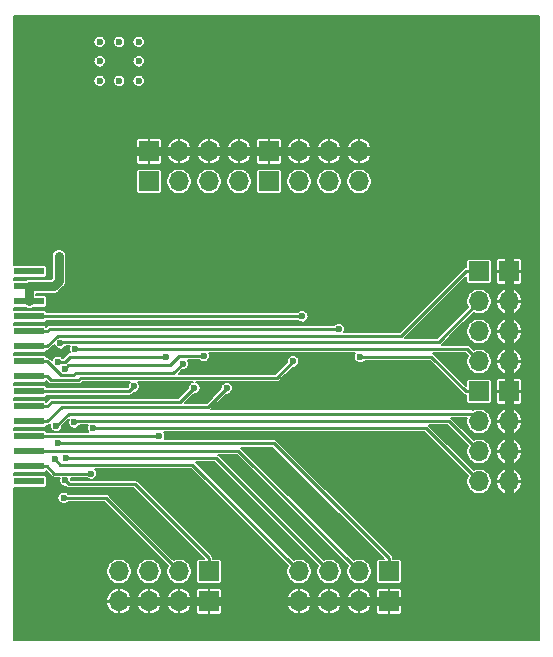
<source format=gbr>
G04 #@! TF.GenerationSoftware,KiCad,Pcbnew,(5.1.5)-3*
G04 #@! TF.CreationDate,2020-01-25T20:30:53+03:00*
G04 #@! TF.ProjectId,Casio PB-1000 Debug Unit,43617369-6f20-4504-922d-313030302044,rev?*
G04 #@! TF.SameCoordinates,Original*
G04 #@! TF.FileFunction,Copper,L2,Bot*
G04 #@! TF.FilePolarity,Positive*
%FSLAX46Y46*%
G04 Gerber Fmt 4.6, Leading zero omitted, Abs format (unit mm)*
G04 Created by KiCad (PCBNEW (5.1.5)-3) date 2020-01-25 20:30:53*
%MOMM*%
%LPD*%
G04 APERTURE LIST*
%ADD10O,1.700000X1.700000*%
%ADD11R,1.700000X1.700000*%
%ADD12R,2.540000X0.600000*%
%ADD13C,0.600000*%
%ADD14C,0.250000*%
%ADD15C,0.800000*%
%ADD16C,0.150000*%
G04 APERTURE END LIST*
D10*
X167640000Y-129540000D03*
X167640000Y-127000000D03*
X167640000Y-124460000D03*
D11*
X167640000Y-121920000D03*
D10*
X167640000Y-119380000D03*
X167640000Y-116840000D03*
X167640000Y-114300000D03*
D11*
X167640000Y-111760000D03*
D10*
X170180000Y-119380000D03*
X170180000Y-116840000D03*
X170180000Y-114300000D03*
D11*
X170180000Y-111760000D03*
D10*
X152400000Y-139700000D03*
X154940000Y-139700000D03*
X157480000Y-139700000D03*
D11*
X160020000Y-139700000D03*
D10*
X170180000Y-129540000D03*
X170180000Y-127000000D03*
X170180000Y-124460000D03*
D11*
X170180000Y-121920000D03*
D10*
X137160000Y-139700000D03*
X139700000Y-139700000D03*
X142240000Y-139700000D03*
D11*
X144780000Y-139700000D03*
D10*
X157480000Y-101600000D03*
X154940000Y-101600000D03*
X152400000Y-101600000D03*
D11*
X149860000Y-101600000D03*
D10*
X137160000Y-137160000D03*
X139700000Y-137160000D03*
X142240000Y-137160000D03*
D11*
X144780000Y-137160000D03*
D10*
X152400000Y-137160000D03*
X154940000Y-137160000D03*
X157480000Y-137160000D03*
D11*
X160020000Y-137160000D03*
D10*
X147320000Y-101600000D03*
X144780000Y-101600000D03*
X142240000Y-101600000D03*
D11*
X139700000Y-101600000D03*
D10*
X157480000Y-104140000D03*
X154940000Y-104140000D03*
X152400000Y-104140000D03*
D11*
X149860000Y-104140000D03*
D10*
X147320000Y-104140000D03*
X144780000Y-104140000D03*
X142240000Y-104140000D03*
D11*
X139700000Y-104140000D03*
D12*
X129540000Y-111760000D03*
X129540000Y-113030000D03*
X129540000Y-114300000D03*
X129540000Y-115570000D03*
X129540000Y-116840000D03*
X129540000Y-118110000D03*
X129540000Y-119380000D03*
X129540000Y-120650000D03*
X129540000Y-121920000D03*
X129540000Y-123190000D03*
X129540000Y-124460000D03*
X129540000Y-125730000D03*
X129540000Y-127000000D03*
X129540000Y-128270000D03*
X129540000Y-129540000D03*
D13*
X142544700Y-119568000D03*
X141148600Y-118967800D03*
X131961160Y-119406100D03*
X140562000Y-125730000D03*
X138417900Y-121502900D03*
X151906400Y-119380000D03*
X146261600Y-121666000D03*
X144318100Y-118937400D03*
X132541200Y-119981100D03*
X143533400Y-121615000D03*
X140589000Y-92329000D03*
X140589000Y-93980000D03*
X140589000Y-95504000D03*
X142240000Y-95631000D03*
X143891000Y-95631000D03*
X143891000Y-93980000D03*
X143891000Y-92329000D03*
X142240000Y-92329000D03*
X134112000Y-105538000D03*
X138049500Y-101600500D03*
X134112000Y-110528000D03*
X146304000Y-139700000D03*
X150876000Y-139700000D03*
X161544000Y-139700000D03*
X165354000Y-139700000D03*
X170180000Y-134874000D03*
X170180000Y-131064000D03*
X170180000Y-110236000D03*
X170180000Y-106553000D03*
X165227000Y-101600000D03*
X159131000Y-101600000D03*
X142240000Y-100076000D03*
X139446000Y-121920000D03*
X135915400Y-121335800D03*
X133985000Y-125145800D03*
X132689600Y-118465600D03*
X128524000Y-142748000D03*
X132334000Y-142748000D03*
X136144000Y-142748000D03*
X139954000Y-142748000D03*
X143764000Y-142748000D03*
X147574000Y-142748000D03*
X151384000Y-142748000D03*
X155194000Y-142748000D03*
X159004000Y-142748000D03*
X162814000Y-142748000D03*
X166116000Y-142748000D03*
X169545000Y-142748000D03*
X172466000Y-142748000D03*
X172466000Y-139700000D03*
X172466000Y-135890000D03*
X172466000Y-132080000D03*
X172466000Y-128270000D03*
X172466000Y-124460000D03*
X172466000Y-120650000D03*
X172466000Y-116840000D03*
X172466000Y-113030000D03*
X172466000Y-109220000D03*
X172466000Y-105410000D03*
X172466000Y-101600000D03*
X172466000Y-97790000D03*
X172466000Y-93980000D03*
X172466000Y-90424000D03*
X168910000Y-90424000D03*
X165100000Y-90424000D03*
X161290000Y-90424000D03*
X157480000Y-90424000D03*
X153670000Y-90424000D03*
X149860000Y-90424000D03*
X146812000Y-90424000D03*
X144272000Y-90424000D03*
X139700000Y-90424000D03*
X135128000Y-90424000D03*
X131572000Y-90424000D03*
X128524000Y-90424000D03*
X128524000Y-93980000D03*
X128524000Y-97790000D03*
X128524000Y-101600000D03*
X128524000Y-105410000D03*
X128524000Y-110871000D03*
X128524000Y-139700000D03*
X128524000Y-136525000D03*
X128524000Y-133223000D03*
X128524000Y-130429000D03*
X131699000Y-127635000D03*
X132672800Y-127552600D03*
X131953000Y-126329800D03*
X134798900Y-128872200D03*
X132461000Y-130937000D03*
X132588000Y-129447500D03*
X157551200Y-119001700D03*
X152674500Y-115570000D03*
X155747400Y-116649900D03*
X133439300Y-118318400D03*
X132195200Y-117858000D03*
X134972000Y-125042000D03*
X133356400Y-124547000D03*
X131826000Y-124841000D03*
X138811000Y-95631000D03*
X137160000Y-95631000D03*
X135509000Y-95631000D03*
X135509000Y-92329000D03*
X137160000Y-92329000D03*
X138811000Y-92329000D03*
X138811000Y-93980000D03*
X135509000Y-93980000D03*
X132080000Y-110490000D03*
D14*
X129540000Y-119380000D02*
X131085300Y-119380000D01*
X131085300Y-119380000D02*
X132264200Y-120558900D01*
X132264200Y-120558900D02*
X133272700Y-120558900D01*
X133272700Y-120558900D02*
X133476800Y-120354800D01*
X133476800Y-120354800D02*
X141757900Y-120354800D01*
X141757900Y-120354800D02*
X142544700Y-119568000D01*
X140724336Y-118967800D02*
X141148600Y-118967800D01*
X132988801Y-118967800D02*
X140724336Y-118967800D01*
X132550501Y-119406100D02*
X132988801Y-118967800D01*
X131961160Y-119406100D02*
X132550501Y-119406100D01*
X129540000Y-125730000D02*
X140562000Y-125730000D01*
X129540000Y-121920000D02*
X138000800Y-121920000D01*
X138000800Y-121920000D02*
X138417900Y-121502900D01*
X131085300Y-120650000D02*
X131414600Y-120979300D01*
X131414600Y-120979300D02*
X133701400Y-120979300D01*
X133701400Y-120979300D02*
X133921700Y-120759000D01*
X129540000Y-120650000D02*
X131085300Y-120650000D01*
X150527400Y-120759000D02*
X133921700Y-120759000D01*
X151906400Y-119380000D02*
X150527400Y-120759000D01*
X131060000Y-124460000D02*
X132303200Y-123216800D01*
X129540000Y-124460000D02*
X131060000Y-124460000D01*
X132303200Y-123216800D02*
X132307200Y-123216800D01*
X132307200Y-123216800D02*
X132307590Y-123216410D01*
X144710800Y-123216800D02*
X132307200Y-123216800D01*
X146261600Y-121666000D02*
X144710800Y-123216800D01*
X132541200Y-119981100D02*
X132854900Y-119667400D01*
X132854900Y-119667400D02*
X141458900Y-119667400D01*
X141458900Y-119667400D02*
X142188900Y-118937400D01*
X142188900Y-118937400D02*
X144318100Y-118937400D01*
X129540000Y-123190000D02*
X131085300Y-123190000D01*
X131085300Y-123190000D02*
X131458900Y-122816400D01*
X131458900Y-122816400D02*
X142332000Y-122816400D01*
X142332000Y-122816400D02*
X143533400Y-121615000D01*
X139575800Y-102162600D02*
X139700000Y-102162600D01*
X139700000Y-101600000D02*
X139700000Y-102162600D01*
D15*
X139700000Y-101600000D02*
X157480000Y-101600000D01*
X170180000Y-106553000D02*
X170180000Y-110236000D01*
X157480000Y-101600000D02*
X159131000Y-101600000D01*
X165227000Y-101600000D02*
X170180000Y-106553000D01*
X170180000Y-111760000D02*
X170180000Y-129540000D01*
X165354000Y-139700000D02*
X161544000Y-139700000D01*
X170180000Y-129540000D02*
X170180000Y-131064000D01*
X170180000Y-134874000D02*
X165354000Y-139700000D01*
X137160000Y-139700000D02*
X146304000Y-139700000D01*
X134112000Y-105538000D02*
X134112000Y-105538000D01*
X138050000Y-101600000D02*
X139700000Y-101600000D01*
X134112000Y-110528000D02*
X134112000Y-105538000D01*
X134112000Y-105538000D02*
X138049500Y-101600500D01*
X138049500Y-101600500D02*
X138050000Y-101600000D01*
X134112000Y-110528000D02*
X134112000Y-110528000D01*
X146304000Y-139700000D02*
X150876000Y-139700000D01*
X150876000Y-139700000D02*
X160020000Y-139700000D01*
X161544000Y-139700000D02*
X160020000Y-139700000D01*
X165354000Y-139700000D02*
X165354000Y-139700000D01*
X170180000Y-134874000D02*
X170180000Y-134874000D01*
X170180000Y-131064000D02*
X170180000Y-134874000D01*
X170180000Y-110236000D02*
X170180000Y-111760000D01*
X170180000Y-106553000D02*
X170180000Y-106553000D01*
X165227000Y-101600000D02*
X165227000Y-101600000D01*
X159131000Y-101600000D02*
X165227000Y-101600000D01*
D14*
X143367900Y-128127900D02*
X152400000Y-137160000D01*
X143367601Y-128127601D02*
X143367900Y-128127900D01*
X132191601Y-128127601D02*
X143367601Y-128127601D01*
X131699000Y-127635000D02*
X132191601Y-128127601D01*
X145332600Y-127552600D02*
X154940000Y-137160000D01*
X132672800Y-127552600D02*
X145332600Y-127552600D01*
X147260500Y-126940500D02*
X157480000Y-137160000D01*
X129540000Y-127000000D02*
X129599500Y-126940500D01*
X129599500Y-126940500D02*
X147260500Y-126940500D01*
X160020000Y-136060000D02*
X160020000Y-137160000D01*
X150289800Y-126329800D02*
X160020000Y-136060000D01*
X131953000Y-126329800D02*
X150289800Y-126329800D01*
X129540000Y-128270000D02*
X131085300Y-128270000D01*
X131085300Y-128270000D02*
X131687500Y-128872200D01*
X131687500Y-128872200D02*
X134798900Y-128872200D01*
X142240000Y-137160000D02*
X141390001Y-136310001D01*
X141390001Y-136310001D02*
X136144000Y-131064000D01*
X136144000Y-131064000D02*
X136017000Y-130937000D01*
X136017000Y-130937000D02*
X132461000Y-130937000D01*
X144780000Y-136060000D02*
X144780000Y-137160000D01*
X132887999Y-129747499D02*
X138467499Y-129747499D01*
X138467499Y-129747499D02*
X144780000Y-136060000D01*
X132588000Y-129447500D02*
X132887999Y-129747499D01*
X157551200Y-119001700D02*
X163596400Y-119001700D01*
X129540000Y-115570000D02*
X151940400Y-115570000D01*
X151940400Y-115570000D02*
X152674500Y-115570000D01*
X166514700Y-121920000D02*
X167640000Y-121920000D01*
X163596400Y-119001700D02*
X166514700Y-121920000D01*
X129540000Y-116840000D02*
X131085300Y-116840000D01*
X131085300Y-116840000D02*
X131275400Y-116649900D01*
X131275400Y-116649900D02*
X155747400Y-116649900D01*
X131085300Y-118110000D02*
X131970100Y-117225200D01*
X131970100Y-117225200D02*
X161049500Y-117225200D01*
X161049500Y-117225200D02*
X166514700Y-111760000D01*
X129540000Y-118110000D02*
X131085300Y-118110000D01*
X167640000Y-111760000D02*
X166514700Y-111760000D01*
X133439300Y-118318400D02*
X166578400Y-118318400D01*
X166578400Y-118318400D02*
X167640000Y-119380000D01*
X132195200Y-117858000D02*
X132316600Y-117736600D01*
X132316600Y-117736600D02*
X164203400Y-117736600D01*
X164203400Y-117736600D02*
X167640000Y-114300000D01*
X163142000Y-125042000D02*
X167640000Y-129540000D01*
X134972000Y-125042000D02*
X163142000Y-125042000D01*
X165094700Y-124454700D02*
X167640000Y-127000000D01*
X133356400Y-124547000D02*
X133448700Y-124454700D01*
X133448700Y-124454700D02*
X165094700Y-124454700D01*
X132875199Y-123791801D02*
X131826000Y-124841000D01*
X167640000Y-124460000D02*
X166971801Y-123791801D01*
X166971801Y-123791801D02*
X132875199Y-123791801D01*
D15*
X129540000Y-113030000D02*
X129540000Y-114300000D01*
X131610000Y-113030000D02*
X132080000Y-112560000D01*
X129540000Y-113030000D02*
X131610000Y-113030000D01*
X132080000Y-112560000D02*
X132080000Y-110490000D01*
D16*
G36*
X172724001Y-143006000D02*
G01*
X128266000Y-143006000D01*
X128266000Y-139900638D01*
X136053035Y-139900638D01*
X136113448Y-140112741D01*
X136214079Y-140308982D01*
X136351061Y-140481821D01*
X136519130Y-140624615D01*
X136711828Y-140731876D01*
X136921749Y-140799483D01*
X136959363Y-140806964D01*
X137135000Y-140755954D01*
X137135000Y-139725000D01*
X137185000Y-139725000D01*
X137185000Y-140755954D01*
X137360637Y-140806964D01*
X137398251Y-140799483D01*
X137608172Y-140731876D01*
X137800870Y-140624615D01*
X137968939Y-140481821D01*
X138105921Y-140308982D01*
X138206552Y-140112741D01*
X138266965Y-139900638D01*
X138593035Y-139900638D01*
X138653448Y-140112741D01*
X138754079Y-140308982D01*
X138891061Y-140481821D01*
X139059130Y-140624615D01*
X139251828Y-140731876D01*
X139461749Y-140799483D01*
X139499363Y-140806964D01*
X139675000Y-140755954D01*
X139675000Y-139725000D01*
X139725000Y-139725000D01*
X139725000Y-140755954D01*
X139900637Y-140806964D01*
X139938251Y-140799483D01*
X140148172Y-140731876D01*
X140340870Y-140624615D01*
X140508939Y-140481821D01*
X140645921Y-140308982D01*
X140746552Y-140112741D01*
X140806965Y-139900638D01*
X141133035Y-139900638D01*
X141193448Y-140112741D01*
X141294079Y-140308982D01*
X141431061Y-140481821D01*
X141599130Y-140624615D01*
X141791828Y-140731876D01*
X142001749Y-140799483D01*
X142039363Y-140806964D01*
X142215000Y-140755954D01*
X142215000Y-139725000D01*
X142265000Y-139725000D01*
X142265000Y-140755954D01*
X142440637Y-140806964D01*
X142478251Y-140799483D01*
X142688172Y-140731876D01*
X142880870Y-140624615D01*
X142968692Y-140550000D01*
X143653669Y-140550000D01*
X143658979Y-140603910D01*
X143674703Y-140655747D01*
X143700239Y-140703521D01*
X143734604Y-140745396D01*
X143776479Y-140779761D01*
X143824253Y-140805297D01*
X143876090Y-140821021D01*
X143930000Y-140826331D01*
X144686250Y-140825000D01*
X144755000Y-140756250D01*
X144755000Y-139725000D01*
X144805000Y-139725000D01*
X144805000Y-140756250D01*
X144873750Y-140825000D01*
X145630000Y-140826331D01*
X145683910Y-140821021D01*
X145735747Y-140805297D01*
X145783521Y-140779761D01*
X145825396Y-140745396D01*
X145859761Y-140703521D01*
X145885297Y-140655747D01*
X145901021Y-140603910D01*
X145906331Y-140550000D01*
X145905189Y-139900638D01*
X151293035Y-139900638D01*
X151353448Y-140112741D01*
X151454079Y-140308982D01*
X151591061Y-140481821D01*
X151759130Y-140624615D01*
X151951828Y-140731876D01*
X152161749Y-140799483D01*
X152199363Y-140806964D01*
X152375000Y-140755954D01*
X152375000Y-139725000D01*
X152425000Y-139725000D01*
X152425000Y-140755954D01*
X152600637Y-140806964D01*
X152638251Y-140799483D01*
X152848172Y-140731876D01*
X153040870Y-140624615D01*
X153208939Y-140481821D01*
X153345921Y-140308982D01*
X153446552Y-140112741D01*
X153506965Y-139900638D01*
X153833035Y-139900638D01*
X153893448Y-140112741D01*
X153994079Y-140308982D01*
X154131061Y-140481821D01*
X154299130Y-140624615D01*
X154491828Y-140731876D01*
X154701749Y-140799483D01*
X154739363Y-140806964D01*
X154915000Y-140755954D01*
X154915000Y-139725000D01*
X154965000Y-139725000D01*
X154965000Y-140755954D01*
X155140637Y-140806964D01*
X155178251Y-140799483D01*
X155388172Y-140731876D01*
X155580870Y-140624615D01*
X155748939Y-140481821D01*
X155885921Y-140308982D01*
X155986552Y-140112741D01*
X156046965Y-139900638D01*
X156373035Y-139900638D01*
X156433448Y-140112741D01*
X156534079Y-140308982D01*
X156671061Y-140481821D01*
X156839130Y-140624615D01*
X157031828Y-140731876D01*
X157241749Y-140799483D01*
X157279363Y-140806964D01*
X157455000Y-140755954D01*
X157455000Y-139725000D01*
X157505000Y-139725000D01*
X157505000Y-140755954D01*
X157680637Y-140806964D01*
X157718251Y-140799483D01*
X157928172Y-140731876D01*
X158120870Y-140624615D01*
X158208692Y-140550000D01*
X158893669Y-140550000D01*
X158898979Y-140603910D01*
X158914703Y-140655747D01*
X158940239Y-140703521D01*
X158974604Y-140745396D01*
X159016479Y-140779761D01*
X159064253Y-140805297D01*
X159116090Y-140821021D01*
X159170000Y-140826331D01*
X159926250Y-140825000D01*
X159995000Y-140756250D01*
X159995000Y-139725000D01*
X160045000Y-139725000D01*
X160045000Y-140756250D01*
X160113750Y-140825000D01*
X160870000Y-140826331D01*
X160923910Y-140821021D01*
X160975747Y-140805297D01*
X161023521Y-140779761D01*
X161065396Y-140745396D01*
X161099761Y-140703521D01*
X161125297Y-140655747D01*
X161141021Y-140603910D01*
X161146331Y-140550000D01*
X161145000Y-139793750D01*
X161076250Y-139725000D01*
X160045000Y-139725000D01*
X159995000Y-139725000D01*
X158963750Y-139725000D01*
X158895000Y-139793750D01*
X158893669Y-140550000D01*
X158208692Y-140550000D01*
X158288939Y-140481821D01*
X158425921Y-140308982D01*
X158526552Y-140112741D01*
X158586965Y-139900638D01*
X158535973Y-139725000D01*
X157505000Y-139725000D01*
X157455000Y-139725000D01*
X156424027Y-139725000D01*
X156373035Y-139900638D01*
X156046965Y-139900638D01*
X155995973Y-139725000D01*
X154965000Y-139725000D01*
X154915000Y-139725000D01*
X153884027Y-139725000D01*
X153833035Y-139900638D01*
X153506965Y-139900638D01*
X153455973Y-139725000D01*
X152425000Y-139725000D01*
X152375000Y-139725000D01*
X151344027Y-139725000D01*
X151293035Y-139900638D01*
X145905189Y-139900638D01*
X145905000Y-139793750D01*
X145836250Y-139725000D01*
X144805000Y-139725000D01*
X144755000Y-139725000D01*
X143723750Y-139725000D01*
X143655000Y-139793750D01*
X143653669Y-140550000D01*
X142968692Y-140550000D01*
X143048939Y-140481821D01*
X143185921Y-140308982D01*
X143286552Y-140112741D01*
X143346965Y-139900638D01*
X143295973Y-139725000D01*
X142265000Y-139725000D01*
X142215000Y-139725000D01*
X141184027Y-139725000D01*
X141133035Y-139900638D01*
X140806965Y-139900638D01*
X140755973Y-139725000D01*
X139725000Y-139725000D01*
X139675000Y-139725000D01*
X138644027Y-139725000D01*
X138593035Y-139900638D01*
X138266965Y-139900638D01*
X138215973Y-139725000D01*
X137185000Y-139725000D01*
X137135000Y-139725000D01*
X136104027Y-139725000D01*
X136053035Y-139900638D01*
X128266000Y-139900638D01*
X128266000Y-139499362D01*
X136053035Y-139499362D01*
X136104027Y-139675000D01*
X137135000Y-139675000D01*
X137135000Y-138644046D01*
X137185000Y-138644046D01*
X137185000Y-139675000D01*
X138215973Y-139675000D01*
X138266965Y-139499362D01*
X138593035Y-139499362D01*
X138644027Y-139675000D01*
X139675000Y-139675000D01*
X139675000Y-138644046D01*
X139725000Y-138644046D01*
X139725000Y-139675000D01*
X140755973Y-139675000D01*
X140806965Y-139499362D01*
X141133035Y-139499362D01*
X141184027Y-139675000D01*
X142215000Y-139675000D01*
X142215000Y-138644046D01*
X142265000Y-138644046D01*
X142265000Y-139675000D01*
X143295973Y-139675000D01*
X143346965Y-139499362D01*
X143286552Y-139287259D01*
X143185921Y-139091018D01*
X143048939Y-138918179D01*
X142968693Y-138850000D01*
X143653669Y-138850000D01*
X143655000Y-139606250D01*
X143723750Y-139675000D01*
X144755000Y-139675000D01*
X144755000Y-138643750D01*
X144805000Y-138643750D01*
X144805000Y-139675000D01*
X145836250Y-139675000D01*
X145905000Y-139606250D01*
X145905188Y-139499362D01*
X151293035Y-139499362D01*
X151344027Y-139675000D01*
X152375000Y-139675000D01*
X152375000Y-138644046D01*
X152425000Y-138644046D01*
X152425000Y-139675000D01*
X153455973Y-139675000D01*
X153506965Y-139499362D01*
X153833035Y-139499362D01*
X153884027Y-139675000D01*
X154915000Y-139675000D01*
X154915000Y-138644046D01*
X154965000Y-138644046D01*
X154965000Y-139675000D01*
X155995973Y-139675000D01*
X156046965Y-139499362D01*
X156373035Y-139499362D01*
X156424027Y-139675000D01*
X157455000Y-139675000D01*
X157455000Y-138644046D01*
X157505000Y-138644046D01*
X157505000Y-139675000D01*
X158535973Y-139675000D01*
X158586965Y-139499362D01*
X158526552Y-139287259D01*
X158425921Y-139091018D01*
X158288939Y-138918179D01*
X158208693Y-138850000D01*
X158893669Y-138850000D01*
X158895000Y-139606250D01*
X158963750Y-139675000D01*
X159995000Y-139675000D01*
X159995000Y-138643750D01*
X160045000Y-138643750D01*
X160045000Y-139675000D01*
X161076250Y-139675000D01*
X161145000Y-139606250D01*
X161146331Y-138850000D01*
X161141021Y-138796090D01*
X161125297Y-138744253D01*
X161099761Y-138696479D01*
X161065396Y-138654604D01*
X161023521Y-138620239D01*
X160975747Y-138594703D01*
X160923910Y-138578979D01*
X160870000Y-138573669D01*
X160113750Y-138575000D01*
X160045000Y-138643750D01*
X159995000Y-138643750D01*
X159926250Y-138575000D01*
X159170000Y-138573669D01*
X159116090Y-138578979D01*
X159064253Y-138594703D01*
X159016479Y-138620239D01*
X158974604Y-138654604D01*
X158940239Y-138696479D01*
X158914703Y-138744253D01*
X158898979Y-138796090D01*
X158893669Y-138850000D01*
X158208693Y-138850000D01*
X158120870Y-138775385D01*
X157928172Y-138668124D01*
X157718251Y-138600517D01*
X157680637Y-138593036D01*
X157505000Y-138644046D01*
X157455000Y-138644046D01*
X157279363Y-138593036D01*
X157241749Y-138600517D01*
X157031828Y-138668124D01*
X156839130Y-138775385D01*
X156671061Y-138918179D01*
X156534079Y-139091018D01*
X156433448Y-139287259D01*
X156373035Y-139499362D01*
X156046965Y-139499362D01*
X155986552Y-139287259D01*
X155885921Y-139091018D01*
X155748939Y-138918179D01*
X155580870Y-138775385D01*
X155388172Y-138668124D01*
X155178251Y-138600517D01*
X155140637Y-138593036D01*
X154965000Y-138644046D01*
X154915000Y-138644046D01*
X154739363Y-138593036D01*
X154701749Y-138600517D01*
X154491828Y-138668124D01*
X154299130Y-138775385D01*
X154131061Y-138918179D01*
X153994079Y-139091018D01*
X153893448Y-139287259D01*
X153833035Y-139499362D01*
X153506965Y-139499362D01*
X153446552Y-139287259D01*
X153345921Y-139091018D01*
X153208939Y-138918179D01*
X153040870Y-138775385D01*
X152848172Y-138668124D01*
X152638251Y-138600517D01*
X152600637Y-138593036D01*
X152425000Y-138644046D01*
X152375000Y-138644046D01*
X152199363Y-138593036D01*
X152161749Y-138600517D01*
X151951828Y-138668124D01*
X151759130Y-138775385D01*
X151591061Y-138918179D01*
X151454079Y-139091018D01*
X151353448Y-139287259D01*
X151293035Y-139499362D01*
X145905188Y-139499362D01*
X145906331Y-138850000D01*
X145901021Y-138796090D01*
X145885297Y-138744253D01*
X145859761Y-138696479D01*
X145825396Y-138654604D01*
X145783521Y-138620239D01*
X145735747Y-138594703D01*
X145683910Y-138578979D01*
X145630000Y-138573669D01*
X144873750Y-138575000D01*
X144805000Y-138643750D01*
X144755000Y-138643750D01*
X144686250Y-138575000D01*
X143930000Y-138573669D01*
X143876090Y-138578979D01*
X143824253Y-138594703D01*
X143776479Y-138620239D01*
X143734604Y-138654604D01*
X143700239Y-138696479D01*
X143674703Y-138744253D01*
X143658979Y-138796090D01*
X143653669Y-138850000D01*
X142968693Y-138850000D01*
X142880870Y-138775385D01*
X142688172Y-138668124D01*
X142478251Y-138600517D01*
X142440637Y-138593036D01*
X142265000Y-138644046D01*
X142215000Y-138644046D01*
X142039363Y-138593036D01*
X142001749Y-138600517D01*
X141791828Y-138668124D01*
X141599130Y-138775385D01*
X141431061Y-138918179D01*
X141294079Y-139091018D01*
X141193448Y-139287259D01*
X141133035Y-139499362D01*
X140806965Y-139499362D01*
X140746552Y-139287259D01*
X140645921Y-139091018D01*
X140508939Y-138918179D01*
X140340870Y-138775385D01*
X140148172Y-138668124D01*
X139938251Y-138600517D01*
X139900637Y-138593036D01*
X139725000Y-138644046D01*
X139675000Y-138644046D01*
X139499363Y-138593036D01*
X139461749Y-138600517D01*
X139251828Y-138668124D01*
X139059130Y-138775385D01*
X138891061Y-138918179D01*
X138754079Y-139091018D01*
X138653448Y-139287259D01*
X138593035Y-139499362D01*
X138266965Y-139499362D01*
X138206552Y-139287259D01*
X138105921Y-139091018D01*
X137968939Y-138918179D01*
X137800870Y-138775385D01*
X137608172Y-138668124D01*
X137398251Y-138600517D01*
X137360637Y-138593036D01*
X137185000Y-138644046D01*
X137135000Y-138644046D01*
X136959363Y-138593036D01*
X136921749Y-138600517D01*
X136711828Y-138668124D01*
X136519130Y-138775385D01*
X136351061Y-138918179D01*
X136214079Y-139091018D01*
X136113448Y-139287259D01*
X136053035Y-139499362D01*
X128266000Y-139499362D01*
X128266000Y-137054122D01*
X136085000Y-137054122D01*
X136085000Y-137265878D01*
X136126312Y-137473566D01*
X136207348Y-137669203D01*
X136324993Y-137845272D01*
X136474728Y-137995007D01*
X136650797Y-138112652D01*
X136846434Y-138193688D01*
X137054122Y-138235000D01*
X137265878Y-138235000D01*
X137473566Y-138193688D01*
X137669203Y-138112652D01*
X137845272Y-137995007D01*
X137995007Y-137845272D01*
X138112652Y-137669203D01*
X138193688Y-137473566D01*
X138235000Y-137265878D01*
X138235000Y-137054122D01*
X138625000Y-137054122D01*
X138625000Y-137265878D01*
X138666312Y-137473566D01*
X138747348Y-137669203D01*
X138864993Y-137845272D01*
X139014728Y-137995007D01*
X139190797Y-138112652D01*
X139386434Y-138193688D01*
X139594122Y-138235000D01*
X139805878Y-138235000D01*
X140013566Y-138193688D01*
X140209203Y-138112652D01*
X140385272Y-137995007D01*
X140535007Y-137845272D01*
X140652652Y-137669203D01*
X140733688Y-137473566D01*
X140775000Y-137265878D01*
X140775000Y-137054122D01*
X140733688Y-136846434D01*
X140652652Y-136650797D01*
X140535007Y-136474728D01*
X140385272Y-136324993D01*
X140209203Y-136207348D01*
X140013566Y-136126312D01*
X139805878Y-136085000D01*
X139594122Y-136085000D01*
X139386434Y-136126312D01*
X139190797Y-136207348D01*
X139014728Y-136324993D01*
X138864993Y-136474728D01*
X138747348Y-136650797D01*
X138666312Y-136846434D01*
X138625000Y-137054122D01*
X138235000Y-137054122D01*
X138193688Y-136846434D01*
X138112652Y-136650797D01*
X137995007Y-136474728D01*
X137845272Y-136324993D01*
X137669203Y-136207348D01*
X137473566Y-136126312D01*
X137265878Y-136085000D01*
X137054122Y-136085000D01*
X136846434Y-136126312D01*
X136650797Y-136207348D01*
X136474728Y-136324993D01*
X136324993Y-136474728D01*
X136207348Y-136650797D01*
X136126312Y-136846434D01*
X136085000Y-137054122D01*
X128266000Y-137054122D01*
X128266000Y-130885292D01*
X131936000Y-130885292D01*
X131936000Y-130988708D01*
X131956176Y-131090137D01*
X131995751Y-131185681D01*
X132053206Y-131271668D01*
X132126332Y-131344794D01*
X132212319Y-131402249D01*
X132307863Y-131441824D01*
X132409292Y-131462000D01*
X132512708Y-131462000D01*
X132614137Y-131441824D01*
X132709681Y-131402249D01*
X132795668Y-131344794D01*
X132853462Y-131287000D01*
X135872026Y-131287000D01*
X135908667Y-131323641D01*
X135908673Y-131323646D01*
X141154668Y-136569642D01*
X141154673Y-136569646D01*
X141272257Y-136687230D01*
X141206312Y-136846434D01*
X141165000Y-137054122D01*
X141165000Y-137265878D01*
X141206312Y-137473566D01*
X141287348Y-137669203D01*
X141404993Y-137845272D01*
X141554728Y-137995007D01*
X141730797Y-138112652D01*
X141926434Y-138193688D01*
X142134122Y-138235000D01*
X142345878Y-138235000D01*
X142553566Y-138193688D01*
X142749203Y-138112652D01*
X142925272Y-137995007D01*
X143075007Y-137845272D01*
X143192652Y-137669203D01*
X143273688Y-137473566D01*
X143315000Y-137265878D01*
X143315000Y-137054122D01*
X143273688Y-136846434D01*
X143192652Y-136650797D01*
X143075007Y-136474728D01*
X142925272Y-136324993D01*
X142749203Y-136207348D01*
X142553566Y-136126312D01*
X142345878Y-136085000D01*
X142134122Y-136085000D01*
X141926434Y-136126312D01*
X141767230Y-136192257D01*
X141649646Y-136074673D01*
X141649642Y-136074668D01*
X136403646Y-130828673D01*
X136403641Y-130828667D01*
X136276653Y-130701680D01*
X136265685Y-130688315D01*
X136212390Y-130644578D01*
X136151587Y-130612078D01*
X136085612Y-130592065D01*
X136034189Y-130587000D01*
X136034188Y-130587000D01*
X136017000Y-130585307D01*
X135999812Y-130587000D01*
X132853462Y-130587000D01*
X132795668Y-130529206D01*
X132709681Y-130471751D01*
X132614137Y-130432176D01*
X132512708Y-130412000D01*
X132409292Y-130412000D01*
X132307863Y-130432176D01*
X132212319Y-130471751D01*
X132126332Y-130529206D01*
X132053206Y-130602332D01*
X131995751Y-130688319D01*
X131956176Y-130783863D01*
X131936000Y-130885292D01*
X128266000Y-130885292D01*
X128266000Y-130065694D01*
X128270000Y-130066088D01*
X130810000Y-130066088D01*
X130854108Y-130061744D01*
X130896520Y-130048878D01*
X130935608Y-130027985D01*
X130969868Y-129999868D01*
X130997985Y-129965608D01*
X131018878Y-129926520D01*
X131031744Y-129884108D01*
X131036088Y-129840000D01*
X131036088Y-129240000D01*
X131031744Y-129195892D01*
X131018878Y-129153480D01*
X130997985Y-129114392D01*
X130969868Y-129080132D01*
X130935608Y-129052015D01*
X130896520Y-129031122D01*
X130854108Y-129018256D01*
X130810000Y-129013912D01*
X128270000Y-129013912D01*
X128266000Y-129014306D01*
X128266000Y-128795694D01*
X128270000Y-128796088D01*
X130810000Y-128796088D01*
X130854108Y-128791744D01*
X130896520Y-128778878D01*
X130935608Y-128757985D01*
X130969868Y-128729868D01*
X130997985Y-128695608D01*
X131004237Y-128683911D01*
X131427855Y-129107530D01*
X131438815Y-129120885D01*
X131492110Y-129164622D01*
X131552913Y-129197122D01*
X131618888Y-129217135D01*
X131670311Y-129222200D01*
X131670313Y-129222200D01*
X131687499Y-129223893D01*
X131704685Y-129222200D01*
X132113066Y-129222200D01*
X132083176Y-129294363D01*
X132063000Y-129395792D01*
X132063000Y-129499208D01*
X132083176Y-129600637D01*
X132122751Y-129696181D01*
X132180206Y-129782168D01*
X132253332Y-129855294D01*
X132339319Y-129912749D01*
X132434863Y-129952324D01*
X132536292Y-129972500D01*
X132618025Y-129972500D01*
X132628354Y-129982829D01*
X132639314Y-129996184D01*
X132678065Y-130027985D01*
X132692609Y-130039921D01*
X132753412Y-130072421D01*
X132819387Y-130092434D01*
X132887999Y-130099192D01*
X132905188Y-130097499D01*
X138322526Y-130097499D01*
X144308937Y-136083912D01*
X143930000Y-136083912D01*
X143885892Y-136088256D01*
X143843480Y-136101122D01*
X143804392Y-136122015D01*
X143770132Y-136150132D01*
X143742015Y-136184392D01*
X143721122Y-136223480D01*
X143708256Y-136265892D01*
X143703912Y-136310000D01*
X143703912Y-138010000D01*
X143708256Y-138054108D01*
X143721122Y-138096520D01*
X143742015Y-138135608D01*
X143770132Y-138169868D01*
X143804392Y-138197985D01*
X143843480Y-138218878D01*
X143885892Y-138231744D01*
X143930000Y-138236088D01*
X145630000Y-138236088D01*
X145674108Y-138231744D01*
X145716520Y-138218878D01*
X145755608Y-138197985D01*
X145789868Y-138169868D01*
X145817985Y-138135608D01*
X145838878Y-138096520D01*
X145851744Y-138054108D01*
X145856088Y-138010000D01*
X145856088Y-136310000D01*
X145851744Y-136265892D01*
X145838878Y-136223480D01*
X145817985Y-136184392D01*
X145789868Y-136150132D01*
X145755608Y-136122015D01*
X145716520Y-136101122D01*
X145674108Y-136088256D01*
X145630000Y-136083912D01*
X145130000Y-136083912D01*
X145130000Y-136077196D01*
X145131694Y-136060000D01*
X145124935Y-135991388D01*
X145104922Y-135925413D01*
X145072422Y-135864610D01*
X145039642Y-135824667D01*
X145039640Y-135824665D01*
X145028684Y-135811315D01*
X145015335Y-135800360D01*
X138727153Y-129512180D01*
X138716184Y-129498814D01*
X138662889Y-129455077D01*
X138602086Y-129422577D01*
X138536111Y-129402564D01*
X138484688Y-129397499D01*
X138484687Y-129397499D01*
X138467499Y-129395806D01*
X138450311Y-129397499D01*
X133113000Y-129397499D01*
X133113000Y-129395792D01*
X133092824Y-129294363D01*
X133062934Y-129222200D01*
X134406438Y-129222200D01*
X134464232Y-129279994D01*
X134550219Y-129337449D01*
X134645763Y-129377024D01*
X134747192Y-129397200D01*
X134850608Y-129397200D01*
X134952037Y-129377024D01*
X135047581Y-129337449D01*
X135133568Y-129279994D01*
X135206694Y-129206868D01*
X135264149Y-129120881D01*
X135303724Y-129025337D01*
X135323900Y-128923908D01*
X135323900Y-128820492D01*
X135303724Y-128719063D01*
X135264149Y-128623519D01*
X135206694Y-128537532D01*
X135146763Y-128477601D01*
X143222628Y-128477601D01*
X151432256Y-136687231D01*
X151366312Y-136846434D01*
X151325000Y-137054122D01*
X151325000Y-137265878D01*
X151366312Y-137473566D01*
X151447348Y-137669203D01*
X151564993Y-137845272D01*
X151714728Y-137995007D01*
X151890797Y-138112652D01*
X152086434Y-138193688D01*
X152294122Y-138235000D01*
X152505878Y-138235000D01*
X152713566Y-138193688D01*
X152909203Y-138112652D01*
X153085272Y-137995007D01*
X153235007Y-137845272D01*
X153352652Y-137669203D01*
X153433688Y-137473566D01*
X153475000Y-137265878D01*
X153475000Y-137054122D01*
X153433688Y-136846434D01*
X153352652Y-136650797D01*
X153235007Y-136474728D01*
X153085272Y-136324993D01*
X152909203Y-136207348D01*
X152713566Y-136126312D01*
X152505878Y-136085000D01*
X152294122Y-136085000D01*
X152086434Y-136126312D01*
X151927231Y-136192256D01*
X143637573Y-127902600D01*
X145187627Y-127902600D01*
X153972256Y-136687231D01*
X153906312Y-136846434D01*
X153865000Y-137054122D01*
X153865000Y-137265878D01*
X153906312Y-137473566D01*
X153987348Y-137669203D01*
X154104993Y-137845272D01*
X154254728Y-137995007D01*
X154430797Y-138112652D01*
X154626434Y-138193688D01*
X154834122Y-138235000D01*
X155045878Y-138235000D01*
X155253566Y-138193688D01*
X155449203Y-138112652D01*
X155625272Y-137995007D01*
X155775007Y-137845272D01*
X155892652Y-137669203D01*
X155973688Y-137473566D01*
X156015000Y-137265878D01*
X156015000Y-137054122D01*
X155973688Y-136846434D01*
X155892652Y-136650797D01*
X155775007Y-136474728D01*
X155625272Y-136324993D01*
X155449203Y-136207348D01*
X155253566Y-136126312D01*
X155045878Y-136085000D01*
X154834122Y-136085000D01*
X154626434Y-136126312D01*
X154467231Y-136192256D01*
X145592254Y-127317281D01*
X145581285Y-127303915D01*
X145564938Y-127290500D01*
X147115527Y-127290500D01*
X156512256Y-136687231D01*
X156446312Y-136846434D01*
X156405000Y-137054122D01*
X156405000Y-137265878D01*
X156446312Y-137473566D01*
X156527348Y-137669203D01*
X156644993Y-137845272D01*
X156794728Y-137995007D01*
X156970797Y-138112652D01*
X157166434Y-138193688D01*
X157374122Y-138235000D01*
X157585878Y-138235000D01*
X157793566Y-138193688D01*
X157989203Y-138112652D01*
X158165272Y-137995007D01*
X158315007Y-137845272D01*
X158432652Y-137669203D01*
X158513688Y-137473566D01*
X158555000Y-137265878D01*
X158555000Y-137054122D01*
X158513688Y-136846434D01*
X158432652Y-136650797D01*
X158315007Y-136474728D01*
X158165272Y-136324993D01*
X157989203Y-136207348D01*
X157793566Y-136126312D01*
X157585878Y-136085000D01*
X157374122Y-136085000D01*
X157166434Y-136126312D01*
X157007231Y-136192256D01*
X147520154Y-126705181D01*
X147509185Y-126691815D01*
X147494544Y-126679800D01*
X150144827Y-126679800D01*
X159548938Y-136083912D01*
X159170000Y-136083912D01*
X159125892Y-136088256D01*
X159083480Y-136101122D01*
X159044392Y-136122015D01*
X159010132Y-136150132D01*
X158982015Y-136184392D01*
X158961122Y-136223480D01*
X158948256Y-136265892D01*
X158943912Y-136310000D01*
X158943912Y-138010000D01*
X158948256Y-138054108D01*
X158961122Y-138096520D01*
X158982015Y-138135608D01*
X159010132Y-138169868D01*
X159044392Y-138197985D01*
X159083480Y-138218878D01*
X159125892Y-138231744D01*
X159170000Y-138236088D01*
X160870000Y-138236088D01*
X160914108Y-138231744D01*
X160956520Y-138218878D01*
X160995608Y-138197985D01*
X161029868Y-138169868D01*
X161057985Y-138135608D01*
X161078878Y-138096520D01*
X161091744Y-138054108D01*
X161096088Y-138010000D01*
X161096088Y-136310000D01*
X161091744Y-136265892D01*
X161078878Y-136223480D01*
X161057985Y-136184392D01*
X161029868Y-136150132D01*
X160995608Y-136122015D01*
X160956520Y-136101122D01*
X160914108Y-136088256D01*
X160870000Y-136083912D01*
X160370000Y-136083912D01*
X160370000Y-136077189D01*
X160371693Y-136060000D01*
X160364935Y-135991388D01*
X160344922Y-135925412D01*
X160312422Y-135864610D01*
X160268684Y-135811315D01*
X160255330Y-135800356D01*
X150549454Y-126094481D01*
X150538485Y-126081115D01*
X150485190Y-126037378D01*
X150424387Y-126004878D01*
X150358412Y-125984865D01*
X150306989Y-125979800D01*
X150306988Y-125979800D01*
X150289800Y-125978107D01*
X150272612Y-125979800D01*
X141026501Y-125979800D01*
X141027249Y-125978681D01*
X141066824Y-125883137D01*
X141087000Y-125781708D01*
X141087000Y-125678292D01*
X141066824Y-125576863D01*
X141027249Y-125481319D01*
X140969794Y-125395332D01*
X140966462Y-125392000D01*
X162997027Y-125392000D01*
X166672256Y-129067231D01*
X166606312Y-129226434D01*
X166565000Y-129434122D01*
X166565000Y-129645878D01*
X166606312Y-129853566D01*
X166687348Y-130049203D01*
X166804993Y-130225272D01*
X166954728Y-130375007D01*
X167130797Y-130492652D01*
X167326434Y-130573688D01*
X167534122Y-130615000D01*
X167745878Y-130615000D01*
X167953566Y-130573688D01*
X168149203Y-130492652D01*
X168325272Y-130375007D01*
X168475007Y-130225272D01*
X168592652Y-130049203D01*
X168673688Y-129853566D01*
X168696151Y-129740637D01*
X169073036Y-129740637D01*
X169080517Y-129778251D01*
X169148124Y-129988172D01*
X169255385Y-130180870D01*
X169398179Y-130348939D01*
X169571018Y-130485921D01*
X169767259Y-130586552D01*
X169979362Y-130646965D01*
X170155000Y-130595973D01*
X170155000Y-129565000D01*
X170205000Y-129565000D01*
X170205000Y-130595973D01*
X170380638Y-130646965D01*
X170592741Y-130586552D01*
X170788982Y-130485921D01*
X170961821Y-130348939D01*
X171104615Y-130180870D01*
X171211876Y-129988172D01*
X171279483Y-129778251D01*
X171286964Y-129740637D01*
X171235954Y-129565000D01*
X170205000Y-129565000D01*
X170155000Y-129565000D01*
X169124046Y-129565000D01*
X169073036Y-129740637D01*
X168696151Y-129740637D01*
X168715000Y-129645878D01*
X168715000Y-129434122D01*
X168696152Y-129339363D01*
X169073036Y-129339363D01*
X169124046Y-129515000D01*
X170155000Y-129515000D01*
X170155000Y-128484027D01*
X170205000Y-128484027D01*
X170205000Y-129515000D01*
X171235954Y-129515000D01*
X171286964Y-129339363D01*
X171279483Y-129301749D01*
X171211876Y-129091828D01*
X171104615Y-128899130D01*
X170961821Y-128731061D01*
X170788982Y-128594079D01*
X170592741Y-128493448D01*
X170380638Y-128433035D01*
X170205000Y-128484027D01*
X170155000Y-128484027D01*
X169979362Y-128433035D01*
X169767259Y-128493448D01*
X169571018Y-128594079D01*
X169398179Y-128731061D01*
X169255385Y-128899130D01*
X169148124Y-129091828D01*
X169080517Y-129301749D01*
X169073036Y-129339363D01*
X168696152Y-129339363D01*
X168673688Y-129226434D01*
X168592652Y-129030797D01*
X168475007Y-128854728D01*
X168325272Y-128704993D01*
X168149203Y-128587348D01*
X167953566Y-128506312D01*
X167745878Y-128465000D01*
X167534122Y-128465000D01*
X167326434Y-128506312D01*
X167167231Y-128572256D01*
X163401654Y-124806681D01*
X163400028Y-124804700D01*
X164949727Y-124804700D01*
X166672257Y-126527230D01*
X166606312Y-126686434D01*
X166565000Y-126894122D01*
X166565000Y-127105878D01*
X166606312Y-127313566D01*
X166687348Y-127509203D01*
X166804993Y-127685272D01*
X166954728Y-127835007D01*
X167130797Y-127952652D01*
X167326434Y-128033688D01*
X167534122Y-128075000D01*
X167745878Y-128075000D01*
X167953566Y-128033688D01*
X168149203Y-127952652D01*
X168325272Y-127835007D01*
X168475007Y-127685272D01*
X168592652Y-127509203D01*
X168673688Y-127313566D01*
X168696151Y-127200637D01*
X169073036Y-127200637D01*
X169080517Y-127238251D01*
X169148124Y-127448172D01*
X169255385Y-127640870D01*
X169398179Y-127808939D01*
X169571018Y-127945921D01*
X169767259Y-128046552D01*
X169979362Y-128106965D01*
X170155000Y-128055973D01*
X170155000Y-127025000D01*
X170205000Y-127025000D01*
X170205000Y-128055973D01*
X170380638Y-128106965D01*
X170592741Y-128046552D01*
X170788982Y-127945921D01*
X170961821Y-127808939D01*
X171104615Y-127640870D01*
X171211876Y-127448172D01*
X171279483Y-127238251D01*
X171286964Y-127200637D01*
X171235954Y-127025000D01*
X170205000Y-127025000D01*
X170155000Y-127025000D01*
X169124046Y-127025000D01*
X169073036Y-127200637D01*
X168696151Y-127200637D01*
X168715000Y-127105878D01*
X168715000Y-126894122D01*
X168696152Y-126799363D01*
X169073036Y-126799363D01*
X169124046Y-126975000D01*
X170155000Y-126975000D01*
X170155000Y-125944027D01*
X170205000Y-125944027D01*
X170205000Y-126975000D01*
X171235954Y-126975000D01*
X171286964Y-126799363D01*
X171279483Y-126761749D01*
X171211876Y-126551828D01*
X171104615Y-126359130D01*
X170961821Y-126191061D01*
X170788982Y-126054079D01*
X170592741Y-125953448D01*
X170380638Y-125893035D01*
X170205000Y-125944027D01*
X170155000Y-125944027D01*
X169979362Y-125893035D01*
X169767259Y-125953448D01*
X169571018Y-126054079D01*
X169398179Y-126191061D01*
X169255385Y-126359130D01*
X169148124Y-126551828D01*
X169080517Y-126761749D01*
X169073036Y-126799363D01*
X168696152Y-126799363D01*
X168673688Y-126686434D01*
X168592652Y-126490797D01*
X168475007Y-126314728D01*
X168325272Y-126164993D01*
X168149203Y-126047348D01*
X167953566Y-125966312D01*
X167745878Y-125925000D01*
X167534122Y-125925000D01*
X167326434Y-125966312D01*
X167167230Y-126032257D01*
X165354354Y-124219381D01*
X165343385Y-124206015D01*
X165290090Y-124162278D01*
X165251780Y-124141801D01*
X166608231Y-124141801D01*
X166606312Y-124146434D01*
X166565000Y-124354122D01*
X166565000Y-124565878D01*
X166606312Y-124773566D01*
X166687348Y-124969203D01*
X166804993Y-125145272D01*
X166954728Y-125295007D01*
X167130797Y-125412652D01*
X167326434Y-125493688D01*
X167534122Y-125535000D01*
X167745878Y-125535000D01*
X167953566Y-125493688D01*
X168149203Y-125412652D01*
X168325272Y-125295007D01*
X168475007Y-125145272D01*
X168592652Y-124969203D01*
X168673688Y-124773566D01*
X168696151Y-124660637D01*
X169073036Y-124660637D01*
X169080517Y-124698251D01*
X169148124Y-124908172D01*
X169255385Y-125100870D01*
X169398179Y-125268939D01*
X169571018Y-125405921D01*
X169767259Y-125506552D01*
X169979362Y-125566965D01*
X170155000Y-125515973D01*
X170155000Y-124485000D01*
X170205000Y-124485000D01*
X170205000Y-125515973D01*
X170380638Y-125566965D01*
X170592741Y-125506552D01*
X170788982Y-125405921D01*
X170961821Y-125268939D01*
X171104615Y-125100870D01*
X171211876Y-124908172D01*
X171279483Y-124698251D01*
X171286964Y-124660637D01*
X171235954Y-124485000D01*
X170205000Y-124485000D01*
X170155000Y-124485000D01*
X169124046Y-124485000D01*
X169073036Y-124660637D01*
X168696151Y-124660637D01*
X168715000Y-124565878D01*
X168715000Y-124354122D01*
X168696152Y-124259363D01*
X169073036Y-124259363D01*
X169124046Y-124435000D01*
X170155000Y-124435000D01*
X170155000Y-123404027D01*
X170205000Y-123404027D01*
X170205000Y-124435000D01*
X171235954Y-124435000D01*
X171286964Y-124259363D01*
X171279483Y-124221749D01*
X171211876Y-124011828D01*
X171104615Y-123819130D01*
X170961821Y-123651061D01*
X170788982Y-123514079D01*
X170592741Y-123413448D01*
X170380638Y-123353035D01*
X170205000Y-123404027D01*
X170155000Y-123404027D01*
X169979362Y-123353035D01*
X169767259Y-123413448D01*
X169571018Y-123514079D01*
X169398179Y-123651061D01*
X169255385Y-123819130D01*
X169148124Y-124011828D01*
X169080517Y-124221749D01*
X169073036Y-124259363D01*
X168696152Y-124259363D01*
X168673688Y-124146434D01*
X168592652Y-123950797D01*
X168475007Y-123774728D01*
X168325272Y-123624993D01*
X168149203Y-123507348D01*
X167953566Y-123426312D01*
X167745878Y-123385000D01*
X167534122Y-123385000D01*
X167326434Y-123426312D01*
X167159701Y-123495375D01*
X167106388Y-123466879D01*
X167040413Y-123446866D01*
X166988990Y-123441801D01*
X166988989Y-123441801D01*
X166971801Y-123440108D01*
X166954613Y-123441801D01*
X144980772Y-123441801D01*
X146231575Y-122191000D01*
X146313308Y-122191000D01*
X146414737Y-122170824D01*
X146510281Y-122131249D01*
X146596268Y-122073794D01*
X146669394Y-122000668D01*
X146726849Y-121914681D01*
X146766424Y-121819137D01*
X146786600Y-121717708D01*
X146786600Y-121614292D01*
X146766424Y-121512863D01*
X146726849Y-121417319D01*
X146669394Y-121331332D01*
X146596268Y-121258206D01*
X146510281Y-121200751D01*
X146414737Y-121161176D01*
X146313308Y-121141000D01*
X146209892Y-121141000D01*
X146108463Y-121161176D01*
X146012919Y-121200751D01*
X145926932Y-121258206D01*
X145853806Y-121331332D01*
X145796351Y-121417319D01*
X145756776Y-121512863D01*
X145736600Y-121614292D01*
X145736600Y-121696025D01*
X144565827Y-122866800D01*
X142776573Y-122866800D01*
X143503375Y-122140000D01*
X143585108Y-122140000D01*
X143686537Y-122119824D01*
X143782081Y-122080249D01*
X143868068Y-122022794D01*
X143941194Y-121949668D01*
X143998649Y-121863681D01*
X144038224Y-121768137D01*
X144058400Y-121666708D01*
X144058400Y-121563292D01*
X144038224Y-121461863D01*
X143998649Y-121366319D01*
X143941194Y-121280332D01*
X143868068Y-121207206D01*
X143782081Y-121149751D01*
X143686537Y-121110176D01*
X143680625Y-121109000D01*
X150510212Y-121109000D01*
X150527400Y-121110693D01*
X150544588Y-121109000D01*
X150544589Y-121109000D01*
X150596012Y-121103935D01*
X150661987Y-121083922D01*
X150722790Y-121051422D01*
X150776085Y-121007685D01*
X150787053Y-120994320D01*
X151876375Y-119905000D01*
X151958108Y-119905000D01*
X152059537Y-119884824D01*
X152155081Y-119845249D01*
X152241068Y-119787794D01*
X152314194Y-119714668D01*
X152371649Y-119628681D01*
X152411224Y-119533137D01*
X152431400Y-119431708D01*
X152431400Y-119328292D01*
X152411224Y-119226863D01*
X152371649Y-119131319D01*
X152314194Y-119045332D01*
X152241068Y-118972206D01*
X152155081Y-118914751D01*
X152059537Y-118875176D01*
X151958108Y-118855000D01*
X151854692Y-118855000D01*
X151753263Y-118875176D01*
X151657719Y-118914751D01*
X151571732Y-118972206D01*
X151498606Y-119045332D01*
X151441151Y-119131319D01*
X151401576Y-119226863D01*
X151381400Y-119328292D01*
X151381400Y-119410025D01*
X150382427Y-120409000D01*
X142198674Y-120409000D01*
X142514674Y-120093000D01*
X142596408Y-120093000D01*
X142697837Y-120072824D01*
X142793381Y-120033249D01*
X142879368Y-119975794D01*
X142952494Y-119902668D01*
X143009949Y-119816681D01*
X143049524Y-119721137D01*
X143069700Y-119619708D01*
X143069700Y-119516292D01*
X143049524Y-119414863D01*
X143009949Y-119319319D01*
X142988621Y-119287400D01*
X143925638Y-119287400D01*
X143983432Y-119345194D01*
X144069419Y-119402649D01*
X144164963Y-119442224D01*
X144266392Y-119462400D01*
X144369808Y-119462400D01*
X144471237Y-119442224D01*
X144566781Y-119402649D01*
X144652768Y-119345194D01*
X144725894Y-119272068D01*
X144783349Y-119186081D01*
X144822924Y-119090537D01*
X144843100Y-118989108D01*
X144843100Y-118885692D01*
X144822924Y-118784263D01*
X144783349Y-118688719D01*
X144769772Y-118668400D01*
X157142492Y-118668400D01*
X157085951Y-118753019D01*
X157046376Y-118848563D01*
X157026200Y-118949992D01*
X157026200Y-119053408D01*
X157046376Y-119154837D01*
X157085951Y-119250381D01*
X157143406Y-119336368D01*
X157216532Y-119409494D01*
X157302519Y-119466949D01*
X157398063Y-119506524D01*
X157499492Y-119526700D01*
X157602908Y-119526700D01*
X157704337Y-119506524D01*
X157799881Y-119466949D01*
X157885868Y-119409494D01*
X157943662Y-119351700D01*
X163451427Y-119351700D01*
X166255056Y-122155330D01*
X166266015Y-122168685D01*
X166319310Y-122212422D01*
X166380113Y-122244922D01*
X166446088Y-122264935D01*
X166497511Y-122270000D01*
X166497513Y-122270000D01*
X166514699Y-122271693D01*
X166531885Y-122270000D01*
X166563912Y-122270000D01*
X166563912Y-122770000D01*
X166568256Y-122814108D01*
X166581122Y-122856520D01*
X166602015Y-122895608D01*
X166630132Y-122929868D01*
X166664392Y-122957985D01*
X166703480Y-122978878D01*
X166745892Y-122991744D01*
X166790000Y-122996088D01*
X168490000Y-122996088D01*
X168534108Y-122991744D01*
X168576520Y-122978878D01*
X168615608Y-122957985D01*
X168649868Y-122929868D01*
X168677985Y-122895608D01*
X168698878Y-122856520D01*
X168711744Y-122814108D01*
X168716088Y-122770000D01*
X169053669Y-122770000D01*
X169058979Y-122823910D01*
X169074703Y-122875747D01*
X169100239Y-122923521D01*
X169134604Y-122965396D01*
X169176479Y-122999761D01*
X169224253Y-123025297D01*
X169276090Y-123041021D01*
X169330000Y-123046331D01*
X170086250Y-123045000D01*
X170155000Y-122976250D01*
X170155000Y-121945000D01*
X170205000Y-121945000D01*
X170205000Y-122976250D01*
X170273750Y-123045000D01*
X171030000Y-123046331D01*
X171083910Y-123041021D01*
X171135747Y-123025297D01*
X171183521Y-122999761D01*
X171225396Y-122965396D01*
X171259761Y-122923521D01*
X171285297Y-122875747D01*
X171301021Y-122823910D01*
X171306331Y-122770000D01*
X171305000Y-122013750D01*
X171236250Y-121945000D01*
X170205000Y-121945000D01*
X170155000Y-121945000D01*
X169123750Y-121945000D01*
X169055000Y-122013750D01*
X169053669Y-122770000D01*
X168716088Y-122770000D01*
X168716088Y-121070000D01*
X169053669Y-121070000D01*
X169055000Y-121826250D01*
X169123750Y-121895000D01*
X170155000Y-121895000D01*
X170155000Y-120863750D01*
X170205000Y-120863750D01*
X170205000Y-121895000D01*
X171236250Y-121895000D01*
X171305000Y-121826250D01*
X171306331Y-121070000D01*
X171301021Y-121016090D01*
X171285297Y-120964253D01*
X171259761Y-120916479D01*
X171225396Y-120874604D01*
X171183521Y-120840239D01*
X171135747Y-120814703D01*
X171083910Y-120798979D01*
X171030000Y-120793669D01*
X170273750Y-120795000D01*
X170205000Y-120863750D01*
X170155000Y-120863750D01*
X170086250Y-120795000D01*
X169330000Y-120793669D01*
X169276090Y-120798979D01*
X169224253Y-120814703D01*
X169176479Y-120840239D01*
X169134604Y-120874604D01*
X169100239Y-120916479D01*
X169074703Y-120964253D01*
X169058979Y-121016090D01*
X169053669Y-121070000D01*
X168716088Y-121070000D01*
X168711744Y-121025892D01*
X168698878Y-120983480D01*
X168677985Y-120944392D01*
X168649868Y-120910132D01*
X168615608Y-120882015D01*
X168576520Y-120861122D01*
X168534108Y-120848256D01*
X168490000Y-120843912D01*
X166790000Y-120843912D01*
X166745892Y-120848256D01*
X166703480Y-120861122D01*
X166664392Y-120882015D01*
X166630132Y-120910132D01*
X166602015Y-120944392D01*
X166581122Y-120983480D01*
X166568256Y-121025892D01*
X166563912Y-121070000D01*
X166563912Y-121474237D01*
X163856053Y-118766380D01*
X163845085Y-118753015D01*
X163791790Y-118709278D01*
X163730987Y-118676778D01*
X163703368Y-118668400D01*
X166433427Y-118668400D01*
X166672257Y-118907230D01*
X166606312Y-119066434D01*
X166565000Y-119274122D01*
X166565000Y-119485878D01*
X166606312Y-119693566D01*
X166687348Y-119889203D01*
X166804993Y-120065272D01*
X166954728Y-120215007D01*
X167130797Y-120332652D01*
X167326434Y-120413688D01*
X167534122Y-120455000D01*
X167745878Y-120455000D01*
X167953566Y-120413688D01*
X168149203Y-120332652D01*
X168325272Y-120215007D01*
X168475007Y-120065272D01*
X168592652Y-119889203D01*
X168673688Y-119693566D01*
X168696151Y-119580637D01*
X169073036Y-119580637D01*
X169080517Y-119618251D01*
X169148124Y-119828172D01*
X169255385Y-120020870D01*
X169398179Y-120188939D01*
X169571018Y-120325921D01*
X169767259Y-120426552D01*
X169979362Y-120486965D01*
X170155000Y-120435973D01*
X170155000Y-119405000D01*
X170205000Y-119405000D01*
X170205000Y-120435973D01*
X170380638Y-120486965D01*
X170592741Y-120426552D01*
X170788982Y-120325921D01*
X170961821Y-120188939D01*
X171104615Y-120020870D01*
X171211876Y-119828172D01*
X171279483Y-119618251D01*
X171286964Y-119580637D01*
X171235954Y-119405000D01*
X170205000Y-119405000D01*
X170155000Y-119405000D01*
X169124046Y-119405000D01*
X169073036Y-119580637D01*
X168696151Y-119580637D01*
X168715000Y-119485878D01*
X168715000Y-119274122D01*
X168696152Y-119179363D01*
X169073036Y-119179363D01*
X169124046Y-119355000D01*
X170155000Y-119355000D01*
X170155000Y-118324027D01*
X170205000Y-118324027D01*
X170205000Y-119355000D01*
X171235954Y-119355000D01*
X171286964Y-119179363D01*
X171279483Y-119141749D01*
X171211876Y-118931828D01*
X171104615Y-118739130D01*
X170961821Y-118571061D01*
X170788982Y-118434079D01*
X170592741Y-118333448D01*
X170380638Y-118273035D01*
X170205000Y-118324027D01*
X170155000Y-118324027D01*
X169979362Y-118273035D01*
X169767259Y-118333448D01*
X169571018Y-118434079D01*
X169398179Y-118571061D01*
X169255385Y-118739130D01*
X169148124Y-118931828D01*
X169080517Y-119141749D01*
X169073036Y-119179363D01*
X168696152Y-119179363D01*
X168673688Y-119066434D01*
X168592652Y-118870797D01*
X168475007Y-118694728D01*
X168325272Y-118544993D01*
X168149203Y-118427348D01*
X167953566Y-118346312D01*
X167745878Y-118305000D01*
X167534122Y-118305000D01*
X167326434Y-118346312D01*
X167167230Y-118412257D01*
X166838053Y-118083080D01*
X166827085Y-118069715D01*
X166773790Y-118025978D01*
X166712987Y-117993478D01*
X166647012Y-117973465D01*
X166595589Y-117968400D01*
X166595588Y-117968400D01*
X166578400Y-117966707D01*
X166561212Y-117968400D01*
X164466573Y-117968400D01*
X165700851Y-116734122D01*
X166565000Y-116734122D01*
X166565000Y-116945878D01*
X166606312Y-117153566D01*
X166687348Y-117349203D01*
X166804993Y-117525272D01*
X166954728Y-117675007D01*
X167130797Y-117792652D01*
X167326434Y-117873688D01*
X167534122Y-117915000D01*
X167745878Y-117915000D01*
X167953566Y-117873688D01*
X168149203Y-117792652D01*
X168325272Y-117675007D01*
X168475007Y-117525272D01*
X168592652Y-117349203D01*
X168673688Y-117153566D01*
X168696151Y-117040637D01*
X169073036Y-117040637D01*
X169080517Y-117078251D01*
X169148124Y-117288172D01*
X169255385Y-117480870D01*
X169398179Y-117648939D01*
X169571018Y-117785921D01*
X169767259Y-117886552D01*
X169979362Y-117946965D01*
X170155000Y-117895973D01*
X170155000Y-116865000D01*
X170205000Y-116865000D01*
X170205000Y-117895973D01*
X170380638Y-117946965D01*
X170592741Y-117886552D01*
X170788982Y-117785921D01*
X170961821Y-117648939D01*
X171104615Y-117480870D01*
X171211876Y-117288172D01*
X171279483Y-117078251D01*
X171286964Y-117040637D01*
X171235954Y-116865000D01*
X170205000Y-116865000D01*
X170155000Y-116865000D01*
X169124046Y-116865000D01*
X169073036Y-117040637D01*
X168696151Y-117040637D01*
X168715000Y-116945878D01*
X168715000Y-116734122D01*
X168696152Y-116639363D01*
X169073036Y-116639363D01*
X169124046Y-116815000D01*
X170155000Y-116815000D01*
X170155000Y-115784027D01*
X170205000Y-115784027D01*
X170205000Y-116815000D01*
X171235954Y-116815000D01*
X171286964Y-116639363D01*
X171279483Y-116601749D01*
X171211876Y-116391828D01*
X171104615Y-116199130D01*
X170961821Y-116031061D01*
X170788982Y-115894079D01*
X170592741Y-115793448D01*
X170380638Y-115733035D01*
X170205000Y-115784027D01*
X170155000Y-115784027D01*
X169979362Y-115733035D01*
X169767259Y-115793448D01*
X169571018Y-115894079D01*
X169398179Y-116031061D01*
X169255385Y-116199130D01*
X169148124Y-116391828D01*
X169080517Y-116601749D01*
X169073036Y-116639363D01*
X168696152Y-116639363D01*
X168673688Y-116526434D01*
X168592652Y-116330797D01*
X168475007Y-116154728D01*
X168325272Y-116004993D01*
X168149203Y-115887348D01*
X167953566Y-115806312D01*
X167745878Y-115765000D01*
X167534122Y-115765000D01*
X167326434Y-115806312D01*
X167130797Y-115887348D01*
X166954728Y-116004993D01*
X166804993Y-116154728D01*
X166687348Y-116330797D01*
X166606312Y-116526434D01*
X166565000Y-116734122D01*
X165700851Y-116734122D01*
X167167231Y-115267744D01*
X167326434Y-115333688D01*
X167534122Y-115375000D01*
X167745878Y-115375000D01*
X167953566Y-115333688D01*
X168149203Y-115252652D01*
X168325272Y-115135007D01*
X168475007Y-114985272D01*
X168592652Y-114809203D01*
X168673688Y-114613566D01*
X168696151Y-114500637D01*
X169073036Y-114500637D01*
X169080517Y-114538251D01*
X169148124Y-114748172D01*
X169255385Y-114940870D01*
X169398179Y-115108939D01*
X169571018Y-115245921D01*
X169767259Y-115346552D01*
X169979362Y-115406965D01*
X170155000Y-115355973D01*
X170155000Y-114325000D01*
X170205000Y-114325000D01*
X170205000Y-115355973D01*
X170380638Y-115406965D01*
X170592741Y-115346552D01*
X170788982Y-115245921D01*
X170961821Y-115108939D01*
X171104615Y-114940870D01*
X171211876Y-114748172D01*
X171279483Y-114538251D01*
X171286964Y-114500637D01*
X171235954Y-114325000D01*
X170205000Y-114325000D01*
X170155000Y-114325000D01*
X169124046Y-114325000D01*
X169073036Y-114500637D01*
X168696151Y-114500637D01*
X168715000Y-114405878D01*
X168715000Y-114194122D01*
X168696152Y-114099363D01*
X169073036Y-114099363D01*
X169124046Y-114275000D01*
X170155000Y-114275000D01*
X170155000Y-113244027D01*
X170205000Y-113244027D01*
X170205000Y-114275000D01*
X171235954Y-114275000D01*
X171286964Y-114099363D01*
X171279483Y-114061749D01*
X171211876Y-113851828D01*
X171104615Y-113659130D01*
X170961821Y-113491061D01*
X170788982Y-113354079D01*
X170592741Y-113253448D01*
X170380638Y-113193035D01*
X170205000Y-113244027D01*
X170155000Y-113244027D01*
X169979362Y-113193035D01*
X169767259Y-113253448D01*
X169571018Y-113354079D01*
X169398179Y-113491061D01*
X169255385Y-113659130D01*
X169148124Y-113851828D01*
X169080517Y-114061749D01*
X169073036Y-114099363D01*
X168696152Y-114099363D01*
X168673688Y-113986434D01*
X168592652Y-113790797D01*
X168475007Y-113614728D01*
X168325272Y-113464993D01*
X168149203Y-113347348D01*
X167953566Y-113266312D01*
X167745878Y-113225000D01*
X167534122Y-113225000D01*
X167326434Y-113266312D01*
X167130797Y-113347348D01*
X166954728Y-113464993D01*
X166804993Y-113614728D01*
X166687348Y-113790797D01*
X166606312Y-113986434D01*
X166565000Y-114194122D01*
X166565000Y-114405878D01*
X166606312Y-114613566D01*
X166672256Y-114772769D01*
X164058427Y-117386600D01*
X161383073Y-117386600D01*
X166563912Y-112205762D01*
X166563912Y-112610000D01*
X166568256Y-112654108D01*
X166581122Y-112696520D01*
X166602015Y-112735608D01*
X166630132Y-112769868D01*
X166664392Y-112797985D01*
X166703480Y-112818878D01*
X166745892Y-112831744D01*
X166790000Y-112836088D01*
X168490000Y-112836088D01*
X168534108Y-112831744D01*
X168576520Y-112818878D01*
X168615608Y-112797985D01*
X168649868Y-112769868D01*
X168677985Y-112735608D01*
X168698878Y-112696520D01*
X168711744Y-112654108D01*
X168716088Y-112610000D01*
X169053669Y-112610000D01*
X169058979Y-112663910D01*
X169074703Y-112715747D01*
X169100239Y-112763521D01*
X169134604Y-112805396D01*
X169176479Y-112839761D01*
X169224253Y-112865297D01*
X169276090Y-112881021D01*
X169330000Y-112886331D01*
X170086250Y-112885000D01*
X170155000Y-112816250D01*
X170155000Y-111785000D01*
X170205000Y-111785000D01*
X170205000Y-112816250D01*
X170273750Y-112885000D01*
X171030000Y-112886331D01*
X171083910Y-112881021D01*
X171135747Y-112865297D01*
X171183521Y-112839761D01*
X171225396Y-112805396D01*
X171259761Y-112763521D01*
X171285297Y-112715747D01*
X171301021Y-112663910D01*
X171306331Y-112610000D01*
X171305000Y-111853750D01*
X171236250Y-111785000D01*
X170205000Y-111785000D01*
X170155000Y-111785000D01*
X169123750Y-111785000D01*
X169055000Y-111853750D01*
X169053669Y-112610000D01*
X168716088Y-112610000D01*
X168716088Y-110910000D01*
X169053669Y-110910000D01*
X169055000Y-111666250D01*
X169123750Y-111735000D01*
X170155000Y-111735000D01*
X170155000Y-110703750D01*
X170205000Y-110703750D01*
X170205000Y-111735000D01*
X171236250Y-111735000D01*
X171305000Y-111666250D01*
X171306331Y-110910000D01*
X171301021Y-110856090D01*
X171285297Y-110804253D01*
X171259761Y-110756479D01*
X171225396Y-110714604D01*
X171183521Y-110680239D01*
X171135747Y-110654703D01*
X171083910Y-110638979D01*
X171030000Y-110633669D01*
X170273750Y-110635000D01*
X170205000Y-110703750D01*
X170155000Y-110703750D01*
X170086250Y-110635000D01*
X169330000Y-110633669D01*
X169276090Y-110638979D01*
X169224253Y-110654703D01*
X169176479Y-110680239D01*
X169134604Y-110714604D01*
X169100239Y-110756479D01*
X169074703Y-110804253D01*
X169058979Y-110856090D01*
X169053669Y-110910000D01*
X168716088Y-110910000D01*
X168711744Y-110865892D01*
X168698878Y-110823480D01*
X168677985Y-110784392D01*
X168649868Y-110750132D01*
X168615608Y-110722015D01*
X168576520Y-110701122D01*
X168534108Y-110688256D01*
X168490000Y-110683912D01*
X166790000Y-110683912D01*
X166745892Y-110688256D01*
X166703480Y-110701122D01*
X166664392Y-110722015D01*
X166630132Y-110750132D01*
X166602015Y-110784392D01*
X166581122Y-110823480D01*
X166568256Y-110865892D01*
X166563912Y-110910000D01*
X166563912Y-111410000D01*
X166531889Y-111410000D01*
X166514700Y-111408307D01*
X166497511Y-111410000D01*
X166446088Y-111415065D01*
X166380113Y-111435078D01*
X166319310Y-111467578D01*
X166266015Y-111511315D01*
X166255051Y-111524675D01*
X160904527Y-116875200D01*
X156222334Y-116875200D01*
X156252224Y-116803037D01*
X156272400Y-116701608D01*
X156272400Y-116598192D01*
X156252224Y-116496763D01*
X156212649Y-116401219D01*
X156155194Y-116315232D01*
X156082068Y-116242106D01*
X155996081Y-116184651D01*
X155900537Y-116145076D01*
X155799108Y-116124900D01*
X155695692Y-116124900D01*
X155594263Y-116145076D01*
X155498719Y-116184651D01*
X155412732Y-116242106D01*
X155354938Y-116299900D01*
X131292588Y-116299900D01*
X131275400Y-116298207D01*
X131258211Y-116299900D01*
X131206788Y-116304965D01*
X131140813Y-116324978D01*
X131080010Y-116357478D01*
X131026715Y-116401215D01*
X131015746Y-116414581D01*
X131004237Y-116426090D01*
X130997985Y-116414392D01*
X130969868Y-116380132D01*
X130935608Y-116352015D01*
X130896520Y-116331122D01*
X130854108Y-116318256D01*
X130810000Y-116313912D01*
X128270000Y-116313912D01*
X128266000Y-116314306D01*
X128266000Y-116095694D01*
X128270000Y-116096088D01*
X130810000Y-116096088D01*
X130854108Y-116091744D01*
X130896520Y-116078878D01*
X130935608Y-116057985D01*
X130969868Y-116029868D01*
X130997985Y-115995608D01*
X131018878Y-115956520D01*
X131029957Y-115920000D01*
X152282038Y-115920000D01*
X152339832Y-115977794D01*
X152425819Y-116035249D01*
X152521363Y-116074824D01*
X152622792Y-116095000D01*
X152726208Y-116095000D01*
X152827637Y-116074824D01*
X152923181Y-116035249D01*
X153009168Y-115977794D01*
X153082294Y-115904668D01*
X153139749Y-115818681D01*
X153179324Y-115723137D01*
X153199500Y-115621708D01*
X153199500Y-115518292D01*
X153179324Y-115416863D01*
X153139749Y-115321319D01*
X153082294Y-115235332D01*
X153009168Y-115162206D01*
X152923181Y-115104751D01*
X152827637Y-115065176D01*
X152726208Y-115045000D01*
X152622792Y-115045000D01*
X152521363Y-115065176D01*
X152425819Y-115104751D01*
X152339832Y-115162206D01*
X152282038Y-115220000D01*
X131029957Y-115220000D01*
X131018878Y-115183480D01*
X130997985Y-115144392D01*
X130969868Y-115110132D01*
X130935608Y-115082015D01*
X130896520Y-115061122D01*
X130854108Y-115048256D01*
X130810000Y-115043912D01*
X128270000Y-115043912D01*
X128266000Y-115044306D01*
X128266000Y-114825694D01*
X128270000Y-114826088D01*
X129198396Y-114826088D01*
X129299667Y-114880219D01*
X129417480Y-114915957D01*
X129540000Y-114928024D01*
X129662521Y-114915957D01*
X129780334Y-114880219D01*
X129881605Y-114826088D01*
X130810000Y-114826088D01*
X130854108Y-114821744D01*
X130896520Y-114808878D01*
X130935608Y-114787985D01*
X130969868Y-114759868D01*
X130997985Y-114725608D01*
X131018878Y-114686520D01*
X131031744Y-114644108D01*
X131036088Y-114600000D01*
X131036088Y-114000000D01*
X131031744Y-113955892D01*
X131018878Y-113913480D01*
X130997985Y-113874392D01*
X130969868Y-113840132D01*
X130935608Y-113812015D01*
X130896520Y-113791122D01*
X130854108Y-113778256D01*
X130810000Y-113773912D01*
X130165000Y-113773912D01*
X130165000Y-113655000D01*
X131579306Y-113655000D01*
X131610000Y-113658023D01*
X131640694Y-113655000D01*
X131640704Y-113655000D01*
X131732521Y-113645957D01*
X131850334Y-113610219D01*
X131958911Y-113552183D01*
X132054080Y-113474080D01*
X132073658Y-113450224D01*
X132500230Y-113023653D01*
X132524080Y-113004080D01*
X132563273Y-112956323D01*
X132602182Y-112908913D01*
X132660218Y-112800336D01*
X132660219Y-112800333D01*
X132695957Y-112682521D01*
X132705000Y-112590704D01*
X132705000Y-112590695D01*
X132708023Y-112560001D01*
X132705000Y-112529307D01*
X132705000Y-110459296D01*
X132695957Y-110367479D01*
X132660219Y-110249666D01*
X132602183Y-110141089D01*
X132524080Y-110045920D01*
X132428911Y-109967817D01*
X132320334Y-109909781D01*
X132202521Y-109874043D01*
X132080000Y-109861976D01*
X131957480Y-109874043D01*
X131839667Y-109909781D01*
X131731090Y-109967817D01*
X131635921Y-110045920D01*
X131557818Y-110141089D01*
X131499782Y-110249666D01*
X131464044Y-110367479D01*
X131455001Y-110459296D01*
X131455000Y-112301117D01*
X131351118Y-112405000D01*
X129570704Y-112405000D01*
X129540000Y-112401976D01*
X129509296Y-112405000D01*
X129417479Y-112414043D01*
X129299666Y-112449781D01*
X129198395Y-112503912D01*
X128270000Y-112503912D01*
X128266000Y-112504306D01*
X128266000Y-112285694D01*
X128270000Y-112286088D01*
X130810000Y-112286088D01*
X130854108Y-112281744D01*
X130896520Y-112268878D01*
X130935608Y-112247985D01*
X130969868Y-112219868D01*
X130997985Y-112185608D01*
X131018878Y-112146520D01*
X131031744Y-112104108D01*
X131036088Y-112060000D01*
X131036088Y-111460000D01*
X131031744Y-111415892D01*
X131018878Y-111373480D01*
X130997985Y-111334392D01*
X130969868Y-111300132D01*
X130935608Y-111272015D01*
X130896520Y-111251122D01*
X130854108Y-111238256D01*
X130810000Y-111233912D01*
X128270000Y-111233912D01*
X128266000Y-111234306D01*
X128266000Y-103290000D01*
X138623912Y-103290000D01*
X138623912Y-104990000D01*
X138628256Y-105034108D01*
X138641122Y-105076520D01*
X138662015Y-105115608D01*
X138690132Y-105149868D01*
X138724392Y-105177985D01*
X138763480Y-105198878D01*
X138805892Y-105211744D01*
X138850000Y-105216088D01*
X140550000Y-105216088D01*
X140594108Y-105211744D01*
X140636520Y-105198878D01*
X140675608Y-105177985D01*
X140709868Y-105149868D01*
X140737985Y-105115608D01*
X140758878Y-105076520D01*
X140771744Y-105034108D01*
X140776088Y-104990000D01*
X140776088Y-104034122D01*
X141165000Y-104034122D01*
X141165000Y-104245878D01*
X141206312Y-104453566D01*
X141287348Y-104649203D01*
X141404993Y-104825272D01*
X141554728Y-104975007D01*
X141730797Y-105092652D01*
X141926434Y-105173688D01*
X142134122Y-105215000D01*
X142345878Y-105215000D01*
X142553566Y-105173688D01*
X142749203Y-105092652D01*
X142925272Y-104975007D01*
X143075007Y-104825272D01*
X143192652Y-104649203D01*
X143273688Y-104453566D01*
X143315000Y-104245878D01*
X143315000Y-104034122D01*
X143705000Y-104034122D01*
X143705000Y-104245878D01*
X143746312Y-104453566D01*
X143827348Y-104649203D01*
X143944993Y-104825272D01*
X144094728Y-104975007D01*
X144270797Y-105092652D01*
X144466434Y-105173688D01*
X144674122Y-105215000D01*
X144885878Y-105215000D01*
X145093566Y-105173688D01*
X145289203Y-105092652D01*
X145465272Y-104975007D01*
X145615007Y-104825272D01*
X145732652Y-104649203D01*
X145813688Y-104453566D01*
X145855000Y-104245878D01*
X145855000Y-104034122D01*
X146245000Y-104034122D01*
X146245000Y-104245878D01*
X146286312Y-104453566D01*
X146367348Y-104649203D01*
X146484993Y-104825272D01*
X146634728Y-104975007D01*
X146810797Y-105092652D01*
X147006434Y-105173688D01*
X147214122Y-105215000D01*
X147425878Y-105215000D01*
X147633566Y-105173688D01*
X147829203Y-105092652D01*
X148005272Y-104975007D01*
X148155007Y-104825272D01*
X148272652Y-104649203D01*
X148353688Y-104453566D01*
X148395000Y-104245878D01*
X148395000Y-104034122D01*
X148353688Y-103826434D01*
X148272652Y-103630797D01*
X148155007Y-103454728D01*
X148005272Y-103304993D01*
X147982834Y-103290000D01*
X148783912Y-103290000D01*
X148783912Y-104990000D01*
X148788256Y-105034108D01*
X148801122Y-105076520D01*
X148822015Y-105115608D01*
X148850132Y-105149868D01*
X148884392Y-105177985D01*
X148923480Y-105198878D01*
X148965892Y-105211744D01*
X149010000Y-105216088D01*
X150710000Y-105216088D01*
X150754108Y-105211744D01*
X150796520Y-105198878D01*
X150835608Y-105177985D01*
X150869868Y-105149868D01*
X150897985Y-105115608D01*
X150918878Y-105076520D01*
X150931744Y-105034108D01*
X150936088Y-104990000D01*
X150936088Y-104034122D01*
X151325000Y-104034122D01*
X151325000Y-104245878D01*
X151366312Y-104453566D01*
X151447348Y-104649203D01*
X151564993Y-104825272D01*
X151714728Y-104975007D01*
X151890797Y-105092652D01*
X152086434Y-105173688D01*
X152294122Y-105215000D01*
X152505878Y-105215000D01*
X152713566Y-105173688D01*
X152909203Y-105092652D01*
X153085272Y-104975007D01*
X153235007Y-104825272D01*
X153352652Y-104649203D01*
X153433688Y-104453566D01*
X153475000Y-104245878D01*
X153475000Y-104034122D01*
X153865000Y-104034122D01*
X153865000Y-104245878D01*
X153906312Y-104453566D01*
X153987348Y-104649203D01*
X154104993Y-104825272D01*
X154254728Y-104975007D01*
X154430797Y-105092652D01*
X154626434Y-105173688D01*
X154834122Y-105215000D01*
X155045878Y-105215000D01*
X155253566Y-105173688D01*
X155449203Y-105092652D01*
X155625272Y-104975007D01*
X155775007Y-104825272D01*
X155892652Y-104649203D01*
X155973688Y-104453566D01*
X156015000Y-104245878D01*
X156015000Y-104034122D01*
X156405000Y-104034122D01*
X156405000Y-104245878D01*
X156446312Y-104453566D01*
X156527348Y-104649203D01*
X156644993Y-104825272D01*
X156794728Y-104975007D01*
X156970797Y-105092652D01*
X157166434Y-105173688D01*
X157374122Y-105215000D01*
X157585878Y-105215000D01*
X157793566Y-105173688D01*
X157989203Y-105092652D01*
X158165272Y-104975007D01*
X158315007Y-104825272D01*
X158432652Y-104649203D01*
X158513688Y-104453566D01*
X158555000Y-104245878D01*
X158555000Y-104034122D01*
X158513688Y-103826434D01*
X158432652Y-103630797D01*
X158315007Y-103454728D01*
X158165272Y-103304993D01*
X157989203Y-103187348D01*
X157793566Y-103106312D01*
X157585878Y-103065000D01*
X157374122Y-103065000D01*
X157166434Y-103106312D01*
X156970797Y-103187348D01*
X156794728Y-103304993D01*
X156644993Y-103454728D01*
X156527348Y-103630797D01*
X156446312Y-103826434D01*
X156405000Y-104034122D01*
X156015000Y-104034122D01*
X155973688Y-103826434D01*
X155892652Y-103630797D01*
X155775007Y-103454728D01*
X155625272Y-103304993D01*
X155449203Y-103187348D01*
X155253566Y-103106312D01*
X155045878Y-103065000D01*
X154834122Y-103065000D01*
X154626434Y-103106312D01*
X154430797Y-103187348D01*
X154254728Y-103304993D01*
X154104993Y-103454728D01*
X153987348Y-103630797D01*
X153906312Y-103826434D01*
X153865000Y-104034122D01*
X153475000Y-104034122D01*
X153433688Y-103826434D01*
X153352652Y-103630797D01*
X153235007Y-103454728D01*
X153085272Y-103304993D01*
X152909203Y-103187348D01*
X152713566Y-103106312D01*
X152505878Y-103065000D01*
X152294122Y-103065000D01*
X152086434Y-103106312D01*
X151890797Y-103187348D01*
X151714728Y-103304993D01*
X151564993Y-103454728D01*
X151447348Y-103630797D01*
X151366312Y-103826434D01*
X151325000Y-104034122D01*
X150936088Y-104034122D01*
X150936088Y-103290000D01*
X150931744Y-103245892D01*
X150918878Y-103203480D01*
X150897985Y-103164392D01*
X150869868Y-103130132D01*
X150835608Y-103102015D01*
X150796520Y-103081122D01*
X150754108Y-103068256D01*
X150710000Y-103063912D01*
X149010000Y-103063912D01*
X148965892Y-103068256D01*
X148923480Y-103081122D01*
X148884392Y-103102015D01*
X148850132Y-103130132D01*
X148822015Y-103164392D01*
X148801122Y-103203480D01*
X148788256Y-103245892D01*
X148783912Y-103290000D01*
X147982834Y-103290000D01*
X147829203Y-103187348D01*
X147633566Y-103106312D01*
X147425878Y-103065000D01*
X147214122Y-103065000D01*
X147006434Y-103106312D01*
X146810797Y-103187348D01*
X146634728Y-103304993D01*
X146484993Y-103454728D01*
X146367348Y-103630797D01*
X146286312Y-103826434D01*
X146245000Y-104034122D01*
X145855000Y-104034122D01*
X145813688Y-103826434D01*
X145732652Y-103630797D01*
X145615007Y-103454728D01*
X145465272Y-103304993D01*
X145289203Y-103187348D01*
X145093566Y-103106312D01*
X144885878Y-103065000D01*
X144674122Y-103065000D01*
X144466434Y-103106312D01*
X144270797Y-103187348D01*
X144094728Y-103304993D01*
X143944993Y-103454728D01*
X143827348Y-103630797D01*
X143746312Y-103826434D01*
X143705000Y-104034122D01*
X143315000Y-104034122D01*
X143273688Y-103826434D01*
X143192652Y-103630797D01*
X143075007Y-103454728D01*
X142925272Y-103304993D01*
X142749203Y-103187348D01*
X142553566Y-103106312D01*
X142345878Y-103065000D01*
X142134122Y-103065000D01*
X141926434Y-103106312D01*
X141730797Y-103187348D01*
X141554728Y-103304993D01*
X141404993Y-103454728D01*
X141287348Y-103630797D01*
X141206312Y-103826434D01*
X141165000Y-104034122D01*
X140776088Y-104034122D01*
X140776088Y-103290000D01*
X140771744Y-103245892D01*
X140758878Y-103203480D01*
X140737985Y-103164392D01*
X140709868Y-103130132D01*
X140675608Y-103102015D01*
X140636520Y-103081122D01*
X140594108Y-103068256D01*
X140550000Y-103063912D01*
X138850000Y-103063912D01*
X138805892Y-103068256D01*
X138763480Y-103081122D01*
X138724392Y-103102015D01*
X138690132Y-103130132D01*
X138662015Y-103164392D01*
X138641122Y-103203480D01*
X138628256Y-103245892D01*
X138623912Y-103290000D01*
X128266000Y-103290000D01*
X128266000Y-102450000D01*
X138573669Y-102450000D01*
X138578979Y-102503910D01*
X138594703Y-102555747D01*
X138620239Y-102603521D01*
X138654604Y-102645396D01*
X138696479Y-102679761D01*
X138744253Y-102705297D01*
X138796090Y-102721021D01*
X138850000Y-102726331D01*
X139606250Y-102725000D01*
X139675000Y-102656250D01*
X139675000Y-101625000D01*
X139725000Y-101625000D01*
X139725000Y-102656250D01*
X139793750Y-102725000D01*
X140550000Y-102726331D01*
X140603910Y-102721021D01*
X140655747Y-102705297D01*
X140703521Y-102679761D01*
X140745396Y-102645396D01*
X140779761Y-102603521D01*
X140805297Y-102555747D01*
X140821021Y-102503910D01*
X140826331Y-102450000D01*
X140825189Y-101800638D01*
X141133035Y-101800638D01*
X141193448Y-102012741D01*
X141294079Y-102208982D01*
X141431061Y-102381821D01*
X141599130Y-102524615D01*
X141791828Y-102631876D01*
X142001749Y-102699483D01*
X142039363Y-102706964D01*
X142215000Y-102655954D01*
X142215000Y-101625000D01*
X142265000Y-101625000D01*
X142265000Y-102655954D01*
X142440637Y-102706964D01*
X142478251Y-102699483D01*
X142688172Y-102631876D01*
X142880870Y-102524615D01*
X143048939Y-102381821D01*
X143185921Y-102208982D01*
X143286552Y-102012741D01*
X143346965Y-101800638D01*
X143673035Y-101800638D01*
X143733448Y-102012741D01*
X143834079Y-102208982D01*
X143971061Y-102381821D01*
X144139130Y-102524615D01*
X144331828Y-102631876D01*
X144541749Y-102699483D01*
X144579363Y-102706964D01*
X144755000Y-102655954D01*
X144755000Y-101625000D01*
X144805000Y-101625000D01*
X144805000Y-102655954D01*
X144980637Y-102706964D01*
X145018251Y-102699483D01*
X145228172Y-102631876D01*
X145420870Y-102524615D01*
X145588939Y-102381821D01*
X145725921Y-102208982D01*
X145826552Y-102012741D01*
X145886965Y-101800638D01*
X146213035Y-101800638D01*
X146273448Y-102012741D01*
X146374079Y-102208982D01*
X146511061Y-102381821D01*
X146679130Y-102524615D01*
X146871828Y-102631876D01*
X147081749Y-102699483D01*
X147119363Y-102706964D01*
X147295000Y-102655954D01*
X147295000Y-101625000D01*
X147345000Y-101625000D01*
X147345000Y-102655954D01*
X147520637Y-102706964D01*
X147558251Y-102699483D01*
X147768172Y-102631876D01*
X147960870Y-102524615D01*
X148048692Y-102450000D01*
X148733669Y-102450000D01*
X148738979Y-102503910D01*
X148754703Y-102555747D01*
X148780239Y-102603521D01*
X148814604Y-102645396D01*
X148856479Y-102679761D01*
X148904253Y-102705297D01*
X148956090Y-102721021D01*
X149010000Y-102726331D01*
X149766250Y-102725000D01*
X149835000Y-102656250D01*
X149835000Y-101625000D01*
X149885000Y-101625000D01*
X149885000Y-102656250D01*
X149953750Y-102725000D01*
X150710000Y-102726331D01*
X150763910Y-102721021D01*
X150815747Y-102705297D01*
X150863521Y-102679761D01*
X150905396Y-102645396D01*
X150939761Y-102603521D01*
X150965297Y-102555747D01*
X150981021Y-102503910D01*
X150986331Y-102450000D01*
X150985189Y-101800638D01*
X151293035Y-101800638D01*
X151353448Y-102012741D01*
X151454079Y-102208982D01*
X151591061Y-102381821D01*
X151759130Y-102524615D01*
X151951828Y-102631876D01*
X152161749Y-102699483D01*
X152199363Y-102706964D01*
X152375000Y-102655954D01*
X152375000Y-101625000D01*
X152425000Y-101625000D01*
X152425000Y-102655954D01*
X152600637Y-102706964D01*
X152638251Y-102699483D01*
X152848172Y-102631876D01*
X153040870Y-102524615D01*
X153208939Y-102381821D01*
X153345921Y-102208982D01*
X153446552Y-102012741D01*
X153506965Y-101800638D01*
X153833035Y-101800638D01*
X153893448Y-102012741D01*
X153994079Y-102208982D01*
X154131061Y-102381821D01*
X154299130Y-102524615D01*
X154491828Y-102631876D01*
X154701749Y-102699483D01*
X154739363Y-102706964D01*
X154915000Y-102655954D01*
X154915000Y-101625000D01*
X154965000Y-101625000D01*
X154965000Y-102655954D01*
X155140637Y-102706964D01*
X155178251Y-102699483D01*
X155388172Y-102631876D01*
X155580870Y-102524615D01*
X155748939Y-102381821D01*
X155885921Y-102208982D01*
X155986552Y-102012741D01*
X156046965Y-101800638D01*
X156373035Y-101800638D01*
X156433448Y-102012741D01*
X156534079Y-102208982D01*
X156671061Y-102381821D01*
X156839130Y-102524615D01*
X157031828Y-102631876D01*
X157241749Y-102699483D01*
X157279363Y-102706964D01*
X157455000Y-102655954D01*
X157455000Y-101625000D01*
X157505000Y-101625000D01*
X157505000Y-102655954D01*
X157680637Y-102706964D01*
X157718251Y-102699483D01*
X157928172Y-102631876D01*
X158120870Y-102524615D01*
X158288939Y-102381821D01*
X158425921Y-102208982D01*
X158526552Y-102012741D01*
X158586965Y-101800638D01*
X158535973Y-101625000D01*
X157505000Y-101625000D01*
X157455000Y-101625000D01*
X156424027Y-101625000D01*
X156373035Y-101800638D01*
X156046965Y-101800638D01*
X155995973Y-101625000D01*
X154965000Y-101625000D01*
X154915000Y-101625000D01*
X153884027Y-101625000D01*
X153833035Y-101800638D01*
X153506965Y-101800638D01*
X153455973Y-101625000D01*
X152425000Y-101625000D01*
X152375000Y-101625000D01*
X151344027Y-101625000D01*
X151293035Y-101800638D01*
X150985189Y-101800638D01*
X150985000Y-101693750D01*
X150916250Y-101625000D01*
X149885000Y-101625000D01*
X149835000Y-101625000D01*
X148803750Y-101625000D01*
X148735000Y-101693750D01*
X148733669Y-102450000D01*
X148048692Y-102450000D01*
X148128939Y-102381821D01*
X148265921Y-102208982D01*
X148366552Y-102012741D01*
X148426965Y-101800638D01*
X148375973Y-101625000D01*
X147345000Y-101625000D01*
X147295000Y-101625000D01*
X146264027Y-101625000D01*
X146213035Y-101800638D01*
X145886965Y-101800638D01*
X145835973Y-101625000D01*
X144805000Y-101625000D01*
X144755000Y-101625000D01*
X143724027Y-101625000D01*
X143673035Y-101800638D01*
X143346965Y-101800638D01*
X143295973Y-101625000D01*
X142265000Y-101625000D01*
X142215000Y-101625000D01*
X141184027Y-101625000D01*
X141133035Y-101800638D01*
X140825189Y-101800638D01*
X140825000Y-101693750D01*
X140756250Y-101625000D01*
X139725000Y-101625000D01*
X139675000Y-101625000D01*
X138643750Y-101625000D01*
X138575000Y-101693750D01*
X138573669Y-102450000D01*
X128266000Y-102450000D01*
X128266000Y-100750000D01*
X138573669Y-100750000D01*
X138575000Y-101506250D01*
X138643750Y-101575000D01*
X139675000Y-101575000D01*
X139675000Y-100543750D01*
X139725000Y-100543750D01*
X139725000Y-101575000D01*
X140756250Y-101575000D01*
X140825000Y-101506250D01*
X140825188Y-101399362D01*
X141133035Y-101399362D01*
X141184027Y-101575000D01*
X142215000Y-101575000D01*
X142215000Y-100544046D01*
X142265000Y-100544046D01*
X142265000Y-101575000D01*
X143295973Y-101575000D01*
X143346965Y-101399362D01*
X143673035Y-101399362D01*
X143724027Y-101575000D01*
X144755000Y-101575000D01*
X144755000Y-100544046D01*
X144805000Y-100544046D01*
X144805000Y-101575000D01*
X145835973Y-101575000D01*
X145886965Y-101399362D01*
X146213035Y-101399362D01*
X146264027Y-101575000D01*
X147295000Y-101575000D01*
X147295000Y-100544046D01*
X147345000Y-100544046D01*
X147345000Y-101575000D01*
X148375973Y-101575000D01*
X148426965Y-101399362D01*
X148366552Y-101187259D01*
X148265921Y-100991018D01*
X148128939Y-100818179D01*
X148048693Y-100750000D01*
X148733669Y-100750000D01*
X148735000Y-101506250D01*
X148803750Y-101575000D01*
X149835000Y-101575000D01*
X149835000Y-100543750D01*
X149885000Y-100543750D01*
X149885000Y-101575000D01*
X150916250Y-101575000D01*
X150985000Y-101506250D01*
X150985188Y-101399362D01*
X151293035Y-101399362D01*
X151344027Y-101575000D01*
X152375000Y-101575000D01*
X152375000Y-100544046D01*
X152425000Y-100544046D01*
X152425000Y-101575000D01*
X153455973Y-101575000D01*
X153506965Y-101399362D01*
X153833035Y-101399362D01*
X153884027Y-101575000D01*
X154915000Y-101575000D01*
X154915000Y-100544046D01*
X154965000Y-100544046D01*
X154965000Y-101575000D01*
X155995973Y-101575000D01*
X156046965Y-101399362D01*
X156373035Y-101399362D01*
X156424027Y-101575000D01*
X157455000Y-101575000D01*
X157455000Y-100544046D01*
X157505000Y-100544046D01*
X157505000Y-101575000D01*
X158535973Y-101575000D01*
X158586965Y-101399362D01*
X158526552Y-101187259D01*
X158425921Y-100991018D01*
X158288939Y-100818179D01*
X158120870Y-100675385D01*
X157928172Y-100568124D01*
X157718251Y-100500517D01*
X157680637Y-100493036D01*
X157505000Y-100544046D01*
X157455000Y-100544046D01*
X157279363Y-100493036D01*
X157241749Y-100500517D01*
X157031828Y-100568124D01*
X156839130Y-100675385D01*
X156671061Y-100818179D01*
X156534079Y-100991018D01*
X156433448Y-101187259D01*
X156373035Y-101399362D01*
X156046965Y-101399362D01*
X155986552Y-101187259D01*
X155885921Y-100991018D01*
X155748939Y-100818179D01*
X155580870Y-100675385D01*
X155388172Y-100568124D01*
X155178251Y-100500517D01*
X155140637Y-100493036D01*
X154965000Y-100544046D01*
X154915000Y-100544046D01*
X154739363Y-100493036D01*
X154701749Y-100500517D01*
X154491828Y-100568124D01*
X154299130Y-100675385D01*
X154131061Y-100818179D01*
X153994079Y-100991018D01*
X153893448Y-101187259D01*
X153833035Y-101399362D01*
X153506965Y-101399362D01*
X153446552Y-101187259D01*
X153345921Y-100991018D01*
X153208939Y-100818179D01*
X153040870Y-100675385D01*
X152848172Y-100568124D01*
X152638251Y-100500517D01*
X152600637Y-100493036D01*
X152425000Y-100544046D01*
X152375000Y-100544046D01*
X152199363Y-100493036D01*
X152161749Y-100500517D01*
X151951828Y-100568124D01*
X151759130Y-100675385D01*
X151591061Y-100818179D01*
X151454079Y-100991018D01*
X151353448Y-101187259D01*
X151293035Y-101399362D01*
X150985188Y-101399362D01*
X150986331Y-100750000D01*
X150981021Y-100696090D01*
X150965297Y-100644253D01*
X150939761Y-100596479D01*
X150905396Y-100554604D01*
X150863521Y-100520239D01*
X150815747Y-100494703D01*
X150763910Y-100478979D01*
X150710000Y-100473669D01*
X149953750Y-100475000D01*
X149885000Y-100543750D01*
X149835000Y-100543750D01*
X149766250Y-100475000D01*
X149010000Y-100473669D01*
X148956090Y-100478979D01*
X148904253Y-100494703D01*
X148856479Y-100520239D01*
X148814604Y-100554604D01*
X148780239Y-100596479D01*
X148754703Y-100644253D01*
X148738979Y-100696090D01*
X148733669Y-100750000D01*
X148048693Y-100750000D01*
X147960870Y-100675385D01*
X147768172Y-100568124D01*
X147558251Y-100500517D01*
X147520637Y-100493036D01*
X147345000Y-100544046D01*
X147295000Y-100544046D01*
X147119363Y-100493036D01*
X147081749Y-100500517D01*
X146871828Y-100568124D01*
X146679130Y-100675385D01*
X146511061Y-100818179D01*
X146374079Y-100991018D01*
X146273448Y-101187259D01*
X146213035Y-101399362D01*
X145886965Y-101399362D01*
X145826552Y-101187259D01*
X145725921Y-100991018D01*
X145588939Y-100818179D01*
X145420870Y-100675385D01*
X145228172Y-100568124D01*
X145018251Y-100500517D01*
X144980637Y-100493036D01*
X144805000Y-100544046D01*
X144755000Y-100544046D01*
X144579363Y-100493036D01*
X144541749Y-100500517D01*
X144331828Y-100568124D01*
X144139130Y-100675385D01*
X143971061Y-100818179D01*
X143834079Y-100991018D01*
X143733448Y-101187259D01*
X143673035Y-101399362D01*
X143346965Y-101399362D01*
X143286552Y-101187259D01*
X143185921Y-100991018D01*
X143048939Y-100818179D01*
X142880870Y-100675385D01*
X142688172Y-100568124D01*
X142478251Y-100500517D01*
X142440637Y-100493036D01*
X142265000Y-100544046D01*
X142215000Y-100544046D01*
X142039363Y-100493036D01*
X142001749Y-100500517D01*
X141791828Y-100568124D01*
X141599130Y-100675385D01*
X141431061Y-100818179D01*
X141294079Y-100991018D01*
X141193448Y-101187259D01*
X141133035Y-101399362D01*
X140825188Y-101399362D01*
X140826331Y-100750000D01*
X140821021Y-100696090D01*
X140805297Y-100644253D01*
X140779761Y-100596479D01*
X140745396Y-100554604D01*
X140703521Y-100520239D01*
X140655747Y-100494703D01*
X140603910Y-100478979D01*
X140550000Y-100473669D01*
X139793750Y-100475000D01*
X139725000Y-100543750D01*
X139675000Y-100543750D01*
X139606250Y-100475000D01*
X138850000Y-100473669D01*
X138796090Y-100478979D01*
X138744253Y-100494703D01*
X138696479Y-100520239D01*
X138654604Y-100554604D01*
X138620239Y-100596479D01*
X138594703Y-100644253D01*
X138578979Y-100696090D01*
X138573669Y-100750000D01*
X128266000Y-100750000D01*
X128266000Y-95579292D01*
X134984000Y-95579292D01*
X134984000Y-95682708D01*
X135004176Y-95784137D01*
X135043751Y-95879681D01*
X135101206Y-95965668D01*
X135174332Y-96038794D01*
X135260319Y-96096249D01*
X135355863Y-96135824D01*
X135457292Y-96156000D01*
X135560708Y-96156000D01*
X135662137Y-96135824D01*
X135757681Y-96096249D01*
X135843668Y-96038794D01*
X135916794Y-95965668D01*
X135974249Y-95879681D01*
X136013824Y-95784137D01*
X136034000Y-95682708D01*
X136034000Y-95579292D01*
X136635000Y-95579292D01*
X136635000Y-95682708D01*
X136655176Y-95784137D01*
X136694751Y-95879681D01*
X136752206Y-95965668D01*
X136825332Y-96038794D01*
X136911319Y-96096249D01*
X137006863Y-96135824D01*
X137108292Y-96156000D01*
X137211708Y-96156000D01*
X137313137Y-96135824D01*
X137408681Y-96096249D01*
X137494668Y-96038794D01*
X137567794Y-95965668D01*
X137625249Y-95879681D01*
X137664824Y-95784137D01*
X137685000Y-95682708D01*
X137685000Y-95579292D01*
X138286000Y-95579292D01*
X138286000Y-95682708D01*
X138306176Y-95784137D01*
X138345751Y-95879681D01*
X138403206Y-95965668D01*
X138476332Y-96038794D01*
X138562319Y-96096249D01*
X138657863Y-96135824D01*
X138759292Y-96156000D01*
X138862708Y-96156000D01*
X138964137Y-96135824D01*
X139059681Y-96096249D01*
X139145668Y-96038794D01*
X139218794Y-95965668D01*
X139276249Y-95879681D01*
X139315824Y-95784137D01*
X139336000Y-95682708D01*
X139336000Y-95579292D01*
X139315824Y-95477863D01*
X139276249Y-95382319D01*
X139218794Y-95296332D01*
X139145668Y-95223206D01*
X139059681Y-95165751D01*
X138964137Y-95126176D01*
X138862708Y-95106000D01*
X138759292Y-95106000D01*
X138657863Y-95126176D01*
X138562319Y-95165751D01*
X138476332Y-95223206D01*
X138403206Y-95296332D01*
X138345751Y-95382319D01*
X138306176Y-95477863D01*
X138286000Y-95579292D01*
X137685000Y-95579292D01*
X137664824Y-95477863D01*
X137625249Y-95382319D01*
X137567794Y-95296332D01*
X137494668Y-95223206D01*
X137408681Y-95165751D01*
X137313137Y-95126176D01*
X137211708Y-95106000D01*
X137108292Y-95106000D01*
X137006863Y-95126176D01*
X136911319Y-95165751D01*
X136825332Y-95223206D01*
X136752206Y-95296332D01*
X136694751Y-95382319D01*
X136655176Y-95477863D01*
X136635000Y-95579292D01*
X136034000Y-95579292D01*
X136013824Y-95477863D01*
X135974249Y-95382319D01*
X135916794Y-95296332D01*
X135843668Y-95223206D01*
X135757681Y-95165751D01*
X135662137Y-95126176D01*
X135560708Y-95106000D01*
X135457292Y-95106000D01*
X135355863Y-95126176D01*
X135260319Y-95165751D01*
X135174332Y-95223206D01*
X135101206Y-95296332D01*
X135043751Y-95382319D01*
X135004176Y-95477863D01*
X134984000Y-95579292D01*
X128266000Y-95579292D01*
X128266000Y-93928292D01*
X134984000Y-93928292D01*
X134984000Y-94031708D01*
X135004176Y-94133137D01*
X135043751Y-94228681D01*
X135101206Y-94314668D01*
X135174332Y-94387794D01*
X135260319Y-94445249D01*
X135355863Y-94484824D01*
X135457292Y-94505000D01*
X135560708Y-94505000D01*
X135662137Y-94484824D01*
X135757681Y-94445249D01*
X135843668Y-94387794D01*
X135916794Y-94314668D01*
X135974249Y-94228681D01*
X136013824Y-94133137D01*
X136034000Y-94031708D01*
X136034000Y-93928292D01*
X138286000Y-93928292D01*
X138286000Y-94031708D01*
X138306176Y-94133137D01*
X138345751Y-94228681D01*
X138403206Y-94314668D01*
X138476332Y-94387794D01*
X138562319Y-94445249D01*
X138657863Y-94484824D01*
X138759292Y-94505000D01*
X138862708Y-94505000D01*
X138964137Y-94484824D01*
X139059681Y-94445249D01*
X139145668Y-94387794D01*
X139218794Y-94314668D01*
X139276249Y-94228681D01*
X139315824Y-94133137D01*
X139336000Y-94031708D01*
X139336000Y-93928292D01*
X139315824Y-93826863D01*
X139276249Y-93731319D01*
X139218794Y-93645332D01*
X139145668Y-93572206D01*
X139059681Y-93514751D01*
X138964137Y-93475176D01*
X138862708Y-93455000D01*
X138759292Y-93455000D01*
X138657863Y-93475176D01*
X138562319Y-93514751D01*
X138476332Y-93572206D01*
X138403206Y-93645332D01*
X138345751Y-93731319D01*
X138306176Y-93826863D01*
X138286000Y-93928292D01*
X136034000Y-93928292D01*
X136013824Y-93826863D01*
X135974249Y-93731319D01*
X135916794Y-93645332D01*
X135843668Y-93572206D01*
X135757681Y-93514751D01*
X135662137Y-93475176D01*
X135560708Y-93455000D01*
X135457292Y-93455000D01*
X135355863Y-93475176D01*
X135260319Y-93514751D01*
X135174332Y-93572206D01*
X135101206Y-93645332D01*
X135043751Y-93731319D01*
X135004176Y-93826863D01*
X134984000Y-93928292D01*
X128266000Y-93928292D01*
X128266000Y-92277292D01*
X134984000Y-92277292D01*
X134984000Y-92380708D01*
X135004176Y-92482137D01*
X135043751Y-92577681D01*
X135101206Y-92663668D01*
X135174332Y-92736794D01*
X135260319Y-92794249D01*
X135355863Y-92833824D01*
X135457292Y-92854000D01*
X135560708Y-92854000D01*
X135662137Y-92833824D01*
X135757681Y-92794249D01*
X135843668Y-92736794D01*
X135916794Y-92663668D01*
X135974249Y-92577681D01*
X136013824Y-92482137D01*
X136034000Y-92380708D01*
X136034000Y-92277292D01*
X136635000Y-92277292D01*
X136635000Y-92380708D01*
X136655176Y-92482137D01*
X136694751Y-92577681D01*
X136752206Y-92663668D01*
X136825332Y-92736794D01*
X136911319Y-92794249D01*
X137006863Y-92833824D01*
X137108292Y-92854000D01*
X137211708Y-92854000D01*
X137313137Y-92833824D01*
X137408681Y-92794249D01*
X137494668Y-92736794D01*
X137567794Y-92663668D01*
X137625249Y-92577681D01*
X137664824Y-92482137D01*
X137685000Y-92380708D01*
X137685000Y-92277292D01*
X138286000Y-92277292D01*
X138286000Y-92380708D01*
X138306176Y-92482137D01*
X138345751Y-92577681D01*
X138403206Y-92663668D01*
X138476332Y-92736794D01*
X138562319Y-92794249D01*
X138657863Y-92833824D01*
X138759292Y-92854000D01*
X138862708Y-92854000D01*
X138964137Y-92833824D01*
X139059681Y-92794249D01*
X139145668Y-92736794D01*
X139218794Y-92663668D01*
X139276249Y-92577681D01*
X139315824Y-92482137D01*
X139336000Y-92380708D01*
X139336000Y-92277292D01*
X139315824Y-92175863D01*
X139276249Y-92080319D01*
X139218794Y-91994332D01*
X139145668Y-91921206D01*
X139059681Y-91863751D01*
X138964137Y-91824176D01*
X138862708Y-91804000D01*
X138759292Y-91804000D01*
X138657863Y-91824176D01*
X138562319Y-91863751D01*
X138476332Y-91921206D01*
X138403206Y-91994332D01*
X138345751Y-92080319D01*
X138306176Y-92175863D01*
X138286000Y-92277292D01*
X137685000Y-92277292D01*
X137664824Y-92175863D01*
X137625249Y-92080319D01*
X137567794Y-91994332D01*
X137494668Y-91921206D01*
X137408681Y-91863751D01*
X137313137Y-91824176D01*
X137211708Y-91804000D01*
X137108292Y-91804000D01*
X137006863Y-91824176D01*
X136911319Y-91863751D01*
X136825332Y-91921206D01*
X136752206Y-91994332D01*
X136694751Y-92080319D01*
X136655176Y-92175863D01*
X136635000Y-92277292D01*
X136034000Y-92277292D01*
X136013824Y-92175863D01*
X135974249Y-92080319D01*
X135916794Y-91994332D01*
X135843668Y-91921206D01*
X135757681Y-91863751D01*
X135662137Y-91824176D01*
X135560708Y-91804000D01*
X135457292Y-91804000D01*
X135355863Y-91824176D01*
X135260319Y-91863751D01*
X135174332Y-91921206D01*
X135101206Y-91994332D01*
X135043751Y-92080319D01*
X135004176Y-92175863D01*
X134984000Y-92277292D01*
X128266000Y-92277292D01*
X128266000Y-90166000D01*
X172724000Y-90166000D01*
X172724001Y-143006000D01*
G37*
X172724001Y-143006000D02*
X128266000Y-143006000D01*
X128266000Y-139900638D01*
X136053035Y-139900638D01*
X136113448Y-140112741D01*
X136214079Y-140308982D01*
X136351061Y-140481821D01*
X136519130Y-140624615D01*
X136711828Y-140731876D01*
X136921749Y-140799483D01*
X136959363Y-140806964D01*
X137135000Y-140755954D01*
X137135000Y-139725000D01*
X137185000Y-139725000D01*
X137185000Y-140755954D01*
X137360637Y-140806964D01*
X137398251Y-140799483D01*
X137608172Y-140731876D01*
X137800870Y-140624615D01*
X137968939Y-140481821D01*
X138105921Y-140308982D01*
X138206552Y-140112741D01*
X138266965Y-139900638D01*
X138593035Y-139900638D01*
X138653448Y-140112741D01*
X138754079Y-140308982D01*
X138891061Y-140481821D01*
X139059130Y-140624615D01*
X139251828Y-140731876D01*
X139461749Y-140799483D01*
X139499363Y-140806964D01*
X139675000Y-140755954D01*
X139675000Y-139725000D01*
X139725000Y-139725000D01*
X139725000Y-140755954D01*
X139900637Y-140806964D01*
X139938251Y-140799483D01*
X140148172Y-140731876D01*
X140340870Y-140624615D01*
X140508939Y-140481821D01*
X140645921Y-140308982D01*
X140746552Y-140112741D01*
X140806965Y-139900638D01*
X141133035Y-139900638D01*
X141193448Y-140112741D01*
X141294079Y-140308982D01*
X141431061Y-140481821D01*
X141599130Y-140624615D01*
X141791828Y-140731876D01*
X142001749Y-140799483D01*
X142039363Y-140806964D01*
X142215000Y-140755954D01*
X142215000Y-139725000D01*
X142265000Y-139725000D01*
X142265000Y-140755954D01*
X142440637Y-140806964D01*
X142478251Y-140799483D01*
X142688172Y-140731876D01*
X142880870Y-140624615D01*
X142968692Y-140550000D01*
X143653669Y-140550000D01*
X143658979Y-140603910D01*
X143674703Y-140655747D01*
X143700239Y-140703521D01*
X143734604Y-140745396D01*
X143776479Y-140779761D01*
X143824253Y-140805297D01*
X143876090Y-140821021D01*
X143930000Y-140826331D01*
X144686250Y-140825000D01*
X144755000Y-140756250D01*
X144755000Y-139725000D01*
X144805000Y-139725000D01*
X144805000Y-140756250D01*
X144873750Y-140825000D01*
X145630000Y-140826331D01*
X145683910Y-140821021D01*
X145735747Y-140805297D01*
X145783521Y-140779761D01*
X145825396Y-140745396D01*
X145859761Y-140703521D01*
X145885297Y-140655747D01*
X145901021Y-140603910D01*
X145906331Y-140550000D01*
X145905189Y-139900638D01*
X151293035Y-139900638D01*
X151353448Y-140112741D01*
X151454079Y-140308982D01*
X151591061Y-140481821D01*
X151759130Y-140624615D01*
X151951828Y-140731876D01*
X152161749Y-140799483D01*
X152199363Y-140806964D01*
X152375000Y-140755954D01*
X152375000Y-139725000D01*
X152425000Y-139725000D01*
X152425000Y-140755954D01*
X152600637Y-140806964D01*
X152638251Y-140799483D01*
X152848172Y-140731876D01*
X153040870Y-140624615D01*
X153208939Y-140481821D01*
X153345921Y-140308982D01*
X153446552Y-140112741D01*
X153506965Y-139900638D01*
X153833035Y-139900638D01*
X153893448Y-140112741D01*
X153994079Y-140308982D01*
X154131061Y-140481821D01*
X154299130Y-140624615D01*
X154491828Y-140731876D01*
X154701749Y-140799483D01*
X154739363Y-140806964D01*
X154915000Y-140755954D01*
X154915000Y-139725000D01*
X154965000Y-139725000D01*
X154965000Y-140755954D01*
X155140637Y-140806964D01*
X155178251Y-140799483D01*
X155388172Y-140731876D01*
X155580870Y-140624615D01*
X155748939Y-140481821D01*
X155885921Y-140308982D01*
X155986552Y-140112741D01*
X156046965Y-139900638D01*
X156373035Y-139900638D01*
X156433448Y-140112741D01*
X156534079Y-140308982D01*
X156671061Y-140481821D01*
X156839130Y-140624615D01*
X157031828Y-140731876D01*
X157241749Y-140799483D01*
X157279363Y-140806964D01*
X157455000Y-140755954D01*
X157455000Y-139725000D01*
X157505000Y-139725000D01*
X157505000Y-140755954D01*
X157680637Y-140806964D01*
X157718251Y-140799483D01*
X157928172Y-140731876D01*
X158120870Y-140624615D01*
X158208692Y-140550000D01*
X158893669Y-140550000D01*
X158898979Y-140603910D01*
X158914703Y-140655747D01*
X158940239Y-140703521D01*
X158974604Y-140745396D01*
X159016479Y-140779761D01*
X159064253Y-140805297D01*
X159116090Y-140821021D01*
X159170000Y-140826331D01*
X159926250Y-140825000D01*
X159995000Y-140756250D01*
X159995000Y-139725000D01*
X160045000Y-139725000D01*
X160045000Y-140756250D01*
X160113750Y-140825000D01*
X160870000Y-140826331D01*
X160923910Y-140821021D01*
X160975747Y-140805297D01*
X161023521Y-140779761D01*
X161065396Y-140745396D01*
X161099761Y-140703521D01*
X161125297Y-140655747D01*
X161141021Y-140603910D01*
X161146331Y-140550000D01*
X161145000Y-139793750D01*
X161076250Y-139725000D01*
X160045000Y-139725000D01*
X159995000Y-139725000D01*
X158963750Y-139725000D01*
X158895000Y-139793750D01*
X158893669Y-140550000D01*
X158208692Y-140550000D01*
X158288939Y-140481821D01*
X158425921Y-140308982D01*
X158526552Y-140112741D01*
X158586965Y-139900638D01*
X158535973Y-139725000D01*
X157505000Y-139725000D01*
X157455000Y-139725000D01*
X156424027Y-139725000D01*
X156373035Y-139900638D01*
X156046965Y-139900638D01*
X155995973Y-139725000D01*
X154965000Y-139725000D01*
X154915000Y-139725000D01*
X153884027Y-139725000D01*
X153833035Y-139900638D01*
X153506965Y-139900638D01*
X153455973Y-139725000D01*
X152425000Y-139725000D01*
X152375000Y-139725000D01*
X151344027Y-139725000D01*
X151293035Y-139900638D01*
X145905189Y-139900638D01*
X145905000Y-139793750D01*
X145836250Y-139725000D01*
X144805000Y-139725000D01*
X144755000Y-139725000D01*
X143723750Y-139725000D01*
X143655000Y-139793750D01*
X143653669Y-140550000D01*
X142968692Y-140550000D01*
X143048939Y-140481821D01*
X143185921Y-140308982D01*
X143286552Y-140112741D01*
X143346965Y-139900638D01*
X143295973Y-139725000D01*
X142265000Y-139725000D01*
X142215000Y-139725000D01*
X141184027Y-139725000D01*
X141133035Y-139900638D01*
X140806965Y-139900638D01*
X140755973Y-139725000D01*
X139725000Y-139725000D01*
X139675000Y-139725000D01*
X138644027Y-139725000D01*
X138593035Y-139900638D01*
X138266965Y-139900638D01*
X138215973Y-139725000D01*
X137185000Y-139725000D01*
X137135000Y-139725000D01*
X136104027Y-139725000D01*
X136053035Y-139900638D01*
X128266000Y-139900638D01*
X128266000Y-139499362D01*
X136053035Y-139499362D01*
X136104027Y-139675000D01*
X137135000Y-139675000D01*
X137135000Y-138644046D01*
X137185000Y-138644046D01*
X137185000Y-139675000D01*
X138215973Y-139675000D01*
X138266965Y-139499362D01*
X138593035Y-139499362D01*
X138644027Y-139675000D01*
X139675000Y-139675000D01*
X139675000Y-138644046D01*
X139725000Y-138644046D01*
X139725000Y-139675000D01*
X140755973Y-139675000D01*
X140806965Y-139499362D01*
X141133035Y-139499362D01*
X141184027Y-139675000D01*
X142215000Y-139675000D01*
X142215000Y-138644046D01*
X142265000Y-138644046D01*
X142265000Y-139675000D01*
X143295973Y-139675000D01*
X143346965Y-139499362D01*
X143286552Y-139287259D01*
X143185921Y-139091018D01*
X143048939Y-138918179D01*
X142968693Y-138850000D01*
X143653669Y-138850000D01*
X143655000Y-139606250D01*
X143723750Y-139675000D01*
X144755000Y-139675000D01*
X144755000Y-138643750D01*
X144805000Y-138643750D01*
X144805000Y-139675000D01*
X145836250Y-139675000D01*
X145905000Y-139606250D01*
X145905188Y-139499362D01*
X151293035Y-139499362D01*
X151344027Y-139675000D01*
X152375000Y-139675000D01*
X152375000Y-138644046D01*
X152425000Y-138644046D01*
X152425000Y-139675000D01*
X153455973Y-139675000D01*
X153506965Y-139499362D01*
X153833035Y-139499362D01*
X153884027Y-139675000D01*
X154915000Y-139675000D01*
X154915000Y-138644046D01*
X154965000Y-138644046D01*
X154965000Y-139675000D01*
X155995973Y-139675000D01*
X156046965Y-139499362D01*
X156373035Y-139499362D01*
X156424027Y-139675000D01*
X157455000Y-139675000D01*
X157455000Y-138644046D01*
X157505000Y-138644046D01*
X157505000Y-139675000D01*
X158535973Y-139675000D01*
X158586965Y-139499362D01*
X158526552Y-139287259D01*
X158425921Y-139091018D01*
X158288939Y-138918179D01*
X158208693Y-138850000D01*
X158893669Y-138850000D01*
X158895000Y-139606250D01*
X158963750Y-139675000D01*
X159995000Y-139675000D01*
X159995000Y-138643750D01*
X160045000Y-138643750D01*
X160045000Y-139675000D01*
X161076250Y-139675000D01*
X161145000Y-139606250D01*
X161146331Y-138850000D01*
X161141021Y-138796090D01*
X161125297Y-138744253D01*
X161099761Y-138696479D01*
X161065396Y-138654604D01*
X161023521Y-138620239D01*
X160975747Y-138594703D01*
X160923910Y-138578979D01*
X160870000Y-138573669D01*
X160113750Y-138575000D01*
X160045000Y-138643750D01*
X159995000Y-138643750D01*
X159926250Y-138575000D01*
X159170000Y-138573669D01*
X159116090Y-138578979D01*
X159064253Y-138594703D01*
X159016479Y-138620239D01*
X158974604Y-138654604D01*
X158940239Y-138696479D01*
X158914703Y-138744253D01*
X158898979Y-138796090D01*
X158893669Y-138850000D01*
X158208693Y-138850000D01*
X158120870Y-138775385D01*
X157928172Y-138668124D01*
X157718251Y-138600517D01*
X157680637Y-138593036D01*
X157505000Y-138644046D01*
X157455000Y-138644046D01*
X157279363Y-138593036D01*
X157241749Y-138600517D01*
X157031828Y-138668124D01*
X156839130Y-138775385D01*
X156671061Y-138918179D01*
X156534079Y-139091018D01*
X156433448Y-139287259D01*
X156373035Y-139499362D01*
X156046965Y-139499362D01*
X155986552Y-139287259D01*
X155885921Y-139091018D01*
X155748939Y-138918179D01*
X155580870Y-138775385D01*
X155388172Y-138668124D01*
X155178251Y-138600517D01*
X155140637Y-138593036D01*
X154965000Y-138644046D01*
X154915000Y-138644046D01*
X154739363Y-138593036D01*
X154701749Y-138600517D01*
X154491828Y-138668124D01*
X154299130Y-138775385D01*
X154131061Y-138918179D01*
X153994079Y-139091018D01*
X153893448Y-139287259D01*
X153833035Y-139499362D01*
X153506965Y-139499362D01*
X153446552Y-139287259D01*
X153345921Y-139091018D01*
X153208939Y-138918179D01*
X153040870Y-138775385D01*
X152848172Y-138668124D01*
X152638251Y-138600517D01*
X152600637Y-138593036D01*
X152425000Y-138644046D01*
X152375000Y-138644046D01*
X152199363Y-138593036D01*
X152161749Y-138600517D01*
X151951828Y-138668124D01*
X151759130Y-138775385D01*
X151591061Y-138918179D01*
X151454079Y-139091018D01*
X151353448Y-139287259D01*
X151293035Y-139499362D01*
X145905188Y-139499362D01*
X145906331Y-138850000D01*
X145901021Y-138796090D01*
X145885297Y-138744253D01*
X145859761Y-138696479D01*
X145825396Y-138654604D01*
X145783521Y-138620239D01*
X145735747Y-138594703D01*
X145683910Y-138578979D01*
X145630000Y-138573669D01*
X144873750Y-138575000D01*
X144805000Y-138643750D01*
X144755000Y-138643750D01*
X144686250Y-138575000D01*
X143930000Y-138573669D01*
X143876090Y-138578979D01*
X143824253Y-138594703D01*
X143776479Y-138620239D01*
X143734604Y-138654604D01*
X143700239Y-138696479D01*
X143674703Y-138744253D01*
X143658979Y-138796090D01*
X143653669Y-138850000D01*
X142968693Y-138850000D01*
X142880870Y-138775385D01*
X142688172Y-138668124D01*
X142478251Y-138600517D01*
X142440637Y-138593036D01*
X142265000Y-138644046D01*
X142215000Y-138644046D01*
X142039363Y-138593036D01*
X142001749Y-138600517D01*
X141791828Y-138668124D01*
X141599130Y-138775385D01*
X141431061Y-138918179D01*
X141294079Y-139091018D01*
X141193448Y-139287259D01*
X141133035Y-139499362D01*
X140806965Y-139499362D01*
X140746552Y-139287259D01*
X140645921Y-139091018D01*
X140508939Y-138918179D01*
X140340870Y-138775385D01*
X140148172Y-138668124D01*
X139938251Y-138600517D01*
X139900637Y-138593036D01*
X139725000Y-138644046D01*
X139675000Y-138644046D01*
X139499363Y-138593036D01*
X139461749Y-138600517D01*
X139251828Y-138668124D01*
X139059130Y-138775385D01*
X138891061Y-138918179D01*
X138754079Y-139091018D01*
X138653448Y-139287259D01*
X138593035Y-139499362D01*
X138266965Y-139499362D01*
X138206552Y-139287259D01*
X138105921Y-139091018D01*
X137968939Y-138918179D01*
X137800870Y-138775385D01*
X137608172Y-138668124D01*
X137398251Y-138600517D01*
X137360637Y-138593036D01*
X137185000Y-138644046D01*
X137135000Y-138644046D01*
X136959363Y-138593036D01*
X136921749Y-138600517D01*
X136711828Y-138668124D01*
X136519130Y-138775385D01*
X136351061Y-138918179D01*
X136214079Y-139091018D01*
X136113448Y-139287259D01*
X136053035Y-139499362D01*
X128266000Y-139499362D01*
X128266000Y-137054122D01*
X136085000Y-137054122D01*
X136085000Y-137265878D01*
X136126312Y-137473566D01*
X136207348Y-137669203D01*
X136324993Y-137845272D01*
X136474728Y-137995007D01*
X136650797Y-138112652D01*
X136846434Y-138193688D01*
X137054122Y-138235000D01*
X137265878Y-138235000D01*
X137473566Y-138193688D01*
X137669203Y-138112652D01*
X137845272Y-137995007D01*
X137995007Y-137845272D01*
X138112652Y-137669203D01*
X138193688Y-137473566D01*
X138235000Y-137265878D01*
X138235000Y-137054122D01*
X138625000Y-137054122D01*
X138625000Y-137265878D01*
X138666312Y-137473566D01*
X138747348Y-137669203D01*
X138864993Y-137845272D01*
X139014728Y-137995007D01*
X139190797Y-138112652D01*
X139386434Y-138193688D01*
X139594122Y-138235000D01*
X139805878Y-138235000D01*
X140013566Y-138193688D01*
X140209203Y-138112652D01*
X140385272Y-137995007D01*
X140535007Y-137845272D01*
X140652652Y-137669203D01*
X140733688Y-137473566D01*
X140775000Y-137265878D01*
X140775000Y-137054122D01*
X140733688Y-136846434D01*
X140652652Y-136650797D01*
X140535007Y-136474728D01*
X140385272Y-136324993D01*
X140209203Y-136207348D01*
X140013566Y-136126312D01*
X139805878Y-136085000D01*
X139594122Y-136085000D01*
X139386434Y-136126312D01*
X139190797Y-136207348D01*
X139014728Y-136324993D01*
X138864993Y-136474728D01*
X138747348Y-136650797D01*
X138666312Y-136846434D01*
X138625000Y-137054122D01*
X138235000Y-137054122D01*
X138193688Y-136846434D01*
X138112652Y-136650797D01*
X137995007Y-136474728D01*
X137845272Y-136324993D01*
X137669203Y-136207348D01*
X137473566Y-136126312D01*
X137265878Y-136085000D01*
X137054122Y-136085000D01*
X136846434Y-136126312D01*
X136650797Y-136207348D01*
X136474728Y-136324993D01*
X136324993Y-136474728D01*
X136207348Y-136650797D01*
X136126312Y-136846434D01*
X136085000Y-137054122D01*
X128266000Y-137054122D01*
X128266000Y-130885292D01*
X131936000Y-130885292D01*
X131936000Y-130988708D01*
X131956176Y-131090137D01*
X131995751Y-131185681D01*
X132053206Y-131271668D01*
X132126332Y-131344794D01*
X132212319Y-131402249D01*
X132307863Y-131441824D01*
X132409292Y-131462000D01*
X132512708Y-131462000D01*
X132614137Y-131441824D01*
X132709681Y-131402249D01*
X132795668Y-131344794D01*
X132853462Y-131287000D01*
X135872026Y-131287000D01*
X135908667Y-131323641D01*
X135908673Y-131323646D01*
X141154668Y-136569642D01*
X141154673Y-136569646D01*
X141272257Y-136687230D01*
X141206312Y-136846434D01*
X141165000Y-137054122D01*
X141165000Y-137265878D01*
X141206312Y-137473566D01*
X141287348Y-137669203D01*
X141404993Y-137845272D01*
X141554728Y-137995007D01*
X141730797Y-138112652D01*
X141926434Y-138193688D01*
X142134122Y-138235000D01*
X142345878Y-138235000D01*
X142553566Y-138193688D01*
X142749203Y-138112652D01*
X142925272Y-137995007D01*
X143075007Y-137845272D01*
X143192652Y-137669203D01*
X143273688Y-137473566D01*
X143315000Y-137265878D01*
X143315000Y-137054122D01*
X143273688Y-136846434D01*
X143192652Y-136650797D01*
X143075007Y-136474728D01*
X142925272Y-136324993D01*
X142749203Y-136207348D01*
X142553566Y-136126312D01*
X142345878Y-136085000D01*
X142134122Y-136085000D01*
X141926434Y-136126312D01*
X141767230Y-136192257D01*
X141649646Y-136074673D01*
X141649642Y-136074668D01*
X136403646Y-130828673D01*
X136403641Y-130828667D01*
X136276653Y-130701680D01*
X136265685Y-130688315D01*
X136212390Y-130644578D01*
X136151587Y-130612078D01*
X136085612Y-130592065D01*
X136034189Y-130587000D01*
X136034188Y-130587000D01*
X136017000Y-130585307D01*
X135999812Y-130587000D01*
X132853462Y-130587000D01*
X132795668Y-130529206D01*
X132709681Y-130471751D01*
X132614137Y-130432176D01*
X132512708Y-130412000D01*
X132409292Y-130412000D01*
X132307863Y-130432176D01*
X132212319Y-130471751D01*
X132126332Y-130529206D01*
X132053206Y-130602332D01*
X131995751Y-130688319D01*
X131956176Y-130783863D01*
X131936000Y-130885292D01*
X128266000Y-130885292D01*
X128266000Y-130065694D01*
X128270000Y-130066088D01*
X130810000Y-130066088D01*
X130854108Y-130061744D01*
X130896520Y-130048878D01*
X130935608Y-130027985D01*
X130969868Y-129999868D01*
X130997985Y-129965608D01*
X131018878Y-129926520D01*
X131031744Y-129884108D01*
X131036088Y-129840000D01*
X131036088Y-129240000D01*
X131031744Y-129195892D01*
X131018878Y-129153480D01*
X130997985Y-129114392D01*
X130969868Y-129080132D01*
X130935608Y-129052015D01*
X130896520Y-129031122D01*
X130854108Y-129018256D01*
X130810000Y-129013912D01*
X128270000Y-129013912D01*
X128266000Y-129014306D01*
X128266000Y-128795694D01*
X128270000Y-128796088D01*
X130810000Y-128796088D01*
X130854108Y-128791744D01*
X130896520Y-128778878D01*
X130935608Y-128757985D01*
X130969868Y-128729868D01*
X130997985Y-128695608D01*
X131004237Y-128683911D01*
X131427855Y-129107530D01*
X131438815Y-129120885D01*
X131492110Y-129164622D01*
X131552913Y-129197122D01*
X131618888Y-129217135D01*
X131670311Y-129222200D01*
X131670313Y-129222200D01*
X131687499Y-129223893D01*
X131704685Y-129222200D01*
X132113066Y-129222200D01*
X132083176Y-129294363D01*
X132063000Y-129395792D01*
X132063000Y-129499208D01*
X132083176Y-129600637D01*
X132122751Y-129696181D01*
X132180206Y-129782168D01*
X132253332Y-129855294D01*
X132339319Y-129912749D01*
X132434863Y-129952324D01*
X132536292Y-129972500D01*
X132618025Y-129972500D01*
X132628354Y-129982829D01*
X132639314Y-129996184D01*
X132678065Y-130027985D01*
X132692609Y-130039921D01*
X132753412Y-130072421D01*
X132819387Y-130092434D01*
X132887999Y-130099192D01*
X132905188Y-130097499D01*
X138322526Y-130097499D01*
X144308937Y-136083912D01*
X143930000Y-136083912D01*
X143885892Y-136088256D01*
X143843480Y-136101122D01*
X143804392Y-136122015D01*
X143770132Y-136150132D01*
X143742015Y-136184392D01*
X143721122Y-136223480D01*
X143708256Y-136265892D01*
X143703912Y-136310000D01*
X143703912Y-138010000D01*
X143708256Y-138054108D01*
X143721122Y-138096520D01*
X143742015Y-138135608D01*
X143770132Y-138169868D01*
X143804392Y-138197985D01*
X143843480Y-138218878D01*
X143885892Y-138231744D01*
X143930000Y-138236088D01*
X145630000Y-138236088D01*
X145674108Y-138231744D01*
X145716520Y-138218878D01*
X145755608Y-138197985D01*
X145789868Y-138169868D01*
X145817985Y-138135608D01*
X145838878Y-138096520D01*
X145851744Y-138054108D01*
X145856088Y-138010000D01*
X145856088Y-136310000D01*
X145851744Y-136265892D01*
X145838878Y-136223480D01*
X145817985Y-136184392D01*
X145789868Y-136150132D01*
X145755608Y-136122015D01*
X145716520Y-136101122D01*
X145674108Y-136088256D01*
X145630000Y-136083912D01*
X145130000Y-136083912D01*
X145130000Y-136077196D01*
X145131694Y-136060000D01*
X145124935Y-135991388D01*
X145104922Y-135925413D01*
X145072422Y-135864610D01*
X145039642Y-135824667D01*
X145039640Y-135824665D01*
X145028684Y-135811315D01*
X145015335Y-135800360D01*
X138727153Y-129512180D01*
X138716184Y-129498814D01*
X138662889Y-129455077D01*
X138602086Y-129422577D01*
X138536111Y-129402564D01*
X138484688Y-129397499D01*
X138484687Y-129397499D01*
X138467499Y-129395806D01*
X138450311Y-129397499D01*
X133113000Y-129397499D01*
X133113000Y-129395792D01*
X133092824Y-129294363D01*
X133062934Y-129222200D01*
X134406438Y-129222200D01*
X134464232Y-129279994D01*
X134550219Y-129337449D01*
X134645763Y-129377024D01*
X134747192Y-129397200D01*
X134850608Y-129397200D01*
X134952037Y-129377024D01*
X135047581Y-129337449D01*
X135133568Y-129279994D01*
X135206694Y-129206868D01*
X135264149Y-129120881D01*
X135303724Y-129025337D01*
X135323900Y-128923908D01*
X135323900Y-128820492D01*
X135303724Y-128719063D01*
X135264149Y-128623519D01*
X135206694Y-128537532D01*
X135146763Y-128477601D01*
X143222628Y-128477601D01*
X151432256Y-136687231D01*
X151366312Y-136846434D01*
X151325000Y-137054122D01*
X151325000Y-137265878D01*
X151366312Y-137473566D01*
X151447348Y-137669203D01*
X151564993Y-137845272D01*
X151714728Y-137995007D01*
X151890797Y-138112652D01*
X152086434Y-138193688D01*
X152294122Y-138235000D01*
X152505878Y-138235000D01*
X152713566Y-138193688D01*
X152909203Y-138112652D01*
X153085272Y-137995007D01*
X153235007Y-137845272D01*
X153352652Y-137669203D01*
X153433688Y-137473566D01*
X153475000Y-137265878D01*
X153475000Y-137054122D01*
X153433688Y-136846434D01*
X153352652Y-136650797D01*
X153235007Y-136474728D01*
X153085272Y-136324993D01*
X152909203Y-136207348D01*
X152713566Y-136126312D01*
X152505878Y-136085000D01*
X152294122Y-136085000D01*
X152086434Y-136126312D01*
X151927231Y-136192256D01*
X143637573Y-127902600D01*
X145187627Y-127902600D01*
X153972256Y-136687231D01*
X153906312Y-136846434D01*
X153865000Y-137054122D01*
X153865000Y-137265878D01*
X153906312Y-137473566D01*
X153987348Y-137669203D01*
X154104993Y-137845272D01*
X154254728Y-137995007D01*
X154430797Y-138112652D01*
X154626434Y-138193688D01*
X154834122Y-138235000D01*
X155045878Y-138235000D01*
X155253566Y-138193688D01*
X155449203Y-138112652D01*
X155625272Y-137995007D01*
X155775007Y-137845272D01*
X155892652Y-137669203D01*
X155973688Y-137473566D01*
X156015000Y-137265878D01*
X156015000Y-137054122D01*
X155973688Y-136846434D01*
X155892652Y-136650797D01*
X155775007Y-136474728D01*
X155625272Y-136324993D01*
X155449203Y-136207348D01*
X155253566Y-136126312D01*
X155045878Y-136085000D01*
X154834122Y-136085000D01*
X154626434Y-136126312D01*
X154467231Y-136192256D01*
X145592254Y-127317281D01*
X145581285Y-127303915D01*
X145564938Y-127290500D01*
X147115527Y-127290500D01*
X156512256Y-136687231D01*
X156446312Y-136846434D01*
X156405000Y-137054122D01*
X156405000Y-137265878D01*
X156446312Y-137473566D01*
X156527348Y-137669203D01*
X156644993Y-137845272D01*
X156794728Y-137995007D01*
X156970797Y-138112652D01*
X157166434Y-138193688D01*
X157374122Y-138235000D01*
X157585878Y-138235000D01*
X157793566Y-138193688D01*
X157989203Y-138112652D01*
X158165272Y-137995007D01*
X158315007Y-137845272D01*
X158432652Y-137669203D01*
X158513688Y-137473566D01*
X158555000Y-137265878D01*
X158555000Y-137054122D01*
X158513688Y-136846434D01*
X158432652Y-136650797D01*
X158315007Y-136474728D01*
X158165272Y-136324993D01*
X157989203Y-136207348D01*
X157793566Y-136126312D01*
X157585878Y-136085000D01*
X157374122Y-136085000D01*
X157166434Y-136126312D01*
X157007231Y-136192256D01*
X147520154Y-126705181D01*
X147509185Y-126691815D01*
X147494544Y-126679800D01*
X150144827Y-126679800D01*
X159548938Y-136083912D01*
X159170000Y-136083912D01*
X159125892Y-136088256D01*
X159083480Y-136101122D01*
X159044392Y-136122015D01*
X159010132Y-136150132D01*
X158982015Y-136184392D01*
X158961122Y-136223480D01*
X158948256Y-136265892D01*
X158943912Y-136310000D01*
X158943912Y-138010000D01*
X158948256Y-138054108D01*
X158961122Y-138096520D01*
X158982015Y-138135608D01*
X159010132Y-138169868D01*
X159044392Y-138197985D01*
X159083480Y-138218878D01*
X159125892Y-138231744D01*
X159170000Y-138236088D01*
X160870000Y-138236088D01*
X160914108Y-138231744D01*
X160956520Y-138218878D01*
X160995608Y-138197985D01*
X161029868Y-138169868D01*
X161057985Y-138135608D01*
X161078878Y-138096520D01*
X161091744Y-138054108D01*
X161096088Y-138010000D01*
X161096088Y-136310000D01*
X161091744Y-136265892D01*
X161078878Y-136223480D01*
X161057985Y-136184392D01*
X161029868Y-136150132D01*
X160995608Y-136122015D01*
X160956520Y-136101122D01*
X160914108Y-136088256D01*
X160870000Y-136083912D01*
X160370000Y-136083912D01*
X160370000Y-136077189D01*
X160371693Y-136060000D01*
X160364935Y-135991388D01*
X160344922Y-135925412D01*
X160312422Y-135864610D01*
X160268684Y-135811315D01*
X160255330Y-135800356D01*
X150549454Y-126094481D01*
X150538485Y-126081115D01*
X150485190Y-126037378D01*
X150424387Y-126004878D01*
X150358412Y-125984865D01*
X150306989Y-125979800D01*
X150306988Y-125979800D01*
X150289800Y-125978107D01*
X150272612Y-125979800D01*
X141026501Y-125979800D01*
X141027249Y-125978681D01*
X141066824Y-125883137D01*
X141087000Y-125781708D01*
X141087000Y-125678292D01*
X141066824Y-125576863D01*
X141027249Y-125481319D01*
X140969794Y-125395332D01*
X140966462Y-125392000D01*
X162997027Y-125392000D01*
X166672256Y-129067231D01*
X166606312Y-129226434D01*
X166565000Y-129434122D01*
X166565000Y-129645878D01*
X166606312Y-129853566D01*
X166687348Y-130049203D01*
X166804993Y-130225272D01*
X166954728Y-130375007D01*
X167130797Y-130492652D01*
X167326434Y-130573688D01*
X167534122Y-130615000D01*
X167745878Y-130615000D01*
X167953566Y-130573688D01*
X168149203Y-130492652D01*
X168325272Y-130375007D01*
X168475007Y-130225272D01*
X168592652Y-130049203D01*
X168673688Y-129853566D01*
X168696151Y-129740637D01*
X169073036Y-129740637D01*
X169080517Y-129778251D01*
X169148124Y-129988172D01*
X169255385Y-130180870D01*
X169398179Y-130348939D01*
X169571018Y-130485921D01*
X169767259Y-130586552D01*
X169979362Y-130646965D01*
X170155000Y-130595973D01*
X170155000Y-129565000D01*
X170205000Y-129565000D01*
X170205000Y-130595973D01*
X170380638Y-130646965D01*
X170592741Y-130586552D01*
X170788982Y-130485921D01*
X170961821Y-130348939D01*
X171104615Y-130180870D01*
X171211876Y-129988172D01*
X171279483Y-129778251D01*
X171286964Y-129740637D01*
X171235954Y-129565000D01*
X170205000Y-129565000D01*
X170155000Y-129565000D01*
X169124046Y-129565000D01*
X169073036Y-129740637D01*
X168696151Y-129740637D01*
X168715000Y-129645878D01*
X168715000Y-129434122D01*
X168696152Y-129339363D01*
X169073036Y-129339363D01*
X169124046Y-129515000D01*
X170155000Y-129515000D01*
X170155000Y-128484027D01*
X170205000Y-128484027D01*
X170205000Y-129515000D01*
X171235954Y-129515000D01*
X171286964Y-129339363D01*
X171279483Y-129301749D01*
X171211876Y-129091828D01*
X171104615Y-128899130D01*
X170961821Y-128731061D01*
X170788982Y-128594079D01*
X170592741Y-128493448D01*
X170380638Y-128433035D01*
X170205000Y-128484027D01*
X170155000Y-128484027D01*
X169979362Y-128433035D01*
X169767259Y-128493448D01*
X169571018Y-128594079D01*
X169398179Y-128731061D01*
X169255385Y-128899130D01*
X169148124Y-129091828D01*
X169080517Y-129301749D01*
X169073036Y-129339363D01*
X168696152Y-129339363D01*
X168673688Y-129226434D01*
X168592652Y-129030797D01*
X168475007Y-128854728D01*
X168325272Y-128704993D01*
X168149203Y-128587348D01*
X167953566Y-128506312D01*
X167745878Y-128465000D01*
X167534122Y-128465000D01*
X167326434Y-128506312D01*
X167167231Y-128572256D01*
X163401654Y-124806681D01*
X163400028Y-124804700D01*
X164949727Y-124804700D01*
X166672257Y-126527230D01*
X166606312Y-126686434D01*
X166565000Y-126894122D01*
X166565000Y-127105878D01*
X166606312Y-127313566D01*
X166687348Y-127509203D01*
X166804993Y-127685272D01*
X166954728Y-127835007D01*
X167130797Y-127952652D01*
X167326434Y-128033688D01*
X167534122Y-128075000D01*
X167745878Y-128075000D01*
X167953566Y-128033688D01*
X168149203Y-127952652D01*
X168325272Y-127835007D01*
X168475007Y-127685272D01*
X168592652Y-127509203D01*
X168673688Y-127313566D01*
X168696151Y-127200637D01*
X169073036Y-127200637D01*
X169080517Y-127238251D01*
X169148124Y-127448172D01*
X169255385Y-127640870D01*
X169398179Y-127808939D01*
X169571018Y-127945921D01*
X169767259Y-128046552D01*
X169979362Y-128106965D01*
X170155000Y-128055973D01*
X170155000Y-127025000D01*
X170205000Y-127025000D01*
X170205000Y-128055973D01*
X170380638Y-128106965D01*
X170592741Y-128046552D01*
X170788982Y-127945921D01*
X170961821Y-127808939D01*
X171104615Y-127640870D01*
X171211876Y-127448172D01*
X171279483Y-127238251D01*
X171286964Y-127200637D01*
X171235954Y-127025000D01*
X170205000Y-127025000D01*
X170155000Y-127025000D01*
X169124046Y-127025000D01*
X169073036Y-127200637D01*
X168696151Y-127200637D01*
X168715000Y-127105878D01*
X168715000Y-126894122D01*
X168696152Y-126799363D01*
X169073036Y-126799363D01*
X169124046Y-126975000D01*
X170155000Y-126975000D01*
X170155000Y-125944027D01*
X170205000Y-125944027D01*
X170205000Y-126975000D01*
X171235954Y-126975000D01*
X171286964Y-126799363D01*
X171279483Y-126761749D01*
X171211876Y-126551828D01*
X171104615Y-126359130D01*
X170961821Y-126191061D01*
X170788982Y-126054079D01*
X170592741Y-125953448D01*
X170380638Y-125893035D01*
X170205000Y-125944027D01*
X170155000Y-125944027D01*
X169979362Y-125893035D01*
X169767259Y-125953448D01*
X169571018Y-126054079D01*
X169398179Y-126191061D01*
X169255385Y-126359130D01*
X169148124Y-126551828D01*
X169080517Y-126761749D01*
X169073036Y-126799363D01*
X168696152Y-126799363D01*
X168673688Y-126686434D01*
X168592652Y-126490797D01*
X168475007Y-126314728D01*
X168325272Y-126164993D01*
X168149203Y-126047348D01*
X167953566Y-125966312D01*
X167745878Y-125925000D01*
X167534122Y-125925000D01*
X167326434Y-125966312D01*
X167167230Y-126032257D01*
X165354354Y-124219381D01*
X165343385Y-124206015D01*
X165290090Y-124162278D01*
X165251780Y-124141801D01*
X166608231Y-124141801D01*
X166606312Y-124146434D01*
X166565000Y-124354122D01*
X166565000Y-124565878D01*
X166606312Y-124773566D01*
X166687348Y-124969203D01*
X166804993Y-125145272D01*
X166954728Y-125295007D01*
X167130797Y-125412652D01*
X167326434Y-125493688D01*
X167534122Y-125535000D01*
X167745878Y-125535000D01*
X167953566Y-125493688D01*
X168149203Y-125412652D01*
X168325272Y-125295007D01*
X168475007Y-125145272D01*
X168592652Y-124969203D01*
X168673688Y-124773566D01*
X168696151Y-124660637D01*
X169073036Y-124660637D01*
X169080517Y-124698251D01*
X169148124Y-124908172D01*
X169255385Y-125100870D01*
X169398179Y-125268939D01*
X169571018Y-125405921D01*
X169767259Y-125506552D01*
X169979362Y-125566965D01*
X170155000Y-125515973D01*
X170155000Y-124485000D01*
X170205000Y-124485000D01*
X170205000Y-125515973D01*
X170380638Y-125566965D01*
X170592741Y-125506552D01*
X170788982Y-125405921D01*
X170961821Y-125268939D01*
X171104615Y-125100870D01*
X171211876Y-124908172D01*
X171279483Y-124698251D01*
X171286964Y-124660637D01*
X171235954Y-124485000D01*
X170205000Y-124485000D01*
X170155000Y-124485000D01*
X169124046Y-124485000D01*
X169073036Y-124660637D01*
X168696151Y-124660637D01*
X168715000Y-124565878D01*
X168715000Y-124354122D01*
X168696152Y-124259363D01*
X169073036Y-124259363D01*
X169124046Y-124435000D01*
X170155000Y-124435000D01*
X170155000Y-123404027D01*
X170205000Y-123404027D01*
X170205000Y-124435000D01*
X171235954Y-124435000D01*
X171286964Y-124259363D01*
X171279483Y-124221749D01*
X171211876Y-124011828D01*
X171104615Y-123819130D01*
X170961821Y-123651061D01*
X170788982Y-123514079D01*
X170592741Y-123413448D01*
X170380638Y-123353035D01*
X170205000Y-123404027D01*
X170155000Y-123404027D01*
X169979362Y-123353035D01*
X169767259Y-123413448D01*
X169571018Y-123514079D01*
X169398179Y-123651061D01*
X169255385Y-123819130D01*
X169148124Y-124011828D01*
X169080517Y-124221749D01*
X169073036Y-124259363D01*
X168696152Y-124259363D01*
X168673688Y-124146434D01*
X168592652Y-123950797D01*
X168475007Y-123774728D01*
X168325272Y-123624993D01*
X168149203Y-123507348D01*
X167953566Y-123426312D01*
X167745878Y-123385000D01*
X167534122Y-123385000D01*
X167326434Y-123426312D01*
X167159701Y-123495375D01*
X167106388Y-123466879D01*
X167040413Y-123446866D01*
X166988990Y-123441801D01*
X166988989Y-123441801D01*
X166971801Y-123440108D01*
X166954613Y-123441801D01*
X144980772Y-123441801D01*
X146231575Y-122191000D01*
X146313308Y-122191000D01*
X146414737Y-122170824D01*
X146510281Y-122131249D01*
X146596268Y-122073794D01*
X146669394Y-122000668D01*
X146726849Y-121914681D01*
X146766424Y-121819137D01*
X146786600Y-121717708D01*
X146786600Y-121614292D01*
X146766424Y-121512863D01*
X146726849Y-121417319D01*
X146669394Y-121331332D01*
X146596268Y-121258206D01*
X146510281Y-121200751D01*
X146414737Y-121161176D01*
X146313308Y-121141000D01*
X146209892Y-121141000D01*
X146108463Y-121161176D01*
X146012919Y-121200751D01*
X145926932Y-121258206D01*
X145853806Y-121331332D01*
X145796351Y-121417319D01*
X145756776Y-121512863D01*
X145736600Y-121614292D01*
X145736600Y-121696025D01*
X144565827Y-122866800D01*
X142776573Y-122866800D01*
X143503375Y-122140000D01*
X143585108Y-122140000D01*
X143686537Y-122119824D01*
X143782081Y-122080249D01*
X143868068Y-122022794D01*
X143941194Y-121949668D01*
X143998649Y-121863681D01*
X144038224Y-121768137D01*
X144058400Y-121666708D01*
X144058400Y-121563292D01*
X144038224Y-121461863D01*
X143998649Y-121366319D01*
X143941194Y-121280332D01*
X143868068Y-121207206D01*
X143782081Y-121149751D01*
X143686537Y-121110176D01*
X143680625Y-121109000D01*
X150510212Y-121109000D01*
X150527400Y-121110693D01*
X150544588Y-121109000D01*
X150544589Y-121109000D01*
X150596012Y-121103935D01*
X150661987Y-121083922D01*
X150722790Y-121051422D01*
X150776085Y-121007685D01*
X150787053Y-120994320D01*
X151876375Y-119905000D01*
X151958108Y-119905000D01*
X152059537Y-119884824D01*
X152155081Y-119845249D01*
X152241068Y-119787794D01*
X152314194Y-119714668D01*
X152371649Y-119628681D01*
X152411224Y-119533137D01*
X152431400Y-119431708D01*
X152431400Y-119328292D01*
X152411224Y-119226863D01*
X152371649Y-119131319D01*
X152314194Y-119045332D01*
X152241068Y-118972206D01*
X152155081Y-118914751D01*
X152059537Y-118875176D01*
X151958108Y-118855000D01*
X151854692Y-118855000D01*
X151753263Y-118875176D01*
X151657719Y-118914751D01*
X151571732Y-118972206D01*
X151498606Y-119045332D01*
X151441151Y-119131319D01*
X151401576Y-119226863D01*
X151381400Y-119328292D01*
X151381400Y-119410025D01*
X150382427Y-120409000D01*
X142198674Y-120409000D01*
X142514674Y-120093000D01*
X142596408Y-120093000D01*
X142697837Y-120072824D01*
X142793381Y-120033249D01*
X142879368Y-119975794D01*
X142952494Y-119902668D01*
X143009949Y-119816681D01*
X143049524Y-119721137D01*
X143069700Y-119619708D01*
X143069700Y-119516292D01*
X143049524Y-119414863D01*
X143009949Y-119319319D01*
X142988621Y-119287400D01*
X143925638Y-119287400D01*
X143983432Y-119345194D01*
X144069419Y-119402649D01*
X144164963Y-119442224D01*
X144266392Y-119462400D01*
X144369808Y-119462400D01*
X144471237Y-119442224D01*
X144566781Y-119402649D01*
X144652768Y-119345194D01*
X144725894Y-119272068D01*
X144783349Y-119186081D01*
X144822924Y-119090537D01*
X144843100Y-118989108D01*
X144843100Y-118885692D01*
X144822924Y-118784263D01*
X144783349Y-118688719D01*
X144769772Y-118668400D01*
X157142492Y-118668400D01*
X157085951Y-118753019D01*
X157046376Y-118848563D01*
X157026200Y-118949992D01*
X157026200Y-119053408D01*
X157046376Y-119154837D01*
X157085951Y-119250381D01*
X157143406Y-119336368D01*
X157216532Y-119409494D01*
X157302519Y-119466949D01*
X157398063Y-119506524D01*
X157499492Y-119526700D01*
X157602908Y-119526700D01*
X157704337Y-119506524D01*
X157799881Y-119466949D01*
X157885868Y-119409494D01*
X157943662Y-119351700D01*
X163451427Y-119351700D01*
X166255056Y-122155330D01*
X166266015Y-122168685D01*
X166319310Y-122212422D01*
X166380113Y-122244922D01*
X166446088Y-122264935D01*
X166497511Y-122270000D01*
X166497513Y-122270000D01*
X166514699Y-122271693D01*
X166531885Y-122270000D01*
X166563912Y-122270000D01*
X166563912Y-122770000D01*
X166568256Y-122814108D01*
X166581122Y-122856520D01*
X166602015Y-122895608D01*
X166630132Y-122929868D01*
X166664392Y-122957985D01*
X166703480Y-122978878D01*
X166745892Y-122991744D01*
X166790000Y-122996088D01*
X168490000Y-122996088D01*
X168534108Y-122991744D01*
X168576520Y-122978878D01*
X168615608Y-122957985D01*
X168649868Y-122929868D01*
X168677985Y-122895608D01*
X168698878Y-122856520D01*
X168711744Y-122814108D01*
X168716088Y-122770000D01*
X169053669Y-122770000D01*
X169058979Y-122823910D01*
X169074703Y-122875747D01*
X169100239Y-122923521D01*
X169134604Y-122965396D01*
X169176479Y-122999761D01*
X169224253Y-123025297D01*
X169276090Y-123041021D01*
X169330000Y-123046331D01*
X170086250Y-123045000D01*
X170155000Y-122976250D01*
X170155000Y-121945000D01*
X170205000Y-121945000D01*
X170205000Y-122976250D01*
X170273750Y-123045000D01*
X171030000Y-123046331D01*
X171083910Y-123041021D01*
X171135747Y-123025297D01*
X171183521Y-122999761D01*
X171225396Y-122965396D01*
X171259761Y-122923521D01*
X171285297Y-122875747D01*
X171301021Y-122823910D01*
X171306331Y-122770000D01*
X171305000Y-122013750D01*
X171236250Y-121945000D01*
X170205000Y-121945000D01*
X170155000Y-121945000D01*
X169123750Y-121945000D01*
X169055000Y-122013750D01*
X169053669Y-122770000D01*
X168716088Y-122770000D01*
X168716088Y-121070000D01*
X169053669Y-121070000D01*
X169055000Y-121826250D01*
X169123750Y-121895000D01*
X170155000Y-121895000D01*
X170155000Y-120863750D01*
X170205000Y-120863750D01*
X170205000Y-121895000D01*
X171236250Y-121895000D01*
X171305000Y-121826250D01*
X171306331Y-121070000D01*
X171301021Y-121016090D01*
X171285297Y-120964253D01*
X171259761Y-120916479D01*
X171225396Y-120874604D01*
X171183521Y-120840239D01*
X171135747Y-120814703D01*
X171083910Y-120798979D01*
X171030000Y-120793669D01*
X170273750Y-120795000D01*
X170205000Y-120863750D01*
X170155000Y-120863750D01*
X170086250Y-120795000D01*
X169330000Y-120793669D01*
X169276090Y-120798979D01*
X169224253Y-120814703D01*
X169176479Y-120840239D01*
X169134604Y-120874604D01*
X169100239Y-120916479D01*
X169074703Y-120964253D01*
X169058979Y-121016090D01*
X169053669Y-121070000D01*
X168716088Y-121070000D01*
X168711744Y-121025892D01*
X168698878Y-120983480D01*
X168677985Y-120944392D01*
X168649868Y-120910132D01*
X168615608Y-120882015D01*
X168576520Y-120861122D01*
X168534108Y-120848256D01*
X168490000Y-120843912D01*
X166790000Y-120843912D01*
X166745892Y-120848256D01*
X166703480Y-120861122D01*
X166664392Y-120882015D01*
X166630132Y-120910132D01*
X166602015Y-120944392D01*
X166581122Y-120983480D01*
X166568256Y-121025892D01*
X166563912Y-121070000D01*
X166563912Y-121474237D01*
X163856053Y-118766380D01*
X163845085Y-118753015D01*
X163791790Y-118709278D01*
X163730987Y-118676778D01*
X163703368Y-118668400D01*
X166433427Y-118668400D01*
X166672257Y-118907230D01*
X166606312Y-119066434D01*
X166565000Y-119274122D01*
X166565000Y-119485878D01*
X166606312Y-119693566D01*
X166687348Y-119889203D01*
X166804993Y-120065272D01*
X166954728Y-120215007D01*
X167130797Y-120332652D01*
X167326434Y-120413688D01*
X167534122Y-120455000D01*
X167745878Y-120455000D01*
X167953566Y-120413688D01*
X168149203Y-120332652D01*
X168325272Y-120215007D01*
X168475007Y-120065272D01*
X168592652Y-119889203D01*
X168673688Y-119693566D01*
X168696151Y-119580637D01*
X169073036Y-119580637D01*
X169080517Y-119618251D01*
X169148124Y-119828172D01*
X169255385Y-120020870D01*
X169398179Y-120188939D01*
X169571018Y-120325921D01*
X169767259Y-120426552D01*
X169979362Y-120486965D01*
X170155000Y-120435973D01*
X170155000Y-119405000D01*
X170205000Y-119405000D01*
X170205000Y-120435973D01*
X170380638Y-120486965D01*
X170592741Y-120426552D01*
X170788982Y-120325921D01*
X170961821Y-120188939D01*
X171104615Y-120020870D01*
X171211876Y-119828172D01*
X171279483Y-119618251D01*
X171286964Y-119580637D01*
X171235954Y-119405000D01*
X170205000Y-119405000D01*
X170155000Y-119405000D01*
X169124046Y-119405000D01*
X169073036Y-119580637D01*
X168696151Y-119580637D01*
X168715000Y-119485878D01*
X168715000Y-119274122D01*
X168696152Y-119179363D01*
X169073036Y-119179363D01*
X169124046Y-119355000D01*
X170155000Y-119355000D01*
X170155000Y-118324027D01*
X170205000Y-118324027D01*
X170205000Y-119355000D01*
X171235954Y-119355000D01*
X171286964Y-119179363D01*
X171279483Y-119141749D01*
X171211876Y-118931828D01*
X171104615Y-118739130D01*
X170961821Y-118571061D01*
X170788982Y-118434079D01*
X170592741Y-118333448D01*
X170380638Y-118273035D01*
X170205000Y-118324027D01*
X170155000Y-118324027D01*
X169979362Y-118273035D01*
X169767259Y-118333448D01*
X169571018Y-118434079D01*
X169398179Y-118571061D01*
X169255385Y-118739130D01*
X169148124Y-118931828D01*
X169080517Y-119141749D01*
X169073036Y-119179363D01*
X168696152Y-119179363D01*
X168673688Y-119066434D01*
X168592652Y-118870797D01*
X168475007Y-118694728D01*
X168325272Y-118544993D01*
X168149203Y-118427348D01*
X167953566Y-118346312D01*
X167745878Y-118305000D01*
X167534122Y-118305000D01*
X167326434Y-118346312D01*
X167167230Y-118412257D01*
X166838053Y-118083080D01*
X166827085Y-118069715D01*
X166773790Y-118025978D01*
X166712987Y-117993478D01*
X166647012Y-117973465D01*
X166595589Y-117968400D01*
X166595588Y-117968400D01*
X166578400Y-117966707D01*
X166561212Y-117968400D01*
X164466573Y-117968400D01*
X165700851Y-116734122D01*
X166565000Y-116734122D01*
X166565000Y-116945878D01*
X166606312Y-117153566D01*
X166687348Y-117349203D01*
X166804993Y-117525272D01*
X166954728Y-117675007D01*
X167130797Y-117792652D01*
X167326434Y-117873688D01*
X167534122Y-117915000D01*
X167745878Y-117915000D01*
X167953566Y-117873688D01*
X168149203Y-117792652D01*
X168325272Y-117675007D01*
X168475007Y-117525272D01*
X168592652Y-117349203D01*
X168673688Y-117153566D01*
X168696151Y-117040637D01*
X169073036Y-117040637D01*
X169080517Y-117078251D01*
X169148124Y-117288172D01*
X169255385Y-117480870D01*
X169398179Y-117648939D01*
X169571018Y-117785921D01*
X169767259Y-117886552D01*
X169979362Y-117946965D01*
X170155000Y-117895973D01*
X170155000Y-116865000D01*
X170205000Y-116865000D01*
X170205000Y-117895973D01*
X170380638Y-117946965D01*
X170592741Y-117886552D01*
X170788982Y-117785921D01*
X170961821Y-117648939D01*
X171104615Y-117480870D01*
X171211876Y-117288172D01*
X171279483Y-117078251D01*
X171286964Y-117040637D01*
X171235954Y-116865000D01*
X170205000Y-116865000D01*
X170155000Y-116865000D01*
X169124046Y-116865000D01*
X169073036Y-117040637D01*
X168696151Y-117040637D01*
X168715000Y-116945878D01*
X168715000Y-116734122D01*
X168696152Y-116639363D01*
X169073036Y-116639363D01*
X169124046Y-116815000D01*
X170155000Y-116815000D01*
X170155000Y-115784027D01*
X170205000Y-115784027D01*
X170205000Y-116815000D01*
X171235954Y-116815000D01*
X171286964Y-116639363D01*
X171279483Y-116601749D01*
X171211876Y-116391828D01*
X171104615Y-116199130D01*
X170961821Y-116031061D01*
X170788982Y-115894079D01*
X170592741Y-115793448D01*
X170380638Y-115733035D01*
X170205000Y-115784027D01*
X170155000Y-115784027D01*
X169979362Y-115733035D01*
X169767259Y-115793448D01*
X169571018Y-115894079D01*
X169398179Y-116031061D01*
X169255385Y-116199130D01*
X169148124Y-116391828D01*
X169080517Y-116601749D01*
X169073036Y-116639363D01*
X168696152Y-116639363D01*
X168673688Y-116526434D01*
X168592652Y-116330797D01*
X168475007Y-116154728D01*
X168325272Y-116004993D01*
X168149203Y-115887348D01*
X167953566Y-115806312D01*
X167745878Y-115765000D01*
X167534122Y-115765000D01*
X167326434Y-115806312D01*
X167130797Y-115887348D01*
X166954728Y-116004993D01*
X166804993Y-116154728D01*
X166687348Y-116330797D01*
X166606312Y-116526434D01*
X166565000Y-116734122D01*
X165700851Y-116734122D01*
X167167231Y-115267744D01*
X167326434Y-115333688D01*
X167534122Y-115375000D01*
X167745878Y-115375000D01*
X167953566Y-115333688D01*
X168149203Y-115252652D01*
X168325272Y-115135007D01*
X168475007Y-114985272D01*
X168592652Y-114809203D01*
X168673688Y-114613566D01*
X168696151Y-114500637D01*
X169073036Y-114500637D01*
X169080517Y-114538251D01*
X169148124Y-114748172D01*
X169255385Y-114940870D01*
X169398179Y-115108939D01*
X169571018Y-115245921D01*
X169767259Y-115346552D01*
X169979362Y-115406965D01*
X170155000Y-115355973D01*
X170155000Y-114325000D01*
X170205000Y-114325000D01*
X170205000Y-115355973D01*
X170380638Y-115406965D01*
X170592741Y-115346552D01*
X170788982Y-115245921D01*
X170961821Y-115108939D01*
X171104615Y-114940870D01*
X171211876Y-114748172D01*
X171279483Y-114538251D01*
X171286964Y-114500637D01*
X171235954Y-114325000D01*
X170205000Y-114325000D01*
X170155000Y-114325000D01*
X169124046Y-114325000D01*
X169073036Y-114500637D01*
X168696151Y-114500637D01*
X168715000Y-114405878D01*
X168715000Y-114194122D01*
X168696152Y-114099363D01*
X169073036Y-114099363D01*
X169124046Y-114275000D01*
X170155000Y-114275000D01*
X170155000Y-113244027D01*
X170205000Y-113244027D01*
X170205000Y-114275000D01*
X171235954Y-114275000D01*
X171286964Y-114099363D01*
X171279483Y-114061749D01*
X171211876Y-113851828D01*
X171104615Y-113659130D01*
X170961821Y-113491061D01*
X170788982Y-113354079D01*
X170592741Y-113253448D01*
X170380638Y-113193035D01*
X170205000Y-113244027D01*
X170155000Y-113244027D01*
X169979362Y-113193035D01*
X169767259Y-113253448D01*
X169571018Y-113354079D01*
X169398179Y-113491061D01*
X169255385Y-113659130D01*
X169148124Y-113851828D01*
X169080517Y-114061749D01*
X169073036Y-114099363D01*
X168696152Y-114099363D01*
X168673688Y-113986434D01*
X168592652Y-113790797D01*
X168475007Y-113614728D01*
X168325272Y-113464993D01*
X168149203Y-113347348D01*
X167953566Y-113266312D01*
X167745878Y-113225000D01*
X167534122Y-113225000D01*
X167326434Y-113266312D01*
X167130797Y-113347348D01*
X166954728Y-113464993D01*
X166804993Y-113614728D01*
X166687348Y-113790797D01*
X166606312Y-113986434D01*
X166565000Y-114194122D01*
X166565000Y-114405878D01*
X166606312Y-114613566D01*
X166672256Y-114772769D01*
X164058427Y-117386600D01*
X161383073Y-117386600D01*
X166563912Y-112205762D01*
X166563912Y-112610000D01*
X166568256Y-112654108D01*
X166581122Y-112696520D01*
X166602015Y-112735608D01*
X166630132Y-112769868D01*
X166664392Y-112797985D01*
X166703480Y-112818878D01*
X166745892Y-112831744D01*
X166790000Y-112836088D01*
X168490000Y-112836088D01*
X168534108Y-112831744D01*
X168576520Y-112818878D01*
X168615608Y-112797985D01*
X168649868Y-112769868D01*
X168677985Y-112735608D01*
X168698878Y-112696520D01*
X168711744Y-112654108D01*
X168716088Y-112610000D01*
X169053669Y-112610000D01*
X169058979Y-112663910D01*
X169074703Y-112715747D01*
X169100239Y-112763521D01*
X169134604Y-112805396D01*
X169176479Y-112839761D01*
X169224253Y-112865297D01*
X169276090Y-112881021D01*
X169330000Y-112886331D01*
X170086250Y-112885000D01*
X170155000Y-112816250D01*
X170155000Y-111785000D01*
X170205000Y-111785000D01*
X170205000Y-112816250D01*
X170273750Y-112885000D01*
X171030000Y-112886331D01*
X171083910Y-112881021D01*
X171135747Y-112865297D01*
X171183521Y-112839761D01*
X171225396Y-112805396D01*
X171259761Y-112763521D01*
X171285297Y-112715747D01*
X171301021Y-112663910D01*
X171306331Y-112610000D01*
X171305000Y-111853750D01*
X171236250Y-111785000D01*
X170205000Y-111785000D01*
X170155000Y-111785000D01*
X169123750Y-111785000D01*
X169055000Y-111853750D01*
X169053669Y-112610000D01*
X168716088Y-112610000D01*
X168716088Y-110910000D01*
X169053669Y-110910000D01*
X169055000Y-111666250D01*
X169123750Y-111735000D01*
X170155000Y-111735000D01*
X170155000Y-110703750D01*
X170205000Y-110703750D01*
X170205000Y-111735000D01*
X171236250Y-111735000D01*
X171305000Y-111666250D01*
X171306331Y-110910000D01*
X171301021Y-110856090D01*
X171285297Y-110804253D01*
X171259761Y-110756479D01*
X171225396Y-110714604D01*
X171183521Y-110680239D01*
X171135747Y-110654703D01*
X171083910Y-110638979D01*
X171030000Y-110633669D01*
X170273750Y-110635000D01*
X170205000Y-110703750D01*
X170155000Y-110703750D01*
X170086250Y-110635000D01*
X169330000Y-110633669D01*
X169276090Y-110638979D01*
X169224253Y-110654703D01*
X169176479Y-110680239D01*
X169134604Y-110714604D01*
X169100239Y-110756479D01*
X169074703Y-110804253D01*
X169058979Y-110856090D01*
X169053669Y-110910000D01*
X168716088Y-110910000D01*
X168711744Y-110865892D01*
X168698878Y-110823480D01*
X168677985Y-110784392D01*
X168649868Y-110750132D01*
X168615608Y-110722015D01*
X168576520Y-110701122D01*
X168534108Y-110688256D01*
X168490000Y-110683912D01*
X166790000Y-110683912D01*
X166745892Y-110688256D01*
X166703480Y-110701122D01*
X166664392Y-110722015D01*
X166630132Y-110750132D01*
X166602015Y-110784392D01*
X166581122Y-110823480D01*
X166568256Y-110865892D01*
X166563912Y-110910000D01*
X166563912Y-111410000D01*
X166531889Y-111410000D01*
X166514700Y-111408307D01*
X166497511Y-111410000D01*
X166446088Y-111415065D01*
X166380113Y-111435078D01*
X166319310Y-111467578D01*
X166266015Y-111511315D01*
X166255051Y-111524675D01*
X160904527Y-116875200D01*
X156222334Y-116875200D01*
X156252224Y-116803037D01*
X156272400Y-116701608D01*
X156272400Y-116598192D01*
X156252224Y-116496763D01*
X156212649Y-116401219D01*
X156155194Y-116315232D01*
X156082068Y-116242106D01*
X155996081Y-116184651D01*
X155900537Y-116145076D01*
X155799108Y-116124900D01*
X155695692Y-116124900D01*
X155594263Y-116145076D01*
X155498719Y-116184651D01*
X155412732Y-116242106D01*
X155354938Y-116299900D01*
X131292588Y-116299900D01*
X131275400Y-116298207D01*
X131258211Y-116299900D01*
X131206788Y-116304965D01*
X131140813Y-116324978D01*
X131080010Y-116357478D01*
X131026715Y-116401215D01*
X131015746Y-116414581D01*
X131004237Y-116426090D01*
X130997985Y-116414392D01*
X130969868Y-116380132D01*
X130935608Y-116352015D01*
X130896520Y-116331122D01*
X130854108Y-116318256D01*
X130810000Y-116313912D01*
X128270000Y-116313912D01*
X128266000Y-116314306D01*
X128266000Y-116095694D01*
X128270000Y-116096088D01*
X130810000Y-116096088D01*
X130854108Y-116091744D01*
X130896520Y-116078878D01*
X130935608Y-116057985D01*
X130969868Y-116029868D01*
X130997985Y-115995608D01*
X131018878Y-115956520D01*
X131029957Y-115920000D01*
X152282038Y-115920000D01*
X152339832Y-115977794D01*
X152425819Y-116035249D01*
X152521363Y-116074824D01*
X152622792Y-116095000D01*
X152726208Y-116095000D01*
X152827637Y-116074824D01*
X152923181Y-116035249D01*
X153009168Y-115977794D01*
X153082294Y-115904668D01*
X153139749Y-115818681D01*
X153179324Y-115723137D01*
X153199500Y-115621708D01*
X153199500Y-115518292D01*
X153179324Y-115416863D01*
X153139749Y-115321319D01*
X153082294Y-115235332D01*
X153009168Y-115162206D01*
X152923181Y-115104751D01*
X152827637Y-115065176D01*
X152726208Y-115045000D01*
X152622792Y-115045000D01*
X152521363Y-115065176D01*
X152425819Y-115104751D01*
X152339832Y-115162206D01*
X152282038Y-115220000D01*
X131029957Y-115220000D01*
X131018878Y-115183480D01*
X130997985Y-115144392D01*
X130969868Y-115110132D01*
X130935608Y-115082015D01*
X130896520Y-115061122D01*
X130854108Y-115048256D01*
X130810000Y-115043912D01*
X128270000Y-115043912D01*
X128266000Y-115044306D01*
X128266000Y-114825694D01*
X128270000Y-114826088D01*
X129198396Y-114826088D01*
X129299667Y-114880219D01*
X129417480Y-114915957D01*
X129540000Y-114928024D01*
X129662521Y-114915957D01*
X129780334Y-114880219D01*
X129881605Y-114826088D01*
X130810000Y-114826088D01*
X130854108Y-114821744D01*
X130896520Y-114808878D01*
X130935608Y-114787985D01*
X130969868Y-114759868D01*
X130997985Y-114725608D01*
X131018878Y-114686520D01*
X131031744Y-114644108D01*
X131036088Y-114600000D01*
X131036088Y-114000000D01*
X131031744Y-113955892D01*
X131018878Y-113913480D01*
X130997985Y-113874392D01*
X130969868Y-113840132D01*
X130935608Y-113812015D01*
X130896520Y-113791122D01*
X130854108Y-113778256D01*
X130810000Y-113773912D01*
X130165000Y-113773912D01*
X130165000Y-113655000D01*
X131579306Y-113655000D01*
X131610000Y-113658023D01*
X131640694Y-113655000D01*
X131640704Y-113655000D01*
X131732521Y-113645957D01*
X131850334Y-113610219D01*
X131958911Y-113552183D01*
X132054080Y-113474080D01*
X132073658Y-113450224D01*
X132500230Y-113023653D01*
X132524080Y-113004080D01*
X132563273Y-112956323D01*
X132602182Y-112908913D01*
X132660218Y-112800336D01*
X132660219Y-112800333D01*
X132695957Y-112682521D01*
X132705000Y-112590704D01*
X132705000Y-112590695D01*
X132708023Y-112560001D01*
X132705000Y-112529307D01*
X132705000Y-110459296D01*
X132695957Y-110367479D01*
X132660219Y-110249666D01*
X132602183Y-110141089D01*
X132524080Y-110045920D01*
X132428911Y-109967817D01*
X132320334Y-109909781D01*
X132202521Y-109874043D01*
X132080000Y-109861976D01*
X131957480Y-109874043D01*
X131839667Y-109909781D01*
X131731090Y-109967817D01*
X131635921Y-110045920D01*
X131557818Y-110141089D01*
X131499782Y-110249666D01*
X131464044Y-110367479D01*
X131455001Y-110459296D01*
X131455000Y-112301117D01*
X131351118Y-112405000D01*
X129570704Y-112405000D01*
X129540000Y-112401976D01*
X129509296Y-112405000D01*
X129417479Y-112414043D01*
X129299666Y-112449781D01*
X129198395Y-112503912D01*
X128270000Y-112503912D01*
X128266000Y-112504306D01*
X128266000Y-112285694D01*
X128270000Y-112286088D01*
X130810000Y-112286088D01*
X130854108Y-112281744D01*
X130896520Y-112268878D01*
X130935608Y-112247985D01*
X130969868Y-112219868D01*
X130997985Y-112185608D01*
X131018878Y-112146520D01*
X131031744Y-112104108D01*
X131036088Y-112060000D01*
X131036088Y-111460000D01*
X131031744Y-111415892D01*
X131018878Y-111373480D01*
X130997985Y-111334392D01*
X130969868Y-111300132D01*
X130935608Y-111272015D01*
X130896520Y-111251122D01*
X130854108Y-111238256D01*
X130810000Y-111233912D01*
X128270000Y-111233912D01*
X128266000Y-111234306D01*
X128266000Y-103290000D01*
X138623912Y-103290000D01*
X138623912Y-104990000D01*
X138628256Y-105034108D01*
X138641122Y-105076520D01*
X138662015Y-105115608D01*
X138690132Y-105149868D01*
X138724392Y-105177985D01*
X138763480Y-105198878D01*
X138805892Y-105211744D01*
X138850000Y-105216088D01*
X140550000Y-105216088D01*
X140594108Y-105211744D01*
X140636520Y-105198878D01*
X140675608Y-105177985D01*
X140709868Y-105149868D01*
X140737985Y-105115608D01*
X140758878Y-105076520D01*
X140771744Y-105034108D01*
X140776088Y-104990000D01*
X140776088Y-104034122D01*
X141165000Y-104034122D01*
X141165000Y-104245878D01*
X141206312Y-104453566D01*
X141287348Y-104649203D01*
X141404993Y-104825272D01*
X141554728Y-104975007D01*
X141730797Y-105092652D01*
X141926434Y-105173688D01*
X142134122Y-105215000D01*
X142345878Y-105215000D01*
X142553566Y-105173688D01*
X142749203Y-105092652D01*
X142925272Y-104975007D01*
X143075007Y-104825272D01*
X143192652Y-104649203D01*
X143273688Y-104453566D01*
X143315000Y-104245878D01*
X143315000Y-104034122D01*
X143705000Y-104034122D01*
X143705000Y-104245878D01*
X143746312Y-104453566D01*
X143827348Y-104649203D01*
X143944993Y-104825272D01*
X144094728Y-104975007D01*
X144270797Y-105092652D01*
X144466434Y-105173688D01*
X144674122Y-105215000D01*
X144885878Y-105215000D01*
X145093566Y-105173688D01*
X145289203Y-105092652D01*
X145465272Y-104975007D01*
X145615007Y-104825272D01*
X145732652Y-104649203D01*
X145813688Y-104453566D01*
X145855000Y-104245878D01*
X145855000Y-104034122D01*
X146245000Y-104034122D01*
X146245000Y-104245878D01*
X146286312Y-104453566D01*
X146367348Y-104649203D01*
X146484993Y-104825272D01*
X146634728Y-104975007D01*
X146810797Y-105092652D01*
X147006434Y-105173688D01*
X147214122Y-105215000D01*
X147425878Y-105215000D01*
X147633566Y-105173688D01*
X147829203Y-105092652D01*
X148005272Y-104975007D01*
X148155007Y-104825272D01*
X148272652Y-104649203D01*
X148353688Y-104453566D01*
X148395000Y-104245878D01*
X148395000Y-104034122D01*
X148353688Y-103826434D01*
X148272652Y-103630797D01*
X148155007Y-103454728D01*
X148005272Y-103304993D01*
X147982834Y-103290000D01*
X148783912Y-103290000D01*
X148783912Y-104990000D01*
X148788256Y-105034108D01*
X148801122Y-105076520D01*
X148822015Y-105115608D01*
X148850132Y-105149868D01*
X148884392Y-105177985D01*
X148923480Y-105198878D01*
X148965892Y-105211744D01*
X149010000Y-105216088D01*
X150710000Y-105216088D01*
X150754108Y-105211744D01*
X150796520Y-105198878D01*
X150835608Y-105177985D01*
X150869868Y-105149868D01*
X150897985Y-105115608D01*
X150918878Y-105076520D01*
X150931744Y-105034108D01*
X150936088Y-104990000D01*
X150936088Y-104034122D01*
X151325000Y-104034122D01*
X151325000Y-104245878D01*
X151366312Y-104453566D01*
X151447348Y-104649203D01*
X151564993Y-104825272D01*
X151714728Y-104975007D01*
X151890797Y-105092652D01*
X152086434Y-105173688D01*
X152294122Y-105215000D01*
X152505878Y-105215000D01*
X152713566Y-105173688D01*
X152909203Y-105092652D01*
X153085272Y-104975007D01*
X153235007Y-104825272D01*
X153352652Y-104649203D01*
X153433688Y-104453566D01*
X153475000Y-104245878D01*
X153475000Y-104034122D01*
X153865000Y-104034122D01*
X153865000Y-104245878D01*
X153906312Y-104453566D01*
X153987348Y-104649203D01*
X154104993Y-104825272D01*
X154254728Y-104975007D01*
X154430797Y-105092652D01*
X154626434Y-105173688D01*
X154834122Y-105215000D01*
X155045878Y-105215000D01*
X155253566Y-105173688D01*
X155449203Y-105092652D01*
X155625272Y-104975007D01*
X155775007Y-104825272D01*
X155892652Y-104649203D01*
X155973688Y-104453566D01*
X156015000Y-104245878D01*
X156015000Y-104034122D01*
X156405000Y-104034122D01*
X156405000Y-104245878D01*
X156446312Y-104453566D01*
X156527348Y-104649203D01*
X156644993Y-104825272D01*
X156794728Y-104975007D01*
X156970797Y-105092652D01*
X157166434Y-105173688D01*
X157374122Y-105215000D01*
X157585878Y-105215000D01*
X157793566Y-105173688D01*
X157989203Y-105092652D01*
X158165272Y-104975007D01*
X158315007Y-104825272D01*
X158432652Y-104649203D01*
X158513688Y-104453566D01*
X158555000Y-104245878D01*
X158555000Y-104034122D01*
X158513688Y-103826434D01*
X158432652Y-103630797D01*
X158315007Y-103454728D01*
X158165272Y-103304993D01*
X157989203Y-103187348D01*
X157793566Y-103106312D01*
X157585878Y-103065000D01*
X157374122Y-103065000D01*
X157166434Y-103106312D01*
X156970797Y-103187348D01*
X156794728Y-103304993D01*
X156644993Y-103454728D01*
X156527348Y-103630797D01*
X156446312Y-103826434D01*
X156405000Y-104034122D01*
X156015000Y-104034122D01*
X155973688Y-103826434D01*
X155892652Y-103630797D01*
X155775007Y-103454728D01*
X155625272Y-103304993D01*
X155449203Y-103187348D01*
X155253566Y-103106312D01*
X155045878Y-103065000D01*
X154834122Y-103065000D01*
X154626434Y-103106312D01*
X154430797Y-103187348D01*
X154254728Y-103304993D01*
X154104993Y-103454728D01*
X153987348Y-103630797D01*
X153906312Y-103826434D01*
X153865000Y-104034122D01*
X153475000Y-104034122D01*
X153433688Y-103826434D01*
X153352652Y-103630797D01*
X153235007Y-103454728D01*
X153085272Y-103304993D01*
X152909203Y-103187348D01*
X152713566Y-103106312D01*
X152505878Y-103065000D01*
X152294122Y-103065000D01*
X152086434Y-103106312D01*
X151890797Y-103187348D01*
X151714728Y-103304993D01*
X151564993Y-103454728D01*
X151447348Y-103630797D01*
X151366312Y-103826434D01*
X151325000Y-104034122D01*
X150936088Y-104034122D01*
X150936088Y-103290000D01*
X150931744Y-103245892D01*
X150918878Y-103203480D01*
X150897985Y-103164392D01*
X150869868Y-103130132D01*
X150835608Y-103102015D01*
X150796520Y-103081122D01*
X150754108Y-103068256D01*
X150710000Y-103063912D01*
X149010000Y-103063912D01*
X148965892Y-103068256D01*
X148923480Y-103081122D01*
X148884392Y-103102015D01*
X148850132Y-103130132D01*
X148822015Y-103164392D01*
X148801122Y-103203480D01*
X148788256Y-103245892D01*
X148783912Y-103290000D01*
X147982834Y-103290000D01*
X147829203Y-103187348D01*
X147633566Y-103106312D01*
X147425878Y-103065000D01*
X147214122Y-103065000D01*
X147006434Y-103106312D01*
X146810797Y-103187348D01*
X146634728Y-103304993D01*
X146484993Y-103454728D01*
X146367348Y-103630797D01*
X146286312Y-103826434D01*
X146245000Y-104034122D01*
X145855000Y-104034122D01*
X145813688Y-103826434D01*
X145732652Y-103630797D01*
X145615007Y-103454728D01*
X145465272Y-103304993D01*
X145289203Y-103187348D01*
X145093566Y-103106312D01*
X144885878Y-103065000D01*
X144674122Y-103065000D01*
X144466434Y-103106312D01*
X144270797Y-103187348D01*
X144094728Y-103304993D01*
X143944993Y-103454728D01*
X143827348Y-103630797D01*
X143746312Y-103826434D01*
X143705000Y-104034122D01*
X143315000Y-104034122D01*
X143273688Y-103826434D01*
X143192652Y-103630797D01*
X143075007Y-103454728D01*
X142925272Y-103304993D01*
X142749203Y-103187348D01*
X142553566Y-103106312D01*
X142345878Y-103065000D01*
X142134122Y-103065000D01*
X141926434Y-103106312D01*
X141730797Y-103187348D01*
X141554728Y-103304993D01*
X141404993Y-103454728D01*
X141287348Y-103630797D01*
X141206312Y-103826434D01*
X141165000Y-104034122D01*
X140776088Y-104034122D01*
X140776088Y-103290000D01*
X140771744Y-103245892D01*
X140758878Y-103203480D01*
X140737985Y-103164392D01*
X140709868Y-103130132D01*
X140675608Y-103102015D01*
X140636520Y-103081122D01*
X140594108Y-103068256D01*
X140550000Y-103063912D01*
X138850000Y-103063912D01*
X138805892Y-103068256D01*
X138763480Y-103081122D01*
X138724392Y-103102015D01*
X138690132Y-103130132D01*
X138662015Y-103164392D01*
X138641122Y-103203480D01*
X138628256Y-103245892D01*
X138623912Y-103290000D01*
X128266000Y-103290000D01*
X128266000Y-102450000D01*
X138573669Y-102450000D01*
X138578979Y-102503910D01*
X138594703Y-102555747D01*
X138620239Y-102603521D01*
X138654604Y-102645396D01*
X138696479Y-102679761D01*
X138744253Y-102705297D01*
X138796090Y-102721021D01*
X138850000Y-102726331D01*
X139606250Y-102725000D01*
X139675000Y-102656250D01*
X139675000Y-101625000D01*
X139725000Y-101625000D01*
X139725000Y-102656250D01*
X139793750Y-102725000D01*
X140550000Y-102726331D01*
X140603910Y-102721021D01*
X140655747Y-102705297D01*
X140703521Y-102679761D01*
X140745396Y-102645396D01*
X140779761Y-102603521D01*
X140805297Y-102555747D01*
X140821021Y-102503910D01*
X140826331Y-102450000D01*
X140825189Y-101800638D01*
X141133035Y-101800638D01*
X141193448Y-102012741D01*
X141294079Y-102208982D01*
X141431061Y-102381821D01*
X141599130Y-102524615D01*
X141791828Y-102631876D01*
X142001749Y-102699483D01*
X142039363Y-102706964D01*
X142215000Y-102655954D01*
X142215000Y-101625000D01*
X142265000Y-101625000D01*
X142265000Y-102655954D01*
X142440637Y-102706964D01*
X142478251Y-102699483D01*
X142688172Y-102631876D01*
X142880870Y-102524615D01*
X143048939Y-102381821D01*
X143185921Y-102208982D01*
X143286552Y-102012741D01*
X143346965Y-101800638D01*
X143673035Y-101800638D01*
X143733448Y-102012741D01*
X143834079Y-102208982D01*
X143971061Y-102381821D01*
X144139130Y-102524615D01*
X144331828Y-102631876D01*
X144541749Y-102699483D01*
X144579363Y-102706964D01*
X144755000Y-102655954D01*
X144755000Y-101625000D01*
X144805000Y-101625000D01*
X144805000Y-102655954D01*
X144980637Y-102706964D01*
X145018251Y-102699483D01*
X145228172Y-102631876D01*
X145420870Y-102524615D01*
X145588939Y-102381821D01*
X145725921Y-102208982D01*
X145826552Y-102012741D01*
X145886965Y-101800638D01*
X146213035Y-101800638D01*
X146273448Y-102012741D01*
X146374079Y-102208982D01*
X146511061Y-102381821D01*
X146679130Y-102524615D01*
X146871828Y-102631876D01*
X147081749Y-102699483D01*
X147119363Y-102706964D01*
X147295000Y-102655954D01*
X147295000Y-101625000D01*
X147345000Y-101625000D01*
X147345000Y-102655954D01*
X147520637Y-102706964D01*
X147558251Y-102699483D01*
X147768172Y-102631876D01*
X147960870Y-102524615D01*
X148048692Y-102450000D01*
X148733669Y-102450000D01*
X148738979Y-102503910D01*
X148754703Y-102555747D01*
X148780239Y-102603521D01*
X148814604Y-102645396D01*
X148856479Y-102679761D01*
X148904253Y-102705297D01*
X148956090Y-102721021D01*
X149010000Y-102726331D01*
X149766250Y-102725000D01*
X149835000Y-102656250D01*
X149835000Y-101625000D01*
X149885000Y-101625000D01*
X149885000Y-102656250D01*
X149953750Y-102725000D01*
X150710000Y-102726331D01*
X150763910Y-102721021D01*
X150815747Y-102705297D01*
X150863521Y-102679761D01*
X150905396Y-102645396D01*
X150939761Y-102603521D01*
X150965297Y-102555747D01*
X150981021Y-102503910D01*
X150986331Y-102450000D01*
X150985189Y-101800638D01*
X151293035Y-101800638D01*
X151353448Y-102012741D01*
X151454079Y-102208982D01*
X151591061Y-102381821D01*
X151759130Y-102524615D01*
X151951828Y-102631876D01*
X152161749Y-102699483D01*
X152199363Y-102706964D01*
X152375000Y-102655954D01*
X152375000Y-101625000D01*
X152425000Y-101625000D01*
X152425000Y-102655954D01*
X152600637Y-102706964D01*
X152638251Y-102699483D01*
X152848172Y-102631876D01*
X153040870Y-102524615D01*
X153208939Y-102381821D01*
X153345921Y-102208982D01*
X153446552Y-102012741D01*
X153506965Y-101800638D01*
X153833035Y-101800638D01*
X153893448Y-102012741D01*
X153994079Y-102208982D01*
X154131061Y-102381821D01*
X154299130Y-102524615D01*
X154491828Y-102631876D01*
X154701749Y-102699483D01*
X154739363Y-102706964D01*
X154915000Y-102655954D01*
X154915000Y-101625000D01*
X154965000Y-101625000D01*
X154965000Y-102655954D01*
X155140637Y-102706964D01*
X155178251Y-102699483D01*
X155388172Y-102631876D01*
X155580870Y-102524615D01*
X155748939Y-102381821D01*
X155885921Y-102208982D01*
X155986552Y-102012741D01*
X156046965Y-101800638D01*
X156373035Y-101800638D01*
X156433448Y-102012741D01*
X156534079Y-102208982D01*
X156671061Y-102381821D01*
X156839130Y-102524615D01*
X157031828Y-102631876D01*
X157241749Y-102699483D01*
X157279363Y-102706964D01*
X157455000Y-102655954D01*
X157455000Y-101625000D01*
X157505000Y-101625000D01*
X157505000Y-102655954D01*
X157680637Y-102706964D01*
X157718251Y-102699483D01*
X157928172Y-102631876D01*
X158120870Y-102524615D01*
X158288939Y-102381821D01*
X158425921Y-102208982D01*
X158526552Y-102012741D01*
X158586965Y-101800638D01*
X158535973Y-101625000D01*
X157505000Y-101625000D01*
X157455000Y-101625000D01*
X156424027Y-101625000D01*
X156373035Y-101800638D01*
X156046965Y-101800638D01*
X155995973Y-101625000D01*
X154965000Y-101625000D01*
X154915000Y-101625000D01*
X153884027Y-101625000D01*
X153833035Y-101800638D01*
X153506965Y-101800638D01*
X153455973Y-101625000D01*
X152425000Y-101625000D01*
X152375000Y-101625000D01*
X151344027Y-101625000D01*
X151293035Y-101800638D01*
X150985189Y-101800638D01*
X150985000Y-101693750D01*
X150916250Y-101625000D01*
X149885000Y-101625000D01*
X149835000Y-101625000D01*
X148803750Y-101625000D01*
X148735000Y-101693750D01*
X148733669Y-102450000D01*
X148048692Y-102450000D01*
X148128939Y-102381821D01*
X148265921Y-102208982D01*
X148366552Y-102012741D01*
X148426965Y-101800638D01*
X148375973Y-101625000D01*
X147345000Y-101625000D01*
X147295000Y-101625000D01*
X146264027Y-101625000D01*
X146213035Y-101800638D01*
X145886965Y-101800638D01*
X145835973Y-101625000D01*
X144805000Y-101625000D01*
X144755000Y-101625000D01*
X143724027Y-101625000D01*
X143673035Y-101800638D01*
X143346965Y-101800638D01*
X143295973Y-101625000D01*
X142265000Y-101625000D01*
X142215000Y-101625000D01*
X141184027Y-101625000D01*
X141133035Y-101800638D01*
X140825189Y-101800638D01*
X140825000Y-101693750D01*
X140756250Y-101625000D01*
X139725000Y-101625000D01*
X139675000Y-101625000D01*
X138643750Y-101625000D01*
X138575000Y-101693750D01*
X138573669Y-102450000D01*
X128266000Y-102450000D01*
X128266000Y-100750000D01*
X138573669Y-100750000D01*
X138575000Y-101506250D01*
X138643750Y-101575000D01*
X139675000Y-101575000D01*
X139675000Y-100543750D01*
X139725000Y-100543750D01*
X139725000Y-101575000D01*
X140756250Y-101575000D01*
X140825000Y-101506250D01*
X140825188Y-101399362D01*
X141133035Y-101399362D01*
X141184027Y-101575000D01*
X142215000Y-101575000D01*
X142215000Y-100544046D01*
X142265000Y-100544046D01*
X142265000Y-101575000D01*
X143295973Y-101575000D01*
X143346965Y-101399362D01*
X143673035Y-101399362D01*
X143724027Y-101575000D01*
X144755000Y-101575000D01*
X144755000Y-100544046D01*
X144805000Y-100544046D01*
X144805000Y-101575000D01*
X145835973Y-101575000D01*
X145886965Y-101399362D01*
X146213035Y-101399362D01*
X146264027Y-101575000D01*
X147295000Y-101575000D01*
X147295000Y-100544046D01*
X147345000Y-100544046D01*
X147345000Y-101575000D01*
X148375973Y-101575000D01*
X148426965Y-101399362D01*
X148366552Y-101187259D01*
X148265921Y-100991018D01*
X148128939Y-100818179D01*
X148048693Y-100750000D01*
X148733669Y-100750000D01*
X148735000Y-101506250D01*
X148803750Y-101575000D01*
X149835000Y-101575000D01*
X149835000Y-100543750D01*
X149885000Y-100543750D01*
X149885000Y-101575000D01*
X150916250Y-101575000D01*
X150985000Y-101506250D01*
X150985188Y-101399362D01*
X151293035Y-101399362D01*
X151344027Y-101575000D01*
X152375000Y-101575000D01*
X152375000Y-100544046D01*
X152425000Y-100544046D01*
X152425000Y-101575000D01*
X153455973Y-101575000D01*
X153506965Y-101399362D01*
X153833035Y-101399362D01*
X153884027Y-101575000D01*
X154915000Y-101575000D01*
X154915000Y-100544046D01*
X154965000Y-100544046D01*
X154965000Y-101575000D01*
X155995973Y-101575000D01*
X156046965Y-101399362D01*
X156373035Y-101399362D01*
X156424027Y-101575000D01*
X157455000Y-101575000D01*
X157455000Y-100544046D01*
X157505000Y-100544046D01*
X157505000Y-101575000D01*
X158535973Y-101575000D01*
X158586965Y-101399362D01*
X158526552Y-101187259D01*
X158425921Y-100991018D01*
X158288939Y-100818179D01*
X158120870Y-100675385D01*
X157928172Y-100568124D01*
X157718251Y-100500517D01*
X157680637Y-100493036D01*
X157505000Y-100544046D01*
X157455000Y-100544046D01*
X157279363Y-100493036D01*
X157241749Y-100500517D01*
X157031828Y-100568124D01*
X156839130Y-100675385D01*
X156671061Y-100818179D01*
X156534079Y-100991018D01*
X156433448Y-101187259D01*
X156373035Y-101399362D01*
X156046965Y-101399362D01*
X155986552Y-101187259D01*
X155885921Y-100991018D01*
X155748939Y-100818179D01*
X155580870Y-100675385D01*
X155388172Y-100568124D01*
X155178251Y-100500517D01*
X155140637Y-100493036D01*
X154965000Y-100544046D01*
X154915000Y-100544046D01*
X154739363Y-100493036D01*
X154701749Y-100500517D01*
X154491828Y-100568124D01*
X154299130Y-100675385D01*
X154131061Y-100818179D01*
X153994079Y-100991018D01*
X153893448Y-101187259D01*
X153833035Y-101399362D01*
X153506965Y-101399362D01*
X153446552Y-101187259D01*
X153345921Y-100991018D01*
X153208939Y-100818179D01*
X153040870Y-100675385D01*
X152848172Y-100568124D01*
X152638251Y-100500517D01*
X152600637Y-100493036D01*
X152425000Y-100544046D01*
X152375000Y-100544046D01*
X152199363Y-100493036D01*
X152161749Y-100500517D01*
X151951828Y-100568124D01*
X151759130Y-100675385D01*
X151591061Y-100818179D01*
X151454079Y-100991018D01*
X151353448Y-101187259D01*
X151293035Y-101399362D01*
X150985188Y-101399362D01*
X150986331Y-100750000D01*
X150981021Y-100696090D01*
X150965297Y-100644253D01*
X150939761Y-100596479D01*
X150905396Y-100554604D01*
X150863521Y-100520239D01*
X150815747Y-100494703D01*
X150763910Y-100478979D01*
X150710000Y-100473669D01*
X149953750Y-100475000D01*
X149885000Y-100543750D01*
X149835000Y-100543750D01*
X149766250Y-100475000D01*
X149010000Y-100473669D01*
X148956090Y-100478979D01*
X148904253Y-100494703D01*
X148856479Y-100520239D01*
X148814604Y-100554604D01*
X148780239Y-100596479D01*
X148754703Y-100644253D01*
X148738979Y-100696090D01*
X148733669Y-100750000D01*
X148048693Y-100750000D01*
X147960870Y-100675385D01*
X147768172Y-100568124D01*
X147558251Y-100500517D01*
X147520637Y-100493036D01*
X147345000Y-100544046D01*
X147295000Y-100544046D01*
X147119363Y-100493036D01*
X147081749Y-100500517D01*
X146871828Y-100568124D01*
X146679130Y-100675385D01*
X146511061Y-100818179D01*
X146374079Y-100991018D01*
X146273448Y-101187259D01*
X146213035Y-101399362D01*
X145886965Y-101399362D01*
X145826552Y-101187259D01*
X145725921Y-100991018D01*
X145588939Y-100818179D01*
X145420870Y-100675385D01*
X145228172Y-100568124D01*
X145018251Y-100500517D01*
X144980637Y-100493036D01*
X144805000Y-100544046D01*
X144755000Y-100544046D01*
X144579363Y-100493036D01*
X144541749Y-100500517D01*
X144331828Y-100568124D01*
X144139130Y-100675385D01*
X143971061Y-100818179D01*
X143834079Y-100991018D01*
X143733448Y-101187259D01*
X143673035Y-101399362D01*
X143346965Y-101399362D01*
X143286552Y-101187259D01*
X143185921Y-100991018D01*
X143048939Y-100818179D01*
X142880870Y-100675385D01*
X142688172Y-100568124D01*
X142478251Y-100500517D01*
X142440637Y-100493036D01*
X142265000Y-100544046D01*
X142215000Y-100544046D01*
X142039363Y-100493036D01*
X142001749Y-100500517D01*
X141791828Y-100568124D01*
X141599130Y-100675385D01*
X141431061Y-100818179D01*
X141294079Y-100991018D01*
X141193448Y-101187259D01*
X141133035Y-101399362D01*
X140825188Y-101399362D01*
X140826331Y-100750000D01*
X140821021Y-100696090D01*
X140805297Y-100644253D01*
X140779761Y-100596479D01*
X140745396Y-100554604D01*
X140703521Y-100520239D01*
X140655747Y-100494703D01*
X140603910Y-100478979D01*
X140550000Y-100473669D01*
X139793750Y-100475000D01*
X139725000Y-100543750D01*
X139675000Y-100543750D01*
X139606250Y-100475000D01*
X138850000Y-100473669D01*
X138796090Y-100478979D01*
X138744253Y-100494703D01*
X138696479Y-100520239D01*
X138654604Y-100554604D01*
X138620239Y-100596479D01*
X138594703Y-100644253D01*
X138578979Y-100696090D01*
X138573669Y-100750000D01*
X128266000Y-100750000D01*
X128266000Y-95579292D01*
X134984000Y-95579292D01*
X134984000Y-95682708D01*
X135004176Y-95784137D01*
X135043751Y-95879681D01*
X135101206Y-95965668D01*
X135174332Y-96038794D01*
X135260319Y-96096249D01*
X135355863Y-96135824D01*
X135457292Y-96156000D01*
X135560708Y-96156000D01*
X135662137Y-96135824D01*
X135757681Y-96096249D01*
X135843668Y-96038794D01*
X135916794Y-95965668D01*
X135974249Y-95879681D01*
X136013824Y-95784137D01*
X136034000Y-95682708D01*
X136034000Y-95579292D01*
X136635000Y-95579292D01*
X136635000Y-95682708D01*
X136655176Y-95784137D01*
X136694751Y-95879681D01*
X136752206Y-95965668D01*
X136825332Y-96038794D01*
X136911319Y-96096249D01*
X137006863Y-96135824D01*
X137108292Y-96156000D01*
X137211708Y-96156000D01*
X137313137Y-96135824D01*
X137408681Y-96096249D01*
X137494668Y-96038794D01*
X137567794Y-95965668D01*
X137625249Y-95879681D01*
X137664824Y-95784137D01*
X137685000Y-95682708D01*
X137685000Y-95579292D01*
X138286000Y-95579292D01*
X138286000Y-95682708D01*
X138306176Y-95784137D01*
X138345751Y-95879681D01*
X138403206Y-95965668D01*
X138476332Y-96038794D01*
X138562319Y-96096249D01*
X138657863Y-96135824D01*
X138759292Y-96156000D01*
X138862708Y-96156000D01*
X138964137Y-96135824D01*
X139059681Y-96096249D01*
X139145668Y-96038794D01*
X139218794Y-95965668D01*
X139276249Y-95879681D01*
X139315824Y-95784137D01*
X139336000Y-95682708D01*
X139336000Y-95579292D01*
X139315824Y-95477863D01*
X139276249Y-95382319D01*
X139218794Y-95296332D01*
X139145668Y-95223206D01*
X139059681Y-95165751D01*
X138964137Y-95126176D01*
X138862708Y-95106000D01*
X138759292Y-95106000D01*
X138657863Y-95126176D01*
X138562319Y-95165751D01*
X138476332Y-95223206D01*
X138403206Y-95296332D01*
X138345751Y-95382319D01*
X138306176Y-95477863D01*
X138286000Y-95579292D01*
X137685000Y-95579292D01*
X137664824Y-95477863D01*
X137625249Y-95382319D01*
X137567794Y-95296332D01*
X137494668Y-95223206D01*
X137408681Y-95165751D01*
X137313137Y-95126176D01*
X137211708Y-95106000D01*
X137108292Y-95106000D01*
X137006863Y-95126176D01*
X136911319Y-95165751D01*
X136825332Y-95223206D01*
X136752206Y-95296332D01*
X136694751Y-95382319D01*
X136655176Y-95477863D01*
X136635000Y-95579292D01*
X136034000Y-95579292D01*
X136013824Y-95477863D01*
X135974249Y-95382319D01*
X135916794Y-95296332D01*
X135843668Y-95223206D01*
X135757681Y-95165751D01*
X135662137Y-95126176D01*
X135560708Y-95106000D01*
X135457292Y-95106000D01*
X135355863Y-95126176D01*
X135260319Y-95165751D01*
X135174332Y-95223206D01*
X135101206Y-95296332D01*
X135043751Y-95382319D01*
X135004176Y-95477863D01*
X134984000Y-95579292D01*
X128266000Y-95579292D01*
X128266000Y-93928292D01*
X134984000Y-93928292D01*
X134984000Y-94031708D01*
X135004176Y-94133137D01*
X135043751Y-94228681D01*
X135101206Y-94314668D01*
X135174332Y-94387794D01*
X135260319Y-94445249D01*
X135355863Y-94484824D01*
X135457292Y-94505000D01*
X135560708Y-94505000D01*
X135662137Y-94484824D01*
X135757681Y-94445249D01*
X135843668Y-94387794D01*
X135916794Y-94314668D01*
X135974249Y-94228681D01*
X136013824Y-94133137D01*
X136034000Y-94031708D01*
X136034000Y-93928292D01*
X138286000Y-93928292D01*
X138286000Y-94031708D01*
X138306176Y-94133137D01*
X138345751Y-94228681D01*
X138403206Y-94314668D01*
X138476332Y-94387794D01*
X138562319Y-94445249D01*
X138657863Y-94484824D01*
X138759292Y-94505000D01*
X138862708Y-94505000D01*
X138964137Y-94484824D01*
X139059681Y-94445249D01*
X139145668Y-94387794D01*
X139218794Y-94314668D01*
X139276249Y-94228681D01*
X139315824Y-94133137D01*
X139336000Y-94031708D01*
X139336000Y-93928292D01*
X139315824Y-93826863D01*
X139276249Y-93731319D01*
X139218794Y-93645332D01*
X139145668Y-93572206D01*
X139059681Y-93514751D01*
X138964137Y-93475176D01*
X138862708Y-93455000D01*
X138759292Y-93455000D01*
X138657863Y-93475176D01*
X138562319Y-93514751D01*
X138476332Y-93572206D01*
X138403206Y-93645332D01*
X138345751Y-93731319D01*
X138306176Y-93826863D01*
X138286000Y-93928292D01*
X136034000Y-93928292D01*
X136013824Y-93826863D01*
X135974249Y-93731319D01*
X135916794Y-93645332D01*
X135843668Y-93572206D01*
X135757681Y-93514751D01*
X135662137Y-93475176D01*
X135560708Y-93455000D01*
X135457292Y-93455000D01*
X135355863Y-93475176D01*
X135260319Y-93514751D01*
X135174332Y-93572206D01*
X135101206Y-93645332D01*
X135043751Y-93731319D01*
X135004176Y-93826863D01*
X134984000Y-93928292D01*
X128266000Y-93928292D01*
X128266000Y-92277292D01*
X134984000Y-92277292D01*
X134984000Y-92380708D01*
X135004176Y-92482137D01*
X135043751Y-92577681D01*
X135101206Y-92663668D01*
X135174332Y-92736794D01*
X135260319Y-92794249D01*
X135355863Y-92833824D01*
X135457292Y-92854000D01*
X135560708Y-92854000D01*
X135662137Y-92833824D01*
X135757681Y-92794249D01*
X135843668Y-92736794D01*
X135916794Y-92663668D01*
X135974249Y-92577681D01*
X136013824Y-92482137D01*
X136034000Y-92380708D01*
X136034000Y-92277292D01*
X136635000Y-92277292D01*
X136635000Y-92380708D01*
X136655176Y-92482137D01*
X136694751Y-92577681D01*
X136752206Y-92663668D01*
X136825332Y-92736794D01*
X136911319Y-92794249D01*
X137006863Y-92833824D01*
X137108292Y-92854000D01*
X137211708Y-92854000D01*
X137313137Y-92833824D01*
X137408681Y-92794249D01*
X137494668Y-92736794D01*
X137567794Y-92663668D01*
X137625249Y-92577681D01*
X137664824Y-92482137D01*
X137685000Y-92380708D01*
X137685000Y-92277292D01*
X138286000Y-92277292D01*
X138286000Y-92380708D01*
X138306176Y-92482137D01*
X138345751Y-92577681D01*
X138403206Y-92663668D01*
X138476332Y-92736794D01*
X138562319Y-92794249D01*
X138657863Y-92833824D01*
X138759292Y-92854000D01*
X138862708Y-92854000D01*
X138964137Y-92833824D01*
X139059681Y-92794249D01*
X139145668Y-92736794D01*
X139218794Y-92663668D01*
X139276249Y-92577681D01*
X139315824Y-92482137D01*
X139336000Y-92380708D01*
X139336000Y-92277292D01*
X139315824Y-92175863D01*
X139276249Y-92080319D01*
X139218794Y-91994332D01*
X139145668Y-91921206D01*
X139059681Y-91863751D01*
X138964137Y-91824176D01*
X138862708Y-91804000D01*
X138759292Y-91804000D01*
X138657863Y-91824176D01*
X138562319Y-91863751D01*
X138476332Y-91921206D01*
X138403206Y-91994332D01*
X138345751Y-92080319D01*
X138306176Y-92175863D01*
X138286000Y-92277292D01*
X137685000Y-92277292D01*
X137664824Y-92175863D01*
X137625249Y-92080319D01*
X137567794Y-91994332D01*
X137494668Y-91921206D01*
X137408681Y-91863751D01*
X137313137Y-91824176D01*
X137211708Y-91804000D01*
X137108292Y-91804000D01*
X137006863Y-91824176D01*
X136911319Y-91863751D01*
X136825332Y-91921206D01*
X136752206Y-91994332D01*
X136694751Y-92080319D01*
X136655176Y-92175863D01*
X136635000Y-92277292D01*
X136034000Y-92277292D01*
X136013824Y-92175863D01*
X135974249Y-92080319D01*
X135916794Y-91994332D01*
X135843668Y-91921206D01*
X135757681Y-91863751D01*
X135662137Y-91824176D01*
X135560708Y-91804000D01*
X135457292Y-91804000D01*
X135355863Y-91824176D01*
X135260319Y-91863751D01*
X135174332Y-91921206D01*
X135101206Y-91994332D01*
X135043751Y-92080319D01*
X135004176Y-92175863D01*
X134984000Y-92277292D01*
X128266000Y-92277292D01*
X128266000Y-90166000D01*
X172724000Y-90166000D01*
X172724001Y-143006000D01*
G36*
X132891151Y-124298319D02*
G01*
X132851576Y-124393863D01*
X132831400Y-124495292D01*
X132831400Y-124598708D01*
X132851576Y-124700137D01*
X132891151Y-124795681D01*
X132948606Y-124881668D01*
X133021732Y-124954794D01*
X133107719Y-125012249D01*
X133203263Y-125051824D01*
X133304692Y-125072000D01*
X133408108Y-125072000D01*
X133509537Y-125051824D01*
X133605081Y-125012249D01*
X133691068Y-124954794D01*
X133764194Y-124881668D01*
X133815623Y-124804700D01*
X134502037Y-124804700D01*
X134467176Y-124888863D01*
X134447000Y-124990292D01*
X134447000Y-125093708D01*
X134467176Y-125195137D01*
X134506751Y-125290681D01*
X134564206Y-125376668D01*
X134567538Y-125380000D01*
X131029957Y-125380000D01*
X131018878Y-125343480D01*
X130997985Y-125304392D01*
X130969868Y-125270132D01*
X130935608Y-125242015D01*
X130896520Y-125221122D01*
X130854108Y-125208256D01*
X130810000Y-125203912D01*
X128270000Y-125203912D01*
X128266000Y-125204306D01*
X128266000Y-124985694D01*
X128270000Y-124986088D01*
X130810000Y-124986088D01*
X130854108Y-124981744D01*
X130896520Y-124968878D01*
X130935608Y-124947985D01*
X130969868Y-124919868D01*
X130997985Y-124885608D01*
X131018878Y-124846520D01*
X131029957Y-124810000D01*
X131042812Y-124810000D01*
X131060000Y-124811693D01*
X131077188Y-124810000D01*
X131077189Y-124810000D01*
X131128612Y-124804935D01*
X131194587Y-124784922D01*
X131255390Y-124752422D01*
X131308685Y-124708685D01*
X131319653Y-124695320D01*
X131319703Y-124695271D01*
X131301000Y-124789292D01*
X131301000Y-124892708D01*
X131321176Y-124994137D01*
X131360751Y-125089681D01*
X131418206Y-125175668D01*
X131491332Y-125248794D01*
X131577319Y-125306249D01*
X131672863Y-125345824D01*
X131774292Y-125366000D01*
X131877708Y-125366000D01*
X131979137Y-125345824D01*
X132074681Y-125306249D01*
X132160668Y-125248794D01*
X132233794Y-125175668D01*
X132291249Y-125089681D01*
X132330824Y-124994137D01*
X132351000Y-124892708D01*
X132351000Y-124810974D01*
X132946518Y-124215456D01*
X132891151Y-124298319D01*
G37*
X132891151Y-124298319D02*
X132851576Y-124393863D01*
X132831400Y-124495292D01*
X132831400Y-124598708D01*
X132851576Y-124700137D01*
X132891151Y-124795681D01*
X132948606Y-124881668D01*
X133021732Y-124954794D01*
X133107719Y-125012249D01*
X133203263Y-125051824D01*
X133304692Y-125072000D01*
X133408108Y-125072000D01*
X133509537Y-125051824D01*
X133605081Y-125012249D01*
X133691068Y-124954794D01*
X133764194Y-124881668D01*
X133815623Y-124804700D01*
X134502037Y-124804700D01*
X134467176Y-124888863D01*
X134447000Y-124990292D01*
X134447000Y-125093708D01*
X134467176Y-125195137D01*
X134506751Y-125290681D01*
X134564206Y-125376668D01*
X134567538Y-125380000D01*
X131029957Y-125380000D01*
X131018878Y-125343480D01*
X130997985Y-125304392D01*
X130969868Y-125270132D01*
X130935608Y-125242015D01*
X130896520Y-125221122D01*
X130854108Y-125208256D01*
X130810000Y-125203912D01*
X128270000Y-125203912D01*
X128266000Y-125204306D01*
X128266000Y-124985694D01*
X128270000Y-124986088D01*
X130810000Y-124986088D01*
X130854108Y-124981744D01*
X130896520Y-124968878D01*
X130935608Y-124947985D01*
X130969868Y-124919868D01*
X130997985Y-124885608D01*
X131018878Y-124846520D01*
X131029957Y-124810000D01*
X131042812Y-124810000D01*
X131060000Y-124811693D01*
X131077188Y-124810000D01*
X131077189Y-124810000D01*
X131128612Y-124804935D01*
X131194587Y-124784922D01*
X131255390Y-124752422D01*
X131308685Y-124708685D01*
X131319653Y-124695320D01*
X131319703Y-124695271D01*
X131301000Y-124789292D01*
X131301000Y-124892708D01*
X131321176Y-124994137D01*
X131360751Y-125089681D01*
X131418206Y-125175668D01*
X131491332Y-125248794D01*
X131577319Y-125306249D01*
X131672863Y-125345824D01*
X131774292Y-125366000D01*
X131877708Y-125366000D01*
X131979137Y-125345824D01*
X132074681Y-125306249D01*
X132160668Y-125248794D01*
X132233794Y-125175668D01*
X132291249Y-125089681D01*
X132330824Y-124994137D01*
X132351000Y-124892708D01*
X132351000Y-124810974D01*
X132946518Y-124215456D01*
X132891151Y-124298319D01*
G36*
X143380263Y-121110176D02*
G01*
X143284719Y-121149751D01*
X143198732Y-121207206D01*
X143125606Y-121280332D01*
X143068151Y-121366319D01*
X143028576Y-121461863D01*
X143008400Y-121563292D01*
X143008400Y-121645025D01*
X142187027Y-122466400D01*
X131476088Y-122466400D01*
X131458899Y-122464707D01*
X131390287Y-122471465D01*
X131370274Y-122477536D01*
X131324313Y-122491478D01*
X131263510Y-122523978D01*
X131210215Y-122567715D01*
X131199257Y-122581068D01*
X131004237Y-122776089D01*
X130997985Y-122764392D01*
X130969868Y-122730132D01*
X130935608Y-122702015D01*
X130896520Y-122681122D01*
X130854108Y-122668256D01*
X130810000Y-122663912D01*
X128270000Y-122663912D01*
X128266000Y-122664306D01*
X128266000Y-122445694D01*
X128270000Y-122446088D01*
X130810000Y-122446088D01*
X130854108Y-122441744D01*
X130896520Y-122428878D01*
X130935608Y-122407985D01*
X130969868Y-122379868D01*
X130997985Y-122345608D01*
X131018878Y-122306520D01*
X131029957Y-122270000D01*
X137983612Y-122270000D01*
X138000800Y-122271693D01*
X138017988Y-122270000D01*
X138017989Y-122270000D01*
X138069412Y-122264935D01*
X138135387Y-122244922D01*
X138196190Y-122212422D01*
X138249485Y-122168685D01*
X138260453Y-122155320D01*
X138387874Y-122027900D01*
X138469608Y-122027900D01*
X138571037Y-122007724D01*
X138666581Y-121968149D01*
X138752568Y-121910694D01*
X138825694Y-121837568D01*
X138883149Y-121751581D01*
X138922724Y-121656037D01*
X138942900Y-121554608D01*
X138942900Y-121451192D01*
X138922724Y-121349763D01*
X138883149Y-121254219D01*
X138825694Y-121168232D01*
X138766462Y-121109000D01*
X143386175Y-121109000D01*
X143380263Y-121110176D01*
G37*
X143380263Y-121110176D02*
X143284719Y-121149751D01*
X143198732Y-121207206D01*
X143125606Y-121280332D01*
X143068151Y-121366319D01*
X143028576Y-121461863D01*
X143008400Y-121563292D01*
X143008400Y-121645025D01*
X142187027Y-122466400D01*
X131476088Y-122466400D01*
X131458899Y-122464707D01*
X131390287Y-122471465D01*
X131370274Y-122477536D01*
X131324313Y-122491478D01*
X131263510Y-122523978D01*
X131210215Y-122567715D01*
X131199257Y-122581068D01*
X131004237Y-122776089D01*
X130997985Y-122764392D01*
X130969868Y-122730132D01*
X130935608Y-122702015D01*
X130896520Y-122681122D01*
X130854108Y-122668256D01*
X130810000Y-122663912D01*
X128270000Y-122663912D01*
X128266000Y-122664306D01*
X128266000Y-122445694D01*
X128270000Y-122446088D01*
X130810000Y-122446088D01*
X130854108Y-122441744D01*
X130896520Y-122428878D01*
X130935608Y-122407985D01*
X130969868Y-122379868D01*
X130997985Y-122345608D01*
X131018878Y-122306520D01*
X131029957Y-122270000D01*
X137983612Y-122270000D01*
X138000800Y-122271693D01*
X138017988Y-122270000D01*
X138017989Y-122270000D01*
X138069412Y-122264935D01*
X138135387Y-122244922D01*
X138196190Y-122212422D01*
X138249485Y-122168685D01*
X138260453Y-122155320D01*
X138387874Y-122027900D01*
X138469608Y-122027900D01*
X138571037Y-122007724D01*
X138666581Y-121968149D01*
X138752568Y-121910694D01*
X138825694Y-121837568D01*
X138883149Y-121751581D01*
X138922724Y-121656037D01*
X138942900Y-121554608D01*
X138942900Y-121451192D01*
X138922724Y-121349763D01*
X138883149Y-121254219D01*
X138825694Y-121168232D01*
X138766462Y-121109000D01*
X143386175Y-121109000D01*
X143380263Y-121110176D01*
G36*
X131154955Y-121214630D02*
G01*
X131165915Y-121227985D01*
X131208956Y-121263307D01*
X131219210Y-121271722D01*
X131280013Y-121304222D01*
X131345988Y-121324235D01*
X131414600Y-121330994D01*
X131431796Y-121329300D01*
X133684212Y-121329300D01*
X133701400Y-121330993D01*
X133718588Y-121329300D01*
X133718589Y-121329300D01*
X133770012Y-121324235D01*
X133835987Y-121304222D01*
X133896790Y-121271722D01*
X133950085Y-121227985D01*
X133961053Y-121214620D01*
X134066674Y-121109000D01*
X138069338Y-121109000D01*
X138010106Y-121168232D01*
X137952651Y-121254219D01*
X137913076Y-121349763D01*
X137892900Y-121451192D01*
X137892900Y-121532926D01*
X137855826Y-121570000D01*
X131029957Y-121570000D01*
X131018878Y-121533480D01*
X130997985Y-121494392D01*
X130969868Y-121460132D01*
X130935608Y-121432015D01*
X130896520Y-121411122D01*
X130854108Y-121398256D01*
X130810000Y-121393912D01*
X128270000Y-121393912D01*
X128266000Y-121394306D01*
X128266000Y-121175694D01*
X128270000Y-121176088D01*
X130810000Y-121176088D01*
X130854108Y-121171744D01*
X130896520Y-121158878D01*
X130935608Y-121137985D01*
X130969868Y-121109868D01*
X130997985Y-121075608D01*
X131004237Y-121063911D01*
X131154955Y-121214630D01*
G37*
X131154955Y-121214630D02*
X131165915Y-121227985D01*
X131208956Y-121263307D01*
X131219210Y-121271722D01*
X131280013Y-121304222D01*
X131345988Y-121324235D01*
X131414600Y-121330994D01*
X131431796Y-121329300D01*
X133684212Y-121329300D01*
X133701400Y-121330993D01*
X133718588Y-121329300D01*
X133718589Y-121329300D01*
X133770012Y-121324235D01*
X133835987Y-121304222D01*
X133896790Y-121271722D01*
X133950085Y-121227985D01*
X133961053Y-121214620D01*
X134066674Y-121109000D01*
X138069338Y-121109000D01*
X138010106Y-121168232D01*
X137952651Y-121254219D01*
X137913076Y-121349763D01*
X137892900Y-121451192D01*
X137892900Y-121532926D01*
X137855826Y-121570000D01*
X131029957Y-121570000D01*
X131018878Y-121533480D01*
X130997985Y-121494392D01*
X130969868Y-121460132D01*
X130935608Y-121432015D01*
X130896520Y-121411122D01*
X130854108Y-121398256D01*
X130810000Y-121393912D01*
X128270000Y-121393912D01*
X128266000Y-121394306D01*
X128266000Y-121175694D01*
X128270000Y-121176088D01*
X130810000Y-121176088D01*
X130854108Y-121171744D01*
X130896520Y-121158878D01*
X130935608Y-121137985D01*
X130969868Y-121109868D01*
X130997985Y-121075608D01*
X131004237Y-121063911D01*
X131154955Y-121214630D01*
G36*
X131690376Y-118011137D02*
G01*
X131729951Y-118106681D01*
X131787406Y-118192668D01*
X131860532Y-118265794D01*
X131946519Y-118323249D01*
X132042063Y-118362824D01*
X132143492Y-118383000D01*
X132246908Y-118383000D01*
X132348337Y-118362824D01*
X132443881Y-118323249D01*
X132529868Y-118265794D01*
X132602994Y-118192668D01*
X132660449Y-118106681D01*
X132668767Y-118086600D01*
X132967059Y-118086600D01*
X132934476Y-118165263D01*
X132914300Y-118266692D01*
X132914300Y-118370108D01*
X132934476Y-118471537D01*
X132974051Y-118567081D01*
X133007941Y-118617800D01*
X133005990Y-118617800D01*
X132988801Y-118616107D01*
X132971612Y-118617800D01*
X132920189Y-118622865D01*
X132854213Y-118642878D01*
X132809025Y-118667032D01*
X132793411Y-118675378D01*
X132740116Y-118719115D01*
X132729152Y-118732475D01*
X132405528Y-119056100D01*
X132353622Y-119056100D01*
X132295828Y-118998306D01*
X132209841Y-118940851D01*
X132114297Y-118901276D01*
X132012868Y-118881100D01*
X131909452Y-118881100D01*
X131808023Y-118901276D01*
X131712479Y-118940851D01*
X131626492Y-118998306D01*
X131553366Y-119071432D01*
X131495911Y-119157419D01*
X131456336Y-119252963D01*
X131455822Y-119255548D01*
X131344953Y-119144680D01*
X131333985Y-119131315D01*
X131280690Y-119087578D01*
X131219887Y-119055078D01*
X131153912Y-119035065D01*
X131102489Y-119030000D01*
X131102488Y-119030000D01*
X131085300Y-119028307D01*
X131068112Y-119030000D01*
X131029957Y-119030000D01*
X131018878Y-118993480D01*
X130997985Y-118954392D01*
X130969868Y-118920132D01*
X130935608Y-118892015D01*
X130896520Y-118871122D01*
X130854108Y-118858256D01*
X130810000Y-118853912D01*
X128270000Y-118853912D01*
X128266000Y-118854306D01*
X128266000Y-118635694D01*
X128270000Y-118636088D01*
X130810000Y-118636088D01*
X130854108Y-118631744D01*
X130896520Y-118618878D01*
X130935608Y-118597985D01*
X130969868Y-118569868D01*
X130997985Y-118535608D01*
X131018878Y-118496520D01*
X131029957Y-118460000D01*
X131068112Y-118460000D01*
X131085300Y-118461693D01*
X131102488Y-118460000D01*
X131102489Y-118460000D01*
X131153912Y-118454935D01*
X131219887Y-118434922D01*
X131280690Y-118402422D01*
X131333985Y-118358685D01*
X131344953Y-118345320D01*
X131688511Y-118001763D01*
X131690376Y-118011137D01*
G37*
X131690376Y-118011137D02*
X131729951Y-118106681D01*
X131787406Y-118192668D01*
X131860532Y-118265794D01*
X131946519Y-118323249D01*
X132042063Y-118362824D01*
X132143492Y-118383000D01*
X132246908Y-118383000D01*
X132348337Y-118362824D01*
X132443881Y-118323249D01*
X132529868Y-118265794D01*
X132602994Y-118192668D01*
X132660449Y-118106681D01*
X132668767Y-118086600D01*
X132967059Y-118086600D01*
X132934476Y-118165263D01*
X132914300Y-118266692D01*
X132914300Y-118370108D01*
X132934476Y-118471537D01*
X132974051Y-118567081D01*
X133007941Y-118617800D01*
X133005990Y-118617800D01*
X132988801Y-118616107D01*
X132971612Y-118617800D01*
X132920189Y-118622865D01*
X132854213Y-118642878D01*
X132809025Y-118667032D01*
X132793411Y-118675378D01*
X132740116Y-118719115D01*
X132729152Y-118732475D01*
X132405528Y-119056100D01*
X132353622Y-119056100D01*
X132295828Y-118998306D01*
X132209841Y-118940851D01*
X132114297Y-118901276D01*
X132012868Y-118881100D01*
X131909452Y-118881100D01*
X131808023Y-118901276D01*
X131712479Y-118940851D01*
X131626492Y-118998306D01*
X131553366Y-119071432D01*
X131495911Y-119157419D01*
X131456336Y-119252963D01*
X131455822Y-119255548D01*
X131344953Y-119144680D01*
X131333985Y-119131315D01*
X131280690Y-119087578D01*
X131219887Y-119055078D01*
X131153912Y-119035065D01*
X131102489Y-119030000D01*
X131102488Y-119030000D01*
X131085300Y-119028307D01*
X131068112Y-119030000D01*
X131029957Y-119030000D01*
X131018878Y-118993480D01*
X130997985Y-118954392D01*
X130969868Y-118920132D01*
X130935608Y-118892015D01*
X130896520Y-118871122D01*
X130854108Y-118858256D01*
X130810000Y-118853912D01*
X128270000Y-118853912D01*
X128266000Y-118854306D01*
X128266000Y-118635694D01*
X128270000Y-118636088D01*
X130810000Y-118636088D01*
X130854108Y-118631744D01*
X130896520Y-118618878D01*
X130935608Y-118597985D01*
X130969868Y-118569868D01*
X130997985Y-118535608D01*
X131018878Y-118496520D01*
X131029957Y-118460000D01*
X131068112Y-118460000D01*
X131085300Y-118461693D01*
X131102488Y-118460000D01*
X131102489Y-118460000D01*
X131153912Y-118454935D01*
X131219887Y-118434922D01*
X131280690Y-118402422D01*
X131333985Y-118358685D01*
X131344953Y-118345320D01*
X131688511Y-118001763D01*
X131690376Y-118011137D01*
M02*

</source>
